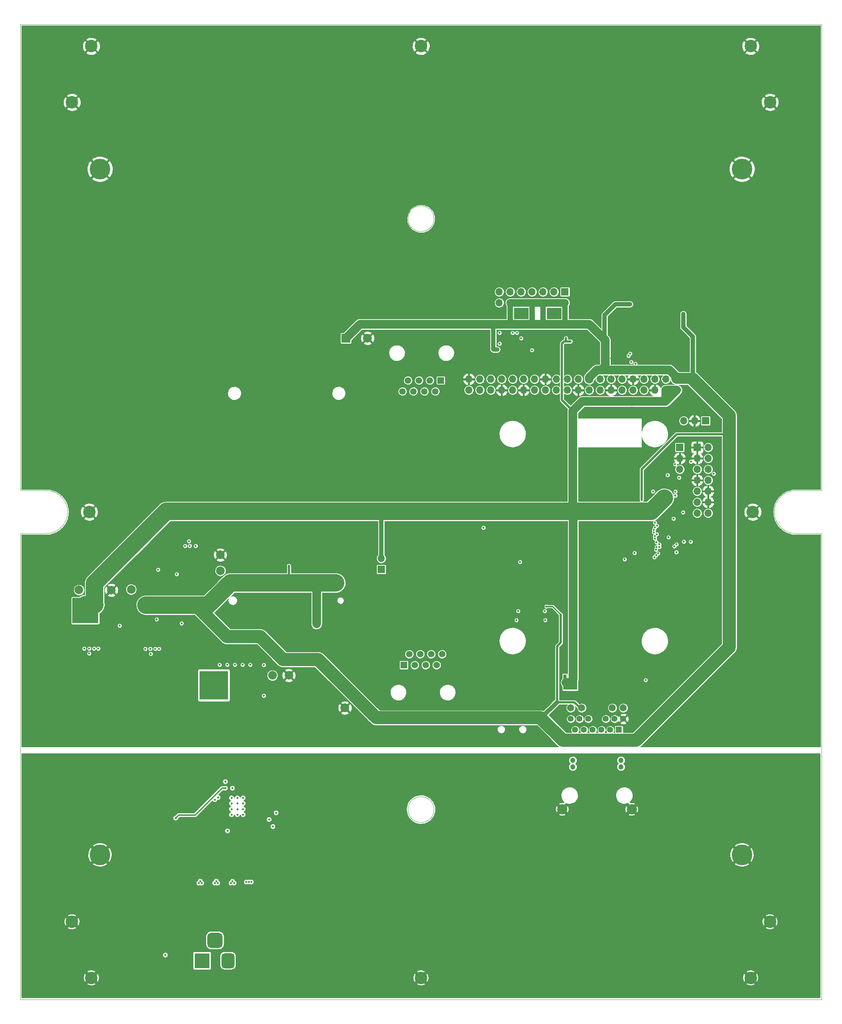
<source format=gbr>
G04 #@! TF.GenerationSoftware,KiCad,Pcbnew,5.99.0-unknown-c5c348538e~120~ubuntu20.04.1*
G04 #@! TF.CreationDate,2021-03-22T19:30:33-05:00*
G04 #@! TF.ProjectId,AP3000,41503330-3030-42e6-9b69-6361645f7063,rev?*
G04 #@! TF.SameCoordinates,Original*
G04 #@! TF.FileFunction,Copper,L3,Inr*
G04 #@! TF.FilePolarity,Positive*
%FSLAX46Y46*%
G04 Gerber Fmt 4.6, Leading zero omitted, Abs format (unit mm)*
G04 Created by KiCad (PCBNEW 5.99.0-unknown-c5c348538e~120~ubuntu20.04.1) date 2021-03-22 19:30:33*
%MOMM*%
%LPD*%
G01*
G04 APERTURE LIST*
G04 Aperture macros list*
%AMRoundRect*
0 Rectangle with rounded corners*
0 $1 Rounding radius*
0 $2 $3 $4 $5 $6 $7 $8 $9 X,Y pos of 4 corners*
0 Add a 4 corners polygon primitive as box body*
4,1,4,$2,$3,$4,$5,$6,$7,$8,$9,$2,$3,0*
0 Add four circle primitives for the rounded corners*
1,1,$1+$1,$2,$3*
1,1,$1+$1,$4,$5*
1,1,$1+$1,$6,$7*
1,1,$1+$1,$8,$9*
0 Add four rect primitives between the rounded corners*
20,1,$1+$1,$2,$3,$4,$5,0*
20,1,$1+$1,$4,$5,$6,$7,0*
20,1,$1+$1,$6,$7,$8,$9,0*
20,1,$1+$1,$8,$9,$2,$3,0*%
G04 Aperture macros list end*
G04 #@! TA.AperFunction,Profile*
%ADD10C,0.100000*%
G04 #@! TD*
G04 #@! TA.AperFunction,Profile*
%ADD11C,0.001000*%
G04 #@! TD*
G04 #@! TA.AperFunction,ComponentPad*
%ADD12R,3.500000X3.500000*%
G04 #@! TD*
G04 #@! TA.AperFunction,ComponentPad*
%ADD13RoundRect,0.750000X0.750000X1.000000X-0.750000X1.000000X-0.750000X-1.000000X0.750000X-1.000000X0*%
G04 #@! TD*
G04 #@! TA.AperFunction,ComponentPad*
%ADD14RoundRect,0.875000X0.875000X0.875000X-0.875000X0.875000X-0.875000X-0.875000X0.875000X-0.875000X0*%
G04 #@! TD*
G04 #@! TA.AperFunction,ComponentPad*
%ADD15R,1.700000X1.700000*%
G04 #@! TD*
G04 #@! TA.AperFunction,ComponentPad*
%ADD16O,1.700000X1.700000*%
G04 #@! TD*
G04 #@! TA.AperFunction,ComponentPad*
%ADD17R,2.032000X2.032000*%
G04 #@! TD*
G04 #@! TA.AperFunction,ComponentPad*
%ADD18C,2.032000*%
G04 #@! TD*
G04 #@! TA.AperFunction,ComponentPad*
%ADD19C,4.800000*%
G04 #@! TD*
G04 #@! TA.AperFunction,ComponentPad*
%ADD20C,2.900000*%
G04 #@! TD*
G04 #@! TA.AperFunction,ComponentPad*
%ADD21C,2.000000*%
G04 #@! TD*
G04 #@! TA.AperFunction,ComponentPad*
%ADD22R,1.500000X1.500000*%
G04 #@! TD*
G04 #@! TA.AperFunction,ComponentPad*
%ADD23C,1.500000*%
G04 #@! TD*
G04 #@! TA.AperFunction,ComponentPad*
%ADD24R,1.398000X1.398000*%
G04 #@! TD*
G04 #@! TA.AperFunction,ComponentPad*
%ADD25C,1.398000*%
G04 #@! TD*
G04 #@! TA.AperFunction,ComponentPad*
%ADD26C,1.200000*%
G04 #@! TD*
G04 #@! TA.AperFunction,ComponentPad*
%ADD27C,1.650000*%
G04 #@! TD*
G04 #@! TA.AperFunction,ComponentPad*
%ADD28C,2.362500*%
G04 #@! TD*
G04 #@! TA.AperFunction,ComponentPad*
%ADD29C,0.500000*%
G04 #@! TD*
G04 #@! TA.AperFunction,ViaPad*
%ADD30C,0.500000*%
G04 #@! TD*
G04 #@! TA.AperFunction,Conductor*
%ADD31C,0.304800*%
G04 #@! TD*
G04 #@! TA.AperFunction,Conductor*
%ADD32C,0.508000*%
G04 #@! TD*
G04 #@! TA.AperFunction,Conductor*
%ADD33C,1.016000*%
G04 #@! TD*
G04 #@! TA.AperFunction,Conductor*
%ADD34C,2.032000*%
G04 #@! TD*
G04 #@! TA.AperFunction,Conductor*
%ADD35C,1.270000*%
G04 #@! TD*
G04 #@! TA.AperFunction,Conductor*
%ADD36C,4.064000*%
G04 #@! TD*
G04 #@! TA.AperFunction,Conductor*
%ADD37C,3.048000*%
G04 #@! TD*
G04 #@! TA.AperFunction,Conductor*
%ADD38C,1.778000*%
G04 #@! TD*
G04 #@! TA.AperFunction,Conductor*
%ADD39C,2.540000*%
G04 #@! TD*
G04 #@! TA.AperFunction,Conductor*
%ADD40C,0.203200*%
G04 #@! TD*
G04 #@! TA.AperFunction,Conductor*
%ADD41C,0.101600*%
G04 #@! TD*
G04 APERTURE END LIST*
D10*
X186000000Y0D02*
X186000000Y-108000000D01*
X6000000Y-118000000D02*
X0Y-118000000D01*
X180000000Y-108000000D02*
X186000000Y-108000000D01*
X186000000Y-118000000D02*
X186000000Y-226000000D01*
X0Y-226000000D02*
X0Y-118000000D01*
D11*
X96000000Y-45000000D02*
G75*
G03*
X96000000Y-45000000I-3000000J0D01*
G01*
X96000000Y-181992000D02*
G75*
G03*
X96000000Y-181992000I-3000000J0D01*
G01*
D10*
X6000000Y-108000000D02*
X0Y-108000000D01*
X0Y0D02*
X186000000Y0D01*
X180000000Y-118000000D02*
X186000000Y-118000000D01*
X0Y-108000000D02*
X0Y0D01*
X0Y-226000000D02*
X186000000Y-226000000D01*
X6000000Y-108000000D02*
G75*
G02*
X6000000Y-118000000I0J-5000000D01*
G01*
X180000000Y-118000000D02*
G75*
G02*
X180000000Y-108000000I0J5000000D01*
G01*
D12*
X42205999Y-217028000D03*
D13*
X48205999Y-217028000D03*
D14*
X45205999Y-212328000D03*
D15*
X159020000Y-91850000D03*
D16*
X156480000Y-91850000D03*
X153940000Y-91850000D03*
D17*
X75590000Y-72710000D03*
D18*
X80588720Y-72710000D03*
D19*
X18500000Y-192500000D03*
D20*
X170000000Y-113000000D03*
D15*
X126400000Y-61960000D03*
D16*
X126400000Y-64500000D03*
X123860000Y-61960000D03*
X123860000Y-64500000D03*
X121320000Y-61960000D03*
X121320000Y-64500000D03*
X118780000Y-61960000D03*
X118780000Y-64500000D03*
X116240000Y-61960000D03*
X116240000Y-64500000D03*
X113700000Y-61960000D03*
X113700000Y-64500000D03*
X111160000Y-61960000D03*
X111160000Y-64500000D03*
D20*
X174000000Y-18000000D03*
D21*
X25739000Y-130938000D03*
D15*
X83765000Y-126280000D03*
D16*
X83765000Y-123740000D03*
D20*
X169500000Y-221000000D03*
X93000000Y-221000000D03*
D22*
X89000000Y-148480000D03*
D23*
X90270000Y-145940000D03*
X91540000Y-148480000D03*
X92810000Y-145940000D03*
X94080000Y-148480000D03*
X95350000Y-145940000D03*
X96620000Y-148480000D03*
X97890000Y-145940000D03*
D20*
X16000000Y-113000000D03*
D21*
X58505000Y-150877000D03*
X21141600Y-131115800D03*
D20*
X16500000Y-221000000D03*
D15*
X152350000Y-82190000D03*
D16*
X152350000Y-84730000D03*
X149810000Y-82190000D03*
X149810000Y-84730000D03*
X147270000Y-82190000D03*
X147270000Y-84730000D03*
X144730000Y-82190000D03*
X144730000Y-84730000D03*
X142190000Y-82190000D03*
X142190000Y-84730000D03*
X139650000Y-82190000D03*
X139650000Y-84730000D03*
X137110000Y-82190000D03*
X137110000Y-84730000D03*
X134570000Y-82190000D03*
X134570000Y-84730000D03*
X132030000Y-82190000D03*
X132030000Y-84730000D03*
X129490000Y-82190000D03*
X129490000Y-84730000D03*
X126950000Y-82190000D03*
X126950000Y-84730000D03*
X124410000Y-82190000D03*
X124410000Y-84730000D03*
X121870000Y-82190000D03*
X121870000Y-84730000D03*
X119330000Y-82190000D03*
X119330000Y-84730000D03*
X116790000Y-82190000D03*
X116790000Y-84730000D03*
X114250000Y-82190000D03*
X114250000Y-84730000D03*
X111710000Y-82190000D03*
X111710000Y-84730000D03*
X109170000Y-82190000D03*
X109170000Y-84730000D03*
X106630000Y-82190000D03*
X106630000Y-84730000D03*
X104090000Y-82190000D03*
X104090000Y-84730000D03*
D21*
X46424000Y-122937000D03*
D19*
X18500000Y-33500000D03*
D20*
X93000000Y-5000000D03*
X174000000Y-208000000D03*
D24*
X138930000Y-163500000D03*
D25*
X136898000Y-163500000D03*
X134866000Y-163500000D03*
X132834000Y-163500000D03*
X130802000Y-163500000D03*
X128770000Y-163500000D03*
X139946000Y-160960000D03*
X137914000Y-160960000D03*
X135882000Y-160960000D03*
X131818000Y-160960000D03*
X129786000Y-160960000D03*
X127754000Y-160960000D03*
D26*
X139438000Y-170610000D03*
X128262000Y-170610000D03*
X139438000Y-172100000D03*
X128262000Y-172100000D03*
D27*
X139946000Y-158420000D03*
X137406000Y-158420000D03*
X130294000Y-158420000D03*
X127754000Y-158420000D03*
D28*
X141915000Y-181915000D03*
X125785000Y-181915000D03*
D15*
X153040000Y-98010000D03*
D16*
X153040000Y-100550000D03*
X153040000Y-103090000D03*
D17*
X80340000Y-158410000D03*
D18*
X75341280Y-158410000D03*
D20*
X169500000Y-5000000D03*
D15*
X157090000Y-98010000D03*
D16*
X159630000Y-98010000D03*
X157090000Y-100550000D03*
X159630000Y-100550000D03*
X157090000Y-103090000D03*
X159630000Y-103090000D03*
X157090000Y-105630000D03*
X159630000Y-105630000D03*
X157090000Y-108170000D03*
X159630000Y-108170000D03*
X157090000Y-110710000D03*
X159630000Y-110710000D03*
X157090000Y-113250000D03*
X159630000Y-113250000D03*
D20*
X12000000Y-18000000D03*
D22*
X97565000Y-82480000D03*
D23*
X96295000Y-85020000D03*
X95025000Y-82480000D03*
X93755000Y-85020000D03*
X92485000Y-82480000D03*
X91215000Y-85020000D03*
X89945000Y-82480000D03*
X88675000Y-85020000D03*
D21*
X46440000Y-126620000D03*
X13623200Y-131065000D03*
D19*
X167500000Y-192500000D03*
D29*
X51726988Y-179279991D03*
X49026988Y-181879991D03*
X50376988Y-180579991D03*
X51726988Y-181879991D03*
X50376988Y-179279991D03*
X50376988Y-183179991D03*
X51726988Y-183179991D03*
X49026988Y-180579991D03*
X51726988Y-180579991D03*
X50376988Y-181879991D03*
X49026988Y-179279991D03*
X49026988Y-183179991D03*
D19*
X167500000Y-33500000D03*
D21*
X62315000Y-150877000D03*
D20*
X12000000Y-208000000D03*
X16500000Y-5000000D03*
D30*
X150260000Y-124580000D03*
X107781000Y-157887400D03*
X153280000Y-122300000D03*
X107760000Y-128350000D03*
X164848851Y-167180800D03*
X154640000Y-106550000D03*
X65871000Y-126874000D03*
X84127103Y-167173800D03*
X141930000Y-88750000D03*
X9000400Y-134570200D03*
X157793600Y-115825000D03*
X145480000Y-107000000D03*
X29447400Y-157608000D03*
X130361600Y-156592000D03*
X35086188Y-137135591D03*
X153790000Y-108610000D03*
X150010000Y-115060000D03*
X138630000Y-124190000D03*
X27136000Y-157557200D03*
X67190000Y-138970000D03*
X155500000Y-131760000D03*
X145230000Y-120180000D03*
X145460000Y-116190000D03*
X171482745Y-167180800D03*
X150000000Y-114010000D03*
X111489400Y-122606800D03*
X125610000Y-154910000D03*
X124530000Y-91720000D03*
X134310000Y-76760000D03*
X111540200Y-167183800D03*
X67141000Y-136221200D03*
X49361000Y-145644600D03*
X151680000Y-115260000D03*
X55533200Y-146838400D03*
X120970000Y-150180000D03*
X48345000Y-139142200D03*
X89899400Y-120397000D03*
X91020000Y-80300000D03*
X127034200Y-156414200D03*
X115230000Y-132120000D03*
X132241200Y-147219400D03*
X620000Y-154080000D03*
X69046000Y-126874000D03*
X117680000Y-67100000D03*
X123980000Y-93550000D03*
X28228200Y-158776400D03*
X151581063Y-167180800D03*
X85530600Y-120625600D03*
X61197400Y-136322800D03*
X133917600Y-147219400D03*
X111489400Y-123800600D03*
X105388200Y-167183800D03*
X53200000Y-136050000D03*
X12023000Y-147448000D03*
X12023000Y-149861000D03*
X71823103Y-167173800D03*
X148141600Y-114859800D03*
X135543200Y-147219400D03*
X145423800Y-124994400D03*
X620000Y-135624000D03*
X128863000Y-159741600D03*
X46780901Y-167104600D03*
X37570200Y-167173800D03*
X20786000Y-134494000D03*
X658200Y-167173800D03*
X128532800Y-71916000D03*
X145170000Y-123410000D03*
X149978471Y-119838210D03*
X178116639Y-167180800D03*
X82000000Y-120625600D03*
X71611400Y-139701000D03*
X31276200Y-131166600D03*
X620000Y-147928000D03*
X131850000Y-77350000D03*
X49589600Y-126899400D03*
X146920000Y-121740000D03*
X130000000Y-153402500D03*
X129929800Y-148210000D03*
X120590000Y-156660000D03*
X145990000Y-126630000D03*
X151050000Y-105690000D03*
X137041800Y-147219400D03*
X52932901Y-167104600D03*
X134340000Y-75860000D03*
X72729000Y-126899400D03*
X6810200Y-167173800D03*
X130000000Y-145040000D03*
X133333400Y-74245200D03*
X147176400Y-124486400D03*
X116190000Y-67700000D03*
X620000Y-141776000D03*
X96260000Y-88930000D03*
X116110000Y-123860000D03*
X142223400Y-69952600D03*
X72805200Y-131928600D03*
X143315600Y-110313200D03*
X58911400Y-126899400D03*
X149081400Y-126600000D03*
X133816000Y-162637200D03*
X151270000Y-103510000D03*
X129752000Y-162383200D03*
X31936600Y-157582600D03*
X22259200Y-134519400D03*
X137130000Y-77320000D03*
X157107800Y-74981800D03*
X61190000Y-138888200D03*
X620000Y-129472000D03*
X620000Y-123320000D03*
X148530000Y-125000000D03*
X70290600Y-136170400D03*
X77975103Y-167173800D03*
X121050000Y-152150000D03*
X184750536Y-167180800D03*
X30819000Y-158751000D03*
X66607600Y-132385800D03*
X133892200Y-156617400D03*
X110600000Y-156950000D03*
X144947169Y-167180800D03*
X150072000Y-112878600D03*
X149970000Y-117760000D03*
X130000000Y-150615000D03*
X135721000Y-157684200D03*
X153120000Y-119570000D03*
X158214957Y-167180800D03*
X117692200Y-167183800D03*
X93080000Y-88940000D03*
X150060000Y-121650000D03*
X151660000Y-113570000D03*
X124980000Y-66710000D03*
X137549800Y-156541200D03*
X121060000Y-154100000D03*
X123480000Y-75872400D03*
X148465965Y-122079107D03*
X120880000Y-128680000D03*
X31418200Y-167173800D03*
X65671103Y-167173800D03*
X111413200Y-125096000D03*
X620000Y-160232000D03*
X77682000Y-120422400D03*
X25266200Y-167173800D03*
X56260000Y-137640000D03*
X44255600Y-146482800D03*
X145450000Y-118180000D03*
X63966000Y-136297400D03*
X63991400Y-138964400D03*
X59165400Y-178156600D03*
X117692200Y-169266600D03*
X43392000Y-184278000D03*
X158192422Y-169292000D03*
X84122233Y-169285000D03*
X25866000Y-185649600D03*
X171469044Y-169292000D03*
X35010000Y-175286400D03*
X65639734Y-169285000D03*
X565000Y-194251664D03*
X52866200Y-169215800D03*
X64664444Y-225460000D03*
X565000Y-219218328D03*
X151554111Y-169292000D03*
X25612000Y-182144400D03*
X46705367Y-169215800D03*
X48091000Y-185548000D03*
X45775799Y-173914800D03*
X53164394Y-225460000D03*
X45440000Y-170960000D03*
X565000Y-181768332D03*
X24414269Y-225460000D03*
X77961400Y-169285000D03*
X71800567Y-169285000D03*
X111540200Y-169266600D03*
X52536000Y-178054991D03*
X37529998Y-169285000D03*
X25688200Y-178639200D03*
X76164494Y-225460000D03*
X31369165Y-169285000D03*
X43311999Y-173914800D03*
X565000Y-169285000D03*
X565000Y-212976662D03*
X105388200Y-169266600D03*
X184745666Y-169292000D03*
X35914319Y-225460000D03*
X136103326Y-169285000D03*
X46821000Y-178436000D03*
X30164294Y-225460000D03*
X23859400Y-207925400D03*
X164830733Y-169292000D03*
X46567000Y-187961000D03*
X565000Y-175526666D03*
X25208332Y-169285000D03*
X58657400Y-180595000D03*
X565000Y-188009998D03*
X70414469Y-225460000D03*
X38312000Y-186437000D03*
X565000Y-225460000D03*
X144915800Y-169292000D03*
X12914219Y-225460000D03*
X48091000Y-178436000D03*
X58914419Y-225460000D03*
X565000Y-206734996D03*
X54542600Y-172060600D03*
X19871600Y-207925400D03*
X18664244Y-225460000D03*
X18500000Y-210008200D03*
X36584800Y-175286400D03*
X38312000Y-187961000D03*
X19871600Y-211760800D03*
X50326200Y-174651400D03*
X23834000Y-211760800D03*
X6725833Y-169285000D03*
X129942493Y-169285000D03*
X45678000Y-183262000D03*
X565000Y-200493330D03*
X43440000Y-170960000D03*
X178107355Y-169292000D03*
X47414369Y-225460000D03*
X41664344Y-225460000D03*
X7164194Y-225460000D03*
X33663788Y-215723191D03*
X59394000Y-182754000D03*
X45474800Y-198578200D03*
X45144600Y-199035400D03*
X45805000Y-199035400D03*
X53031300Y-198781257D03*
X52459800Y-198781400D03*
X53602800Y-198781400D03*
X29021100Y-144711000D03*
X56498400Y-148464000D03*
X30164100Y-144711000D03*
X56498400Y-155576000D03*
X46236800Y-148413200D03*
X42147400Y-154890200D03*
X49792800Y-148413200D03*
X51570800Y-148413200D03*
X46059000Y-153671000D03*
X43925400Y-154890200D03*
X31307100Y-144711000D03*
X46059000Y-151639000D03*
X14817000Y-144654000D03*
X42960200Y-152655000D03*
X40674200Y-120854200D03*
X32190600Y-144711000D03*
X38235800Y-120854200D03*
X39302600Y-120854200D03*
X15985400Y-145797000D03*
X18068200Y-144654000D03*
X17103000Y-144654000D03*
X44027000Y-151639000D03*
X30285600Y-145898600D03*
X41995000Y-151639000D03*
X48014800Y-148413200D03*
X15960000Y-144654000D03*
X45170000Y-152655000D03*
X53348800Y-148413200D03*
X39124800Y-119762000D03*
X41995000Y-153671000D03*
X44027000Y-153671000D03*
X45932000Y-179198000D03*
X49234000Y-177039000D03*
X36076800Y-183973200D03*
X47583000Y-177039000D03*
X45170000Y-179706000D03*
X57743000Y-184278000D03*
X47583000Y-175515000D03*
X41766400Y-198578200D03*
X42096600Y-199035400D03*
X41436200Y-199035400D03*
X48903800Y-199035400D03*
X49259400Y-198603600D03*
X49615000Y-199035400D03*
X152890000Y-105010000D03*
X31962000Y-126366000D03*
X36279999Y-127399203D03*
X118740000Y-75460000D03*
X116240000Y-72710000D03*
X115240000Y-71460000D03*
X147270000Y-115440000D03*
X147741933Y-116158728D03*
X114240000Y-71460000D03*
X147302772Y-116569900D03*
X111240000Y-71460000D03*
X111240000Y-73960000D03*
X147040000Y-117118397D03*
X147040000Y-117720000D03*
X147690000Y-118140000D03*
X147263204Y-118578995D03*
X147290000Y-119180000D03*
X147650000Y-120010000D03*
X148290000Y-120490000D03*
X148300000Y-121100000D03*
X147650000Y-121130000D03*
X140260000Y-123960000D03*
X115140000Y-138060000D03*
X121827200Y-138050000D03*
X150410000Y-118870000D03*
X121725600Y-135967200D03*
X115540000Y-135960000D03*
X142560000Y-122510000D03*
X147560000Y-121730000D03*
X141530000Y-76270000D03*
X142756800Y-78639400D03*
X141791600Y-78207600D03*
X141140000Y-76780000D03*
X58632000Y-185929000D03*
X48091000Y-186945000D03*
X145130000Y-151970000D03*
X160917800Y-104090200D03*
X135746400Y-73457800D03*
X110150000Y-75300000D03*
X62315000Y-125477000D03*
X69165000Y-136260000D03*
X50758000Y-141733000D03*
X135746400Y-75134200D03*
X31657200Y-137872200D03*
X30082400Y-133478000D03*
X28304400Y-135611600D03*
X68365000Y-136260000D03*
X62415000Y-130684000D03*
X144204600Y-110186200D03*
X68207800Y-138862800D03*
X122081200Y-134900400D03*
X153865000Y-67085000D03*
X153865000Y-67610000D03*
X73592600Y-128144000D03*
X110680000Y-75300000D03*
X155665000Y-71960000D03*
X30082400Y-135611600D03*
X28304400Y-133478000D03*
X73590000Y-130684000D03*
X49818200Y-129439400D03*
X37423000Y-138812000D03*
X69325400Y-138862800D03*
X125459400Y-136805400D03*
X50427800Y-128144000D03*
X141740800Y-64821800D03*
X62365800Y-128144000D03*
X52390000Y-141733000D03*
X153965000Y-119860000D03*
X155565000Y-119885000D03*
X152290000Y-120490000D03*
X147570000Y-123030000D03*
X152250000Y-122300000D03*
X147150000Y-123470000D03*
X151970000Y-101920000D03*
X150224400Y-104420400D03*
X146820000Y-108220000D03*
X151615000Y-114535000D03*
X152045984Y-108234992D03*
X152040000Y-109185000D03*
X151790000Y-120940000D03*
X148000000Y-122604490D03*
X128315000Y-152580000D03*
X126340000Y-152580000D03*
X127365000Y-152580000D03*
X148590000Y-109010000D03*
X149910000Y-109390000D03*
X14893200Y-133630400D03*
X17814200Y-133630400D03*
X150200000Y-110580000D03*
X149910000Y-111000000D03*
X148590000Y-110610000D03*
X17814200Y-135383000D03*
X150220000Y-108990000D03*
X14817000Y-135281400D03*
X148280000Y-109410000D03*
X148590000Y-109810000D03*
X126196000Y-73440000D03*
X150230000Y-109790000D03*
X148280000Y-110210000D03*
X126627800Y-72652600D03*
X17738000Y-137516600D03*
X127694600Y-73440000D03*
X148280000Y-111010000D03*
X153815000Y-113060000D03*
X128965000Y-151455000D03*
X149900000Y-110170000D03*
X23046600Y-139337200D03*
X155640000Y-101310000D03*
X115980000Y-124580000D03*
X107470000Y-116620000D03*
D31*
X46821000Y-177039000D02*
X40572600Y-183287400D01*
X36762600Y-183287400D02*
X36076800Y-183973200D01*
X47583000Y-177039000D02*
X46821000Y-177039000D01*
X40572600Y-183287400D02*
X36762600Y-183287400D01*
D32*
X124545000Y-157100000D02*
X124545000Y-144171400D01*
D33*
X109740000Y-75210000D02*
X109740000Y-70460000D01*
X155665000Y-71960000D02*
X156061000Y-72356000D01*
D34*
X150630800Y-80036400D02*
X133811535Y-80036400D01*
D35*
X121320000Y-64500000D02*
X121320000Y-69130000D01*
D36*
X68284000Y-129414000D02*
X73186200Y-129414000D01*
D33*
X124544988Y-157099991D02*
X121065188Y-160579791D01*
X109740000Y-75210000D02*
X109830000Y-75300000D01*
D34*
X113944600Y-69444600D02*
X78855400Y-69444600D01*
X132030000Y-81817935D02*
X132030000Y-82190000D01*
D33*
X156061000Y-72356000D02*
X156061000Y-82190000D01*
D37*
X41461600Y-134595600D02*
X41461600Y-135351697D01*
D31*
X122081200Y-134900400D02*
X123554400Y-134900400D01*
D34*
X118875400Y-69444600D02*
X113944600Y-69444600D01*
D37*
X125941997Y-165939200D02*
X142909179Y-165939200D01*
D38*
X126400001Y-64499998D02*
X113700001Y-64499998D01*
D39*
X156061004Y-82017600D02*
X152349987Y-82017600D01*
D35*
X118780000Y-69349200D02*
X118875400Y-69444600D01*
D37*
X41461600Y-135351697D02*
X47995303Y-141885400D01*
D32*
X128585200Y-157100000D02*
X124545000Y-157100000D01*
D34*
X121005400Y-69444600D02*
X118875400Y-69444600D01*
D33*
X135619400Y-67336400D02*
X138159400Y-64796400D01*
D37*
X81718411Y-159788411D02*
X81742011Y-159788411D01*
D36*
X29193400Y-134595591D02*
X41461588Y-134595591D01*
D37*
X142909179Y-165939200D02*
X143112388Y-165735991D01*
D36*
X43595200Y-134595600D02*
X48776800Y-129414000D01*
D37*
X143112400Y-165736000D02*
X145207900Y-163640500D01*
D31*
X123554400Y-134900400D02*
X125459400Y-136805400D01*
D32*
X144204600Y-110186200D02*
X144204600Y-103074200D01*
D33*
X109830000Y-75300000D02*
X110680000Y-75300000D01*
X135736989Y-73143589D02*
X135619400Y-73026000D01*
D34*
X135736989Y-79671389D02*
X135736989Y-73143589D01*
D36*
X48776800Y-129414000D02*
X68284000Y-129414000D01*
D32*
X124545000Y-144171400D02*
X125459400Y-143257000D01*
D35*
X126400000Y-64500000D02*
X126400000Y-68860000D01*
D34*
X152350000Y-82190000D02*
X152350000Y-81755600D01*
X68284000Y-129414000D02*
X68766600Y-129896600D01*
D37*
X60994200Y-147194000D02*
X69124000Y-147194000D01*
D33*
X153856600Y-70151600D02*
X153856600Y-67093400D01*
D37*
X121065188Y-161062391D02*
X125941997Y-165939200D01*
X47995303Y-141885400D02*
X55685600Y-141885400D01*
D34*
X125815400Y-69444600D02*
X121005400Y-69444600D01*
X135736989Y-73143589D02*
X132038000Y-69444600D01*
D33*
X135619400Y-73026000D02*
X135619400Y-67336400D01*
D35*
X113700000Y-69200000D02*
X113944600Y-69444600D01*
D32*
X145207900Y-163513500D02*
X145207900Y-163640500D01*
D35*
X121320000Y-69130000D02*
X121005400Y-69444600D01*
D37*
X164524600Y-144323800D02*
X164524600Y-90653602D01*
D36*
X41461588Y-134595591D02*
X43595188Y-134595591D01*
D35*
X118780000Y-64500000D02*
X118780000Y-69349200D01*
D32*
X163127600Y-94946200D02*
X164524600Y-96343200D01*
D33*
X135746400Y-75134200D02*
X135746400Y-78473600D01*
D32*
X62365800Y-128144000D02*
X62365800Y-125527800D01*
D33*
X135746400Y-78473600D02*
X132030000Y-82190000D01*
D37*
X55685600Y-141885400D02*
X60994200Y-147194000D01*
D34*
X152350000Y-81755600D02*
X150630800Y-80036400D01*
D35*
X113700000Y-64500000D02*
X113700000Y-69200000D01*
D32*
X144204600Y-103074200D02*
X152332600Y-94946200D01*
D37*
X145207900Y-163640500D02*
X164524600Y-144323800D01*
D32*
X125459400Y-143257000D02*
X125459400Y-136805400D01*
D31*
X130294000Y-158420000D02*
X129905200Y-158420000D01*
D37*
X120712800Y-160710000D02*
X121065200Y-161062400D01*
X82663600Y-160710000D02*
X120712800Y-160710000D01*
D34*
X133811535Y-80036400D02*
X132030000Y-81817935D01*
D37*
X164524600Y-90653602D02*
X156061004Y-82190006D01*
X80340000Y-158410000D02*
X81718411Y-159788411D01*
D34*
X132038000Y-69444600D02*
X125815400Y-69444600D01*
D33*
X138159400Y-64796400D02*
X141512200Y-64796400D01*
D32*
X62365800Y-125527800D02*
X62315000Y-125477000D01*
D35*
X126400000Y-68860000D02*
X125815400Y-69444600D01*
D32*
X129905200Y-158420000D02*
X128585200Y-157100000D01*
D34*
X68766600Y-129896600D02*
X68766600Y-138939000D01*
D33*
X155665000Y-71960000D02*
X153856600Y-70151600D01*
D34*
X78855400Y-69444600D02*
X75590000Y-72710000D01*
D31*
X121065200Y-160579800D02*
X121065200Y-161062400D01*
D33*
X153856600Y-67093400D02*
X153865000Y-67085000D01*
D37*
X81742011Y-159788411D02*
X82663600Y-160710000D01*
D36*
X73186200Y-129414000D02*
X73211600Y-129439400D01*
D37*
X69124000Y-147194000D02*
X80340000Y-158410000D01*
D32*
X152332600Y-94946200D02*
X163127600Y-94946200D01*
D36*
X33892400Y-112853200D02*
X17230000Y-129515600D01*
D32*
X125688000Y-87015157D02*
X125688000Y-73948000D01*
X127694600Y-73440000D02*
X126594800Y-73440000D01*
D34*
X149340789Y-87356989D02*
X149723011Y-87356989D01*
X127516800Y-152553400D02*
X126653200Y-152553400D01*
D32*
X126627800Y-73407000D02*
X126594800Y-73440000D01*
D34*
X149340789Y-87356989D02*
X149810000Y-86887778D01*
X129726600Y-112853200D02*
X128228000Y-111354600D01*
X128315009Y-151755191D02*
X127516800Y-152553400D01*
D36*
X85149600Y-112853200D02*
X33892400Y-112853200D01*
D33*
X83765000Y-123740000D02*
X83765000Y-114237800D01*
D36*
X146389000Y-112853200D02*
X144541785Y-112853200D01*
X17280800Y-134468600D02*
X15071000Y-134468600D01*
D33*
X83765000Y-114237800D02*
X85149600Y-112853200D01*
D36*
X144541785Y-112853200D02*
X129726600Y-112853200D01*
X129726600Y-112853200D02*
X85149600Y-112853200D01*
D34*
X128315009Y-112889409D02*
X128278800Y-112853200D01*
D32*
X125688000Y-73948000D02*
X126196000Y-73440000D01*
D36*
X17230000Y-134417800D02*
X17280800Y-134468600D01*
D32*
X128228000Y-89555157D02*
X125688000Y-87015157D01*
D34*
X130426168Y-87356989D02*
X149340789Y-87356989D01*
X152350000Y-84730000D02*
X149810000Y-84730000D01*
X128228000Y-89555157D02*
X130426168Y-87356989D01*
D32*
X130426168Y-87356989D02*
X130742600Y-87040557D01*
D36*
X17230000Y-129515600D02*
X17230000Y-134417800D01*
D32*
X126594800Y-73440000D02*
X126196000Y-73440000D01*
D34*
X128228000Y-111354600D02*
X128228000Y-89555157D01*
X128315009Y-151755191D02*
X128315009Y-112889409D01*
D36*
X149462400Y-109779800D02*
X146389000Y-112853200D01*
D34*
X149723011Y-87356989D02*
X152350000Y-84730000D01*
X149810000Y-86887778D02*
X149810000Y-84730000D01*
D32*
X126627800Y-72652600D02*
X126627800Y-73407000D01*
D40*
X18018400Y-138686000D02*
X12174400Y-138686000D01*
X12174400Y-132994400D01*
X18018400Y-132994400D01*
X18018400Y-138686000D01*
G04 #@! TA.AperFunction,Conductor*
G36*
X18018400Y-138686000D02*
G01*
X12174400Y-138686000D01*
X12174400Y-132994400D01*
X18018400Y-132994400D01*
X18018400Y-138686000D01*
G37*
G04 #@! TD.AperFunction*
D41*
X185747000Y-107747000D02*
X180049140Y-107747000D01*
X180030372Y-107742907D01*
X180019198Y-107741766D01*
X179789407Y-107744363D01*
X179785690Y-107743854D01*
X179774462Y-107743594D01*
X179762533Y-107744668D01*
X179750732Y-107744801D01*
X179739673Y-107746173D01*
X179736000Y-107747054D01*
X179320416Y-107784459D01*
X179315402Y-107784225D01*
X179304192Y-107784971D01*
X179293825Y-107786852D01*
X179283540Y-107787778D01*
X179272621Y-107790012D01*
X179267817Y-107791572D01*
X178855644Y-107866371D01*
X178850618Y-107866588D01*
X178839521Y-107868336D01*
X178829363Y-107871139D01*
X178819204Y-107872983D01*
X178808530Y-107876188D01*
X178803891Y-107878170D01*
X178400068Y-107989618D01*
X178395086Y-107990285D01*
X178384192Y-107993021D01*
X178374334Y-107996721D01*
X178364376Y-107999469D01*
X178354028Y-108003619D01*
X178349587Y-108006008D01*
X177957386Y-108153203D01*
X177952479Y-108154315D01*
X177941875Y-108158016D01*
X177932381Y-108162588D01*
X177922717Y-108166215D01*
X177912786Y-108171275D01*
X177908581Y-108174050D01*
X177531139Y-108355817D01*
X177526359Y-108357362D01*
X177516130Y-108361998D01*
X177507092Y-108367398D01*
X177497781Y-108371882D01*
X177488345Y-108377810D01*
X177484398Y-108380957D01*
X177124778Y-108595818D01*
X177120152Y-108597787D01*
X177110380Y-108603322D01*
X177101866Y-108609508D01*
X177092995Y-108614808D01*
X177084125Y-108621561D01*
X177080479Y-108625046D01*
X176741565Y-108871282D01*
X176737137Y-108873655D01*
X176727898Y-108880045D01*
X176719970Y-108886972D01*
X176711612Y-108893044D01*
X176703382Y-108900565D01*
X176700060Y-108904366D01*
X176384586Y-109179988D01*
X176380390Y-109182748D01*
X176371762Y-109189939D01*
X176364486Y-109197549D01*
X176356704Y-109204348D01*
X176349183Y-109212576D01*
X176346217Y-109216657D01*
X176056723Y-109519444D01*
X176052783Y-109522576D01*
X176044836Y-109530512D01*
X176038271Y-109538744D01*
X176031133Y-109546210D01*
X176024380Y-109555077D01*
X176021792Y-109559408D01*
X175760604Y-109886926D01*
X175756961Y-109890398D01*
X175749757Y-109899013D01*
X175743954Y-109907803D01*
X175737512Y-109915882D01*
X175731584Y-109925316D01*
X175729396Y-109929857D01*
X175498610Y-110279485D01*
X175495300Y-110283261D01*
X175488896Y-110292488D01*
X175483907Y-110301758D01*
X175478215Y-110310382D01*
X175473154Y-110320314D01*
X175471381Y-110325037D01*
X175272864Y-110693941D01*
X175269909Y-110697995D01*
X175264357Y-110707761D01*
X175260220Y-110717439D01*
X175255323Y-110726540D01*
X175251173Y-110736882D01*
X175249827Y-110741756D01*
X175085187Y-111126950D01*
X175082599Y-111131266D01*
X175077946Y-111141489D01*
X175074691Y-111151507D01*
X175070633Y-111161001D01*
X175067426Y-111171675D01*
X175066524Y-111176641D01*
X174937073Y-111575053D01*
X174934885Y-111579578D01*
X174931166Y-111590179D01*
X174928823Y-111600443D01*
X174925630Y-111610271D01*
X174923394Y-111621189D01*
X174922941Y-111626215D01*
X174829723Y-112034630D01*
X174827949Y-112039333D01*
X174825196Y-112050221D01*
X174823783Y-112060649D01*
X174821483Y-112070728D01*
X174820235Y-112081803D01*
X174820234Y-112086850D01*
X174764002Y-112501975D01*
X174762657Y-112506819D01*
X174760891Y-112517909D01*
X174760418Y-112528435D01*
X174759032Y-112538669D01*
X174758781Y-112549810D01*
X174759233Y-112554835D01*
X174740437Y-112973331D01*
X174739532Y-112978274D01*
X174738767Y-112989482D01*
X174739240Y-113000000D01*
X174738776Y-113010321D01*
X174739525Y-113021442D01*
X174740426Y-113026408D01*
X174759221Y-113444912D01*
X174758763Y-113449909D01*
X174759006Y-113461137D01*
X174760418Y-113471561D01*
X174760882Y-113481893D01*
X174762625Y-113492902D01*
X174763969Y-113497773D01*
X174820199Y-113912893D01*
X174820191Y-113917916D01*
X174821439Y-113929079D01*
X174823782Y-113939344D01*
X174825169Y-113949584D01*
X174827891Y-113960390D01*
X174829666Y-113965121D01*
X174922883Y-114373530D01*
X174923325Y-114378536D01*
X174925569Y-114389541D01*
X174928822Y-114399555D01*
X174931122Y-114409629D01*
X174934801Y-114420147D01*
X174936991Y-114424696D01*
X175066444Y-114823113D01*
X175067333Y-114828058D01*
X175070555Y-114838818D01*
X175074691Y-114848494D01*
X175077885Y-114858325D01*
X175082494Y-114868472D01*
X175085081Y-114872803D01*
X175249728Y-115258012D01*
X175251056Y-115262856D01*
X175255229Y-115273284D01*
X175260215Y-115282550D01*
X175264280Y-115292060D01*
X175269780Y-115301754D01*
X175272745Y-115305836D01*
X175471261Y-115674742D01*
X175473016Y-115679442D01*
X175478107Y-115689454D01*
X175483902Y-115698233D01*
X175488801Y-115707337D01*
X175495149Y-115716501D01*
X175498470Y-115720303D01*
X175729250Y-116069920D01*
X175731423Y-116074451D01*
X175737392Y-116083968D01*
X175743960Y-116092203D01*
X175749646Y-116100818D01*
X175756789Y-116109376D01*
X175760438Y-116112865D01*
X176021628Y-116440388D01*
X176024199Y-116444706D01*
X176030996Y-116453647D01*
X176038268Y-116461253D01*
X176044714Y-116469336D01*
X176052596Y-116477219D01*
X176056546Y-116480369D01*
X176346035Y-116783153D01*
X176348985Y-116787226D01*
X176356556Y-116795522D01*
X176364486Y-116802450D01*
X176371625Y-116809917D01*
X176380183Y-116817063D01*
X176384396Y-116819844D01*
X176699865Y-117095463D01*
X176703169Y-117099257D01*
X176711451Y-117106839D01*
X176719966Y-117113026D01*
X176727751Y-117119827D01*
X176736910Y-117126173D01*
X176741355Y-117128566D01*
X177080269Y-117374801D01*
X177083894Y-117378278D01*
X177092825Y-117385090D01*
X177101864Y-117390490D01*
X177110222Y-117396563D01*
X177119918Y-117402065D01*
X177124556Y-117404048D01*
X177484169Y-117618906D01*
X177488097Y-117622049D01*
X177497605Y-117628034D01*
X177507096Y-117632604D01*
X177515959Y-117637900D01*
X177526106Y-117642510D01*
X177530904Y-117644070D01*
X177908335Y-117825831D01*
X177912529Y-117828609D01*
X177922530Y-117833715D01*
X177932390Y-117837416D01*
X177941700Y-117841899D01*
X177952221Y-117845581D01*
X177957146Y-117846706D01*
X178349343Y-117993900D01*
X178353764Y-117996288D01*
X178364185Y-118000478D01*
X178374325Y-118003276D01*
X178384009Y-118006911D01*
X178394818Y-118009635D01*
X178399825Y-118010314D01*
X178803633Y-118121758D01*
X178808254Y-118123742D01*
X178819009Y-118126981D01*
X178829365Y-118128861D01*
X178839332Y-118131611D01*
X178850338Y-118133355D01*
X178855382Y-118133582D01*
X179267572Y-118208384D01*
X179272344Y-118209943D01*
X179283344Y-118212205D01*
X179293830Y-118213149D01*
X179303998Y-118214994D01*
X179315118Y-118215744D01*
X179320157Y-118215518D01*
X179735739Y-118252922D01*
X179739385Y-118253804D01*
X179750532Y-118255197D01*
X179762519Y-118255333D01*
X179774269Y-118256390D01*
X179785414Y-118256140D01*
X179789158Y-118255633D01*
X180019001Y-118258231D01*
X180030089Y-118257109D01*
X180049091Y-118253000D01*
X185747000Y-118253000D01*
X185747000Y-167413400D01*
X143908894Y-167413400D01*
X143923292Y-167404936D01*
X143929495Y-167400625D01*
X143977252Y-167361745D01*
X144027917Y-167326728D01*
X144032926Y-167322769D01*
X144096709Y-167265339D01*
X144098600Y-167263544D01*
X144101783Y-167260361D01*
X144133332Y-167234676D01*
X144138812Y-167229476D01*
X144197450Y-167164694D01*
X144301412Y-167060732D01*
X144301821Y-167060344D01*
X146511261Y-164850904D01*
X165777333Y-145584831D01*
X165871367Y-145491288D01*
X165876303Y-145485569D01*
X165915661Y-145432283D01*
X165958815Y-145382023D01*
X165963288Y-145375934D01*
X165995880Y-145323675D01*
X166032466Y-145274141D01*
X166036480Y-145267742D01*
X166067321Y-145209123D01*
X166102381Y-145152906D01*
X166105881Y-145146211D01*
X166130194Y-145089620D01*
X166158865Y-145035126D01*
X166161866Y-145028193D01*
X166183490Y-144965571D01*
X166209638Y-144904709D01*
X166212085Y-144897562D01*
X166227554Y-144837961D01*
X166247658Y-144779741D01*
X166249575Y-144772433D01*
X166261478Y-144707257D01*
X166278118Y-144643146D01*
X166279456Y-144635711D01*
X166285733Y-144574451D01*
X166296798Y-144513863D01*
X166297540Y-144507522D01*
X166302032Y-144421811D01*
X166302100Y-144419205D01*
X166302100Y-144414707D01*
X166306247Y-144374233D01*
X166306444Y-144366681D01*
X166302100Y-144279421D01*
X166302100Y-114553036D01*
X168756374Y-114553036D01*
X168770960Y-114588250D01*
X168774733Y-114591656D01*
X168839824Y-114644648D01*
X168845579Y-114648693D01*
X169083131Y-114791711D01*
X169089399Y-114794904D01*
X169344732Y-114903024D01*
X169351387Y-114905303D01*
X169619407Y-114976367D01*
X169626317Y-114977685D01*
X169901677Y-115010276D01*
X169908703Y-115010607D01*
X170185908Y-115004074D01*
X170192912Y-115003412D01*
X170466430Y-114957886D01*
X170473270Y-114956244D01*
X170737645Y-114872633D01*
X170744185Y-114870044D01*
X170994142Y-114750017D01*
X171000252Y-114746531D01*
X171224046Y-114596996D01*
X171245222Y-114565304D01*
X171237786Y-114527922D01*
X171231593Y-114520375D01*
X170035214Y-113323996D01*
X170000000Y-113309410D01*
X169964786Y-113323996D01*
X168770960Y-114517822D01*
X168756374Y-114553036D01*
X166302100Y-114553036D01*
X166302100Y-112940296D01*
X167988207Y-112940296D01*
X167999093Y-113217363D01*
X167999865Y-113224355D01*
X168049681Y-113497125D01*
X168051431Y-113503938D01*
X168139184Y-113766968D01*
X168141876Y-113773468D01*
X168265815Y-114021508D01*
X168269396Y-114027563D01*
X168404744Y-114223394D01*
X168436764Y-114244069D01*
X168474026Y-114236046D01*
X168480925Y-114230293D01*
X169676004Y-113035214D01*
X169690590Y-113000000D01*
X170309410Y-113000000D01*
X170323996Y-113035214D01*
X171518603Y-114229821D01*
X171553817Y-114244407D01*
X171589031Y-114229821D01*
X171591938Y-114226651D01*
X171626221Y-114185866D01*
X171630356Y-114180175D01*
X171777088Y-113944899D01*
X171780379Y-113938682D01*
X171892496Y-113685079D01*
X171894879Y-113678461D01*
X171970144Y-113411589D01*
X171971571Y-113404700D01*
X172008483Y-113129887D01*
X172008901Y-113124822D01*
X172012775Y-113001564D01*
X172012676Y-112996483D01*
X171993092Y-112719894D01*
X171992101Y-112712930D01*
X171933742Y-112441859D01*
X171931779Y-112435103D01*
X171835807Y-112174960D01*
X171832912Y-112168549D01*
X171701243Y-111924524D01*
X171697474Y-111918585D01*
X171592806Y-111776875D01*
X171560152Y-111757215D01*
X171523161Y-111766404D01*
X171517534Y-111771248D01*
X170323996Y-112964786D01*
X170309410Y-113000000D01*
X169690590Y-113000000D01*
X169676004Y-112964786D01*
X168482618Y-111771400D01*
X168447404Y-111756814D01*
X168412190Y-111771400D01*
X168408295Y-111775783D01*
X168337332Y-111865799D01*
X168333378Y-111871617D01*
X168194109Y-112111386D01*
X168191015Y-112117703D01*
X168086919Y-112374704D01*
X168084745Y-112381394D01*
X168017899Y-112650497D01*
X168016689Y-112657427D01*
X167988428Y-112933265D01*
X167988207Y-112940296D01*
X166302100Y-112940296D01*
X166302100Y-111438481D01*
X168756743Y-111438481D01*
X168765349Y-111475612D01*
X168770653Y-111481871D01*
X169964786Y-112676004D01*
X170000000Y-112690590D01*
X170035214Y-112676004D01*
X171228503Y-111482715D01*
X171243089Y-111447501D01*
X171228503Y-111412287D01*
X171223502Y-111407913D01*
X171107945Y-111319722D01*
X171102065Y-111315860D01*
X170860138Y-111180374D01*
X170853773Y-111177379D01*
X170595169Y-111077333D01*
X170588446Y-111075264D01*
X170318326Y-111012654D01*
X170311378Y-111011554D01*
X170035130Y-110987628D01*
X170028096Y-110987517D01*
X169751234Y-111002754D01*
X169744256Y-111003636D01*
X169472302Y-111057731D01*
X169465516Y-111059587D01*
X169203898Y-111151461D01*
X169197443Y-111154255D01*
X168951379Y-111282074D01*
X168945380Y-111285749D01*
X168776912Y-111406139D01*
X168756743Y-111438481D01*
X166302100Y-111438481D01*
X166302100Y-90659019D01*
X166302446Y-90526832D01*
X166301893Y-90519298D01*
X166292046Y-90453796D01*
X166287020Y-90387734D01*
X166285877Y-90380267D01*
X166271971Y-90320272D01*
X166262815Y-90259372D01*
X166261128Y-90252008D01*
X166241486Y-90188750D01*
X166226526Y-90124209D01*
X166224267Y-90117000D01*
X166201443Y-90059790D01*
X166183183Y-90000985D01*
X166180402Y-89993962D01*
X166151421Y-89934409D01*
X166126867Y-89872865D01*
X166123543Y-89866081D01*
X166092334Y-89812993D01*
X166065384Y-89757614D01*
X166061572Y-89751091D01*
X166023905Y-89696592D01*
X165990336Y-89639489D01*
X165986025Y-89633286D01*
X165947139Y-89585522D01*
X165912127Y-89534864D01*
X165908169Y-89529855D01*
X165850739Y-89466072D01*
X165848944Y-89464181D01*
X165845761Y-89460998D01*
X165820076Y-89429449D01*
X165814876Y-89423969D01*
X165750094Y-89365331D01*
X157271408Y-80886645D01*
X157268635Y-80884076D01*
X157119226Y-80755791D01*
X157113138Y-80751318D01*
X156890110Y-80612225D01*
X156883415Y-80608725D01*
X156822500Y-80582554D01*
X156822500Y-72379132D01*
X156826403Y-72321878D01*
X156825776Y-72309929D01*
X156814399Y-72244746D01*
X156806451Y-72179061D01*
X156803597Y-72167440D01*
X156798599Y-72154214D01*
X156796169Y-72140289D01*
X156792711Y-72128834D01*
X156766113Y-72068242D01*
X156742727Y-72006353D01*
X156737183Y-71995749D01*
X156729177Y-71984100D01*
X156723494Y-71971154D01*
X156717403Y-71960854D01*
X156677127Y-71908365D01*
X156639647Y-71853831D01*
X156631733Y-71844855D01*
X156586297Y-71804373D01*
X154618100Y-69836176D01*
X154618100Y-67199248D01*
X154629252Y-67139078D01*
X154630003Y-67127136D01*
X154620090Y-66955216D01*
X154617971Y-66943439D01*
X154567335Y-66778848D01*
X154562469Y-66767918D01*
X154474036Y-66620155D01*
X154466702Y-66610700D01*
X154345574Y-66488299D01*
X154336197Y-66480867D01*
X154189369Y-66390889D01*
X154178489Y-66385907D01*
X154014437Y-66333552D01*
X154002683Y-66331310D01*
X153830878Y-66319597D01*
X153818929Y-66320224D01*
X153649289Y-66349832D01*
X153637834Y-66353290D01*
X153480152Y-66422506D01*
X153469853Y-66428597D01*
X153439265Y-66452068D01*
X153430913Y-66456379D01*
X153421018Y-66463103D01*
X153392763Y-66487751D01*
X153363388Y-66510292D01*
X153358492Y-66514585D01*
X153334492Y-66538584D01*
X153291250Y-66576307D01*
X153283244Y-66585199D01*
X153245196Y-66639337D01*
X153204371Y-66691402D01*
X153198172Y-66701637D01*
X153192355Y-66714521D01*
X153184226Y-66726087D01*
X153178572Y-66736633D01*
X153154539Y-66798273D01*
X153127308Y-66858584D01*
X153123730Y-66870002D01*
X153121154Y-66883901D01*
X153116018Y-66897074D01*
X153113042Y-66908664D01*
X153104405Y-66974271D01*
X153092348Y-67039323D01*
X153091597Y-67051265D01*
X153095100Y-67112017D01*
X153095100Y-70128473D01*
X153091197Y-70185722D01*
X153091824Y-70197671D01*
X153103201Y-70262854D01*
X153111149Y-70328539D01*
X153114003Y-70340160D01*
X153119001Y-70353386D01*
X153121431Y-70367311D01*
X153124889Y-70378766D01*
X153151487Y-70439358D01*
X153174873Y-70501247D01*
X153180417Y-70511851D01*
X153188423Y-70523500D01*
X153194106Y-70536446D01*
X153200197Y-70546746D01*
X153240473Y-70599235D01*
X153277953Y-70653769D01*
X153285867Y-70662745D01*
X153331303Y-70703227D01*
X155299500Y-72671424D01*
X155299500Y-80494100D01*
X152883844Y-80494100D01*
X151588128Y-79198384D01*
X151571807Y-79177114D01*
X151565814Y-79170596D01*
X151505038Y-79115294D01*
X151488858Y-79099114D01*
X151485588Y-79096123D01*
X151465634Y-79079439D01*
X151404769Y-79024056D01*
X151397717Y-79018703D01*
X151378806Y-79006840D01*
X151361696Y-78992534D01*
X151354426Y-78987481D01*
X151282983Y-78946731D01*
X151213266Y-78902997D01*
X151205376Y-78898977D01*
X151184666Y-78890652D01*
X151165294Y-78879602D01*
X151157243Y-78875915D01*
X151079674Y-78848446D01*
X151003352Y-78817765D01*
X150994877Y-78815206D01*
X150973032Y-78810682D01*
X150951994Y-78803232D01*
X150943419Y-78801031D01*
X150862231Y-78787736D01*
X150781663Y-78771051D01*
X150774430Y-78770099D01*
X150743713Y-78768328D01*
X150728544Y-78765844D01*
X150719713Y-78765195D01*
X150611176Y-78766900D01*
X143245906Y-78766900D01*
X143264567Y-78654781D01*
X143265241Y-78646999D01*
X143265298Y-78639794D01*
X143264747Y-78631996D01*
X143244469Y-78497120D01*
X143240115Y-78482967D01*
X143181075Y-78360015D01*
X143172751Y-78347768D01*
X143080168Y-78247613D01*
X143068612Y-78238354D01*
X142950672Y-78169849D01*
X142936904Y-78164398D01*
X142804034Y-78133600D01*
X142789272Y-78132438D01*
X142653221Y-78142071D01*
X142638770Y-78145302D01*
X142511565Y-78194514D01*
X142498702Y-78201850D01*
X142391591Y-78286289D01*
X142381454Y-78297084D01*
X142303907Y-78409286D01*
X142297393Y-78422583D01*
X142256265Y-78552627D01*
X142253949Y-78567253D01*
X142252878Y-78703640D01*
X142254964Y-78718300D01*
X142269498Y-78766900D01*
X137006489Y-78766900D01*
X137006489Y-78271840D01*
X141287678Y-78271840D01*
X141289764Y-78286500D01*
X141328844Y-78417174D01*
X141335149Y-78430572D01*
X141410924Y-78543978D01*
X141420890Y-78554931D01*
X141526662Y-78641042D01*
X141539407Y-78648579D01*
X141665823Y-78699783D01*
X141680222Y-78703240D01*
X141816105Y-78715009D01*
X141830884Y-78714079D01*
X141964221Y-78685372D01*
X141978072Y-78680138D01*
X142097073Y-78613494D01*
X142108774Y-78604419D01*
X142202919Y-78505730D01*
X142211433Y-78493615D01*
X142272398Y-78371606D01*
X142276974Y-78357522D01*
X142299367Y-78222981D01*
X142300041Y-78215199D01*
X142300098Y-78207994D01*
X142299547Y-78200196D01*
X142279269Y-78065320D01*
X142274915Y-78051167D01*
X142215875Y-77928215D01*
X142207551Y-77915968D01*
X142114968Y-77815813D01*
X142103412Y-77806554D01*
X141985472Y-77738049D01*
X141971704Y-77732598D01*
X141838834Y-77701800D01*
X141824072Y-77700638D01*
X141688021Y-77710271D01*
X141673570Y-77713502D01*
X141546365Y-77762714D01*
X141533502Y-77770050D01*
X141426391Y-77854489D01*
X141416254Y-77865284D01*
X141338707Y-77977486D01*
X141332193Y-77990783D01*
X141291065Y-78120827D01*
X141288749Y-78135453D01*
X141287678Y-78271840D01*
X137006489Y-78271840D01*
X137006489Y-76844240D01*
X140636078Y-76844240D01*
X140638164Y-76858900D01*
X140677244Y-76989574D01*
X140683549Y-77002972D01*
X140759324Y-77116378D01*
X140769290Y-77127331D01*
X140875062Y-77213442D01*
X140887807Y-77220979D01*
X141014223Y-77272183D01*
X141028622Y-77275640D01*
X141164505Y-77287409D01*
X141179284Y-77286479D01*
X141312621Y-77257772D01*
X141326472Y-77252538D01*
X141445473Y-77185894D01*
X141457174Y-77176819D01*
X141551319Y-77078130D01*
X141559833Y-77066015D01*
X141620798Y-76944006D01*
X141625374Y-76929922D01*
X141647767Y-76795381D01*
X141648441Y-76787599D01*
X141648498Y-76780394D01*
X141647946Y-76772596D01*
X141646045Y-76759952D01*
X141702620Y-76747772D01*
X141716472Y-76742538D01*
X141835473Y-76675894D01*
X141847174Y-76666819D01*
X141941319Y-76568130D01*
X141949833Y-76556015D01*
X142010798Y-76434006D01*
X142015374Y-76419922D01*
X142037767Y-76285381D01*
X142038441Y-76277599D01*
X142038498Y-76270394D01*
X142037947Y-76262596D01*
X142017669Y-76127720D01*
X142013315Y-76113567D01*
X141954275Y-75990615D01*
X141945951Y-75978368D01*
X141853368Y-75878213D01*
X141841812Y-75868954D01*
X141723872Y-75800449D01*
X141710104Y-75794998D01*
X141577234Y-75764200D01*
X141562472Y-75763038D01*
X141426421Y-75772671D01*
X141411970Y-75775902D01*
X141284765Y-75825114D01*
X141271902Y-75832450D01*
X141164791Y-75916889D01*
X141154654Y-75927684D01*
X141077107Y-76039886D01*
X141070593Y-76053183D01*
X141029465Y-76183227D01*
X141027149Y-76197853D01*
X141026466Y-76284897D01*
X141021970Y-76285902D01*
X140894765Y-76335114D01*
X140881902Y-76342450D01*
X140774791Y-76426889D01*
X140764654Y-76437684D01*
X140687107Y-76549886D01*
X140680593Y-76563183D01*
X140639465Y-76693227D01*
X140637149Y-76707853D01*
X140636078Y-76844240D01*
X137006489Y-76844240D01*
X137006489Y-73227952D01*
X137009988Y-73201374D01*
X137010359Y-73192528D01*
X137006489Y-73110458D01*
X137006489Y-73087566D01*
X137006292Y-73083138D01*
X137003978Y-73057213D01*
X137000103Y-72975032D01*
X136998901Y-72966260D01*
X136993919Y-72944509D01*
X136991936Y-72922286D01*
X136990368Y-72913572D01*
X136968660Y-72834223D01*
X136950291Y-72754017D01*
X136947555Y-72745596D01*
X136938798Y-72725067D01*
X136932913Y-72703553D01*
X136929827Y-72695253D01*
X136894401Y-72620981D01*
X136862128Y-72545318D01*
X136857944Y-72537515D01*
X136845697Y-72518870D01*
X136836089Y-72498727D01*
X136831582Y-72491106D01*
X136783570Y-72424290D01*
X136738402Y-72355528D01*
X136733961Y-72349740D01*
X136713496Y-72326771D01*
X136704523Y-72314284D01*
X136698738Y-72307582D01*
X136620751Y-72232007D01*
X136380900Y-71992156D01*
X136380900Y-67651824D01*
X138474824Y-65557900D01*
X141553518Y-65557900D01*
X141559501Y-65557539D01*
X141689140Y-65541851D01*
X141700760Y-65538997D01*
X141861847Y-65478127D01*
X141872451Y-65472584D01*
X142014369Y-65375047D01*
X142023345Y-65367133D01*
X142137901Y-65238558D01*
X142144730Y-65228733D01*
X142225309Y-65076545D01*
X142229597Y-65065374D01*
X142271549Y-64898358D01*
X142273048Y-64886487D01*
X142273949Y-64714286D01*
X142272574Y-64702400D01*
X142232374Y-64534953D01*
X142228203Y-64523737D01*
X142149222Y-64370714D01*
X142142496Y-64360818D01*
X142029293Y-64231051D01*
X142020401Y-64223044D01*
X141879512Y-64124026D01*
X141868967Y-64118372D01*
X141708526Y-64055818D01*
X141696936Y-64052842D01*
X141563888Y-64035326D01*
X141557388Y-64034900D01*
X138182526Y-64034900D01*
X138125277Y-64030997D01*
X138113328Y-64031624D01*
X138048153Y-64042999D01*
X137982460Y-64050949D01*
X137970839Y-64053803D01*
X137957612Y-64058801D01*
X137943690Y-64061231D01*
X137932235Y-64064690D01*
X137871656Y-64091281D01*
X137809753Y-64114673D01*
X137799149Y-64120216D01*
X137787499Y-64128223D01*
X137774552Y-64133906D01*
X137764252Y-64139997D01*
X137711757Y-64180279D01*
X137657231Y-64217753D01*
X137648255Y-64225667D01*
X137607765Y-64271112D01*
X135097289Y-66781588D01*
X135054051Y-66819306D01*
X135046044Y-66828199D01*
X135007996Y-66882337D01*
X134967171Y-66934402D01*
X134960972Y-66944637D01*
X134955155Y-66957521D01*
X134947026Y-66969087D01*
X134941372Y-66979633D01*
X134917339Y-67041273D01*
X134890108Y-67101584D01*
X134886530Y-67113002D01*
X134883954Y-67126901D01*
X134878818Y-67140074D01*
X134875842Y-67151664D01*
X134867205Y-67217271D01*
X134855148Y-67282323D01*
X134854397Y-67294265D01*
X134857900Y-67355017D01*
X134857900Y-70469156D01*
X132995328Y-68606584D01*
X132979007Y-68585314D01*
X132973014Y-68578796D01*
X132912238Y-68523494D01*
X132896058Y-68507314D01*
X132892788Y-68504323D01*
X132872834Y-68487639D01*
X132811969Y-68432256D01*
X132804917Y-68426903D01*
X132786006Y-68415040D01*
X132768896Y-68400734D01*
X132761626Y-68395681D01*
X132690183Y-68354931D01*
X132620466Y-68311197D01*
X132612576Y-68307177D01*
X132591866Y-68298852D01*
X132572494Y-68287802D01*
X132564443Y-68284115D01*
X132486874Y-68256646D01*
X132410552Y-68225965D01*
X132402077Y-68223406D01*
X132380232Y-68218882D01*
X132359194Y-68211432D01*
X132350619Y-68209231D01*
X132269431Y-68195936D01*
X132188863Y-68179251D01*
X132181630Y-68178299D01*
X132150913Y-68176528D01*
X132135744Y-68174044D01*
X132126913Y-68173395D01*
X132018376Y-68175100D01*
X127288500Y-68175100D01*
X127288500Y-65219361D01*
X127331269Y-65170075D01*
X127336762Y-65162373D01*
X127441175Y-64981886D01*
X127445113Y-64973286D01*
X127513514Y-64776312D01*
X127515755Y-64767121D01*
X127545675Y-64560766D01*
X127546137Y-64551318D01*
X127536497Y-64343029D01*
X127535164Y-64333663D01*
X127486311Y-64130954D01*
X127483231Y-64122010D01*
X127396928Y-63932196D01*
X127392212Y-63923995D01*
X127271572Y-63753925D01*
X127265391Y-63746764D01*
X127114769Y-63602575D01*
X127107346Y-63596712D01*
X126932176Y-63483606D01*
X126923777Y-63479253D01*
X126730380Y-63401312D01*
X126721310Y-63398625D01*
X126516663Y-63358660D01*
X126509551Y-63357796D01*
X126504664Y-63357557D01*
X126502231Y-63357498D01*
X113647595Y-63357498D01*
X113642865Y-63357723D01*
X113487701Y-63372527D01*
X113478412Y-63374316D01*
X113278332Y-63433013D01*
X113269549Y-63436526D01*
X113084177Y-63531999D01*
X113076216Y-63537110D01*
X112912243Y-63665913D01*
X112905393Y-63672436D01*
X112768733Y-63829921D01*
X112763240Y-63837623D01*
X112658827Y-64018110D01*
X112654889Y-64026710D01*
X112586488Y-64223684D01*
X112584247Y-64232875D01*
X112554327Y-64439230D01*
X112553865Y-64448678D01*
X112563505Y-64656967D01*
X112564838Y-64666333D01*
X112613691Y-64869042D01*
X112616771Y-64877986D01*
X112703074Y-65067800D01*
X112707790Y-65076001D01*
X112811500Y-65222204D01*
X112811500Y-68175100D01*
X78939769Y-68175100D01*
X78913185Y-68171600D01*
X78904339Y-68171229D01*
X78822256Y-68175100D01*
X78799377Y-68175100D01*
X78794950Y-68175297D01*
X78769035Y-68177610D01*
X78686844Y-68181486D01*
X78678072Y-68182688D01*
X78656322Y-68187670D01*
X78634097Y-68189653D01*
X78625383Y-68191221D01*
X78546029Y-68212930D01*
X78465829Y-68231298D01*
X78457409Y-68234034D01*
X78436885Y-68242788D01*
X78415363Y-68248676D01*
X78407065Y-68251762D01*
X78332806Y-68287181D01*
X78257128Y-68319461D01*
X78249326Y-68323645D01*
X78230681Y-68335892D01*
X78210538Y-68345500D01*
X78202917Y-68350007D01*
X78136101Y-68398019D01*
X78067339Y-68443187D01*
X78061551Y-68447628D01*
X78038582Y-68468093D01*
X78026095Y-68477066D01*
X78019393Y-68482851D01*
X77943818Y-68560838D01*
X75069156Y-71435500D01*
X74574000Y-71435500D01*
X74564285Y-71436457D01*
X74484419Y-71452343D01*
X74466466Y-71459779D01*
X74398759Y-71505020D01*
X74385020Y-71518759D01*
X74339779Y-71586466D01*
X74332343Y-71604419D01*
X74316457Y-71684285D01*
X74315500Y-71694000D01*
X74315500Y-73726000D01*
X74316457Y-73735715D01*
X74332343Y-73815581D01*
X74339779Y-73833534D01*
X74385020Y-73901241D01*
X74398759Y-73914980D01*
X74466466Y-73960221D01*
X74484419Y-73967657D01*
X74564285Y-73983543D01*
X74574000Y-73984500D01*
X76606000Y-73984500D01*
X76615715Y-73983543D01*
X76695581Y-73967657D01*
X76713534Y-73960221D01*
X76725513Y-73952217D01*
X79655913Y-73952217D01*
X79670499Y-73987431D01*
X79676865Y-73992810D01*
X79776958Y-74063943D01*
X79783819Y-74068034D01*
X80003871Y-74176312D01*
X80011298Y-74179252D01*
X80245830Y-74250956D01*
X80253631Y-74252671D01*
X80496610Y-74285955D01*
X80504586Y-74286401D01*
X80749761Y-74280409D01*
X80757705Y-74279574D01*
X80998768Y-74234460D01*
X81006476Y-74232366D01*
X81237226Y-74149291D01*
X81244500Y-74145991D01*
X81458999Y-74027093D01*
X81465653Y-74022673D01*
X81503814Y-73992643D01*
X81522467Y-73959403D01*
X81512153Y-73922710D01*
X81508231Y-73918293D01*
X80623934Y-73033996D01*
X80588720Y-73019410D01*
X80553506Y-73033996D01*
X79670499Y-73917003D01*
X79655913Y-73952217D01*
X76725513Y-73952217D01*
X76781241Y-73914980D01*
X76794980Y-73901241D01*
X76840221Y-73833534D01*
X76847657Y-73815581D01*
X76863543Y-73735715D01*
X76864500Y-73726000D01*
X76864500Y-73230844D01*
X77279207Y-72816137D01*
X79013648Y-72816137D01*
X79014205Y-72824105D01*
X79050878Y-73066595D01*
X79052702Y-73074372D01*
X79127673Y-73307881D01*
X79130717Y-73315266D01*
X79242058Y-73533783D01*
X79246243Y-73540586D01*
X79306212Y-73622523D01*
X79338780Y-73642325D01*
X79375811Y-73633298D01*
X79381613Y-73628325D01*
X80264724Y-72745214D01*
X80279310Y-72710000D01*
X80898130Y-72710000D01*
X80912716Y-72745214D01*
X81796397Y-73628895D01*
X81831611Y-73643481D01*
X81866825Y-73628895D01*
X81873186Y-73621095D01*
X81970168Y-73474015D01*
X81974017Y-73467015D01*
X82074550Y-73243319D01*
X82077229Y-73235794D01*
X82140704Y-72998903D01*
X82142146Y-72991047D01*
X82166930Y-72747054D01*
X82167182Y-72742542D01*
X82167517Y-72710521D01*
X82167360Y-72706006D01*
X82147691Y-72461548D01*
X82146413Y-72453663D01*
X82087913Y-72215494D01*
X82085392Y-72207915D01*
X81989566Y-71982162D01*
X81985865Y-71975083D01*
X81874807Y-71798726D01*
X81843700Y-71776701D01*
X81806130Y-71783123D01*
X81797453Y-71790049D01*
X80912716Y-72674786D01*
X80898130Y-72710000D01*
X80279310Y-72710000D01*
X80264724Y-72674786D01*
X79381059Y-71791121D01*
X79345845Y-71776535D01*
X79310631Y-71791121D01*
X79306283Y-71796088D01*
X79263932Y-71851481D01*
X79259605Y-71858195D01*
X79143712Y-72074333D01*
X79140514Y-72081653D01*
X79060669Y-72313540D01*
X79058683Y-72321277D01*
X79016940Y-72562947D01*
X79016216Y-72570902D01*
X79013648Y-72816137D01*
X77279207Y-72816137D01*
X78637135Y-71458209D01*
X79656552Y-71458209D01*
X79664281Y-71495532D01*
X79670256Y-71502754D01*
X80553506Y-72386004D01*
X80588720Y-72400590D01*
X80623934Y-72386004D01*
X81509570Y-71500368D01*
X81524156Y-71465154D01*
X81509570Y-71429940D01*
X81505966Y-71426672D01*
X81492951Y-71415981D01*
X81486391Y-71411422D01*
X81274429Y-71288057D01*
X81267226Y-71284606D01*
X81038267Y-71196717D01*
X81030604Y-71194461D01*
X80790539Y-71144309D01*
X80782614Y-71143308D01*
X80537618Y-71132182D01*
X80529635Y-71132461D01*
X80286012Y-71160650D01*
X80278177Y-71162202D01*
X80042194Y-71228978D01*
X80034707Y-71231762D01*
X79812437Y-71335408D01*
X79805491Y-71339353D01*
X79677478Y-71426351D01*
X79656552Y-71458209D01*
X78637135Y-71458209D01*
X79381244Y-70714100D01*
X108978500Y-70714100D01*
X108978500Y-75186873D01*
X108974597Y-75244122D01*
X108975224Y-75256071D01*
X108986601Y-75321254D01*
X108994549Y-75386939D01*
X108997403Y-75398560D01*
X109002401Y-75411786D01*
X109004831Y-75425711D01*
X109008289Y-75437166D01*
X109034887Y-75497758D01*
X109058273Y-75559647D01*
X109063817Y-75570251D01*
X109071823Y-75581900D01*
X109077506Y-75594846D01*
X109083597Y-75605146D01*
X109123873Y-75657635D01*
X109161353Y-75712169D01*
X109169267Y-75721145D01*
X109214703Y-75761627D01*
X109275196Y-75822120D01*
X109312907Y-75865349D01*
X109321799Y-75873356D01*
X109375937Y-75911404D01*
X109428002Y-75952229D01*
X109438237Y-75958428D01*
X109451121Y-75964245D01*
X109462687Y-75972374D01*
X109473233Y-75978028D01*
X109534873Y-76002061D01*
X109595184Y-76029292D01*
X109606602Y-76032870D01*
X109620501Y-76035446D01*
X109633674Y-76040582D01*
X109645264Y-76043558D01*
X109710869Y-76052195D01*
X109775922Y-76064252D01*
X109787864Y-76065003D01*
X109848617Y-76061500D01*
X110721318Y-76061500D01*
X110727301Y-76061139D01*
X110856940Y-76045451D01*
X110868560Y-76042597D01*
X111029647Y-75981727D01*
X111040251Y-75976184D01*
X111182169Y-75878647D01*
X111191145Y-75870733D01*
X111305701Y-75742158D01*
X111312530Y-75732333D01*
X111393109Y-75580145D01*
X111397397Y-75568974D01*
X111408634Y-75524240D01*
X118236078Y-75524240D01*
X118238164Y-75538900D01*
X118277244Y-75669574D01*
X118283549Y-75682972D01*
X118359324Y-75796378D01*
X118369290Y-75807331D01*
X118475062Y-75893442D01*
X118487807Y-75900979D01*
X118614223Y-75952183D01*
X118628622Y-75955640D01*
X118764505Y-75967409D01*
X118779284Y-75966479D01*
X118912621Y-75937772D01*
X118926472Y-75932538D01*
X119045473Y-75865894D01*
X119057174Y-75856819D01*
X119151319Y-75758130D01*
X119159833Y-75746015D01*
X119220798Y-75624006D01*
X119225374Y-75609922D01*
X119247767Y-75475381D01*
X119248441Y-75467599D01*
X119248498Y-75460394D01*
X119247947Y-75452596D01*
X119227669Y-75317720D01*
X119223315Y-75303567D01*
X119164275Y-75180615D01*
X119155951Y-75168368D01*
X119063368Y-75068213D01*
X119051812Y-75058954D01*
X118933872Y-74990449D01*
X118920104Y-74984998D01*
X118787234Y-74954200D01*
X118772472Y-74953038D01*
X118636421Y-74962671D01*
X118621970Y-74965902D01*
X118494765Y-75015114D01*
X118481902Y-75022450D01*
X118374791Y-75106889D01*
X118364654Y-75117684D01*
X118287107Y-75229886D01*
X118280593Y-75243183D01*
X118239465Y-75373227D01*
X118237149Y-75387853D01*
X118236078Y-75524240D01*
X111408634Y-75524240D01*
X111439349Y-75401958D01*
X111440848Y-75390087D01*
X111441749Y-75217886D01*
X111440374Y-75206000D01*
X111400174Y-75038553D01*
X111396003Y-75027337D01*
X111317022Y-74874314D01*
X111310296Y-74864418D01*
X111197093Y-74734651D01*
X111188201Y-74726644D01*
X111047312Y-74627626D01*
X111036767Y-74621972D01*
X110876326Y-74559418D01*
X110864736Y-74556442D01*
X110731688Y-74538926D01*
X110725188Y-74538500D01*
X110501500Y-74538500D01*
X110501500Y-74024240D01*
X110736078Y-74024240D01*
X110738164Y-74038900D01*
X110777244Y-74169574D01*
X110783549Y-74182972D01*
X110859324Y-74296378D01*
X110869290Y-74307331D01*
X110975062Y-74393442D01*
X110987807Y-74400979D01*
X111114223Y-74452183D01*
X111128622Y-74455640D01*
X111264505Y-74467409D01*
X111279284Y-74466479D01*
X111412621Y-74437772D01*
X111426472Y-74432538D01*
X111545473Y-74365894D01*
X111557174Y-74356819D01*
X111651319Y-74258130D01*
X111659833Y-74246015D01*
X111720798Y-74124006D01*
X111725374Y-74109922D01*
X111747767Y-73975381D01*
X111748441Y-73967599D01*
X111748498Y-73960394D01*
X111747947Y-73952596D01*
X111727669Y-73817720D01*
X111723315Y-73803567D01*
X111664275Y-73680615D01*
X111655951Y-73668368D01*
X111563368Y-73568213D01*
X111551812Y-73558954D01*
X111433872Y-73490449D01*
X111420104Y-73484998D01*
X111287234Y-73454200D01*
X111272472Y-73453038D01*
X111136421Y-73462671D01*
X111121970Y-73465902D01*
X110994765Y-73515114D01*
X110981902Y-73522450D01*
X110874791Y-73606889D01*
X110864654Y-73617684D01*
X110787107Y-73729886D01*
X110780593Y-73743183D01*
X110739465Y-73873227D01*
X110737149Y-73887853D01*
X110736078Y-74024240D01*
X110501500Y-74024240D01*
X110501500Y-72774240D01*
X115736078Y-72774240D01*
X115738164Y-72788900D01*
X115777244Y-72919574D01*
X115783549Y-72932972D01*
X115859324Y-73046378D01*
X115869290Y-73057331D01*
X115975062Y-73143442D01*
X115987807Y-73150979D01*
X116114223Y-73202183D01*
X116128622Y-73205640D01*
X116264505Y-73217409D01*
X116279284Y-73216479D01*
X116412621Y-73187772D01*
X116426472Y-73182538D01*
X116545473Y-73115894D01*
X116557174Y-73106819D01*
X116651319Y-73008130D01*
X116659833Y-72996015D01*
X116720798Y-72874006D01*
X116725374Y-72859922D01*
X116747767Y-72725381D01*
X116748441Y-72717599D01*
X116748498Y-72710394D01*
X116747947Y-72702596D01*
X116727669Y-72567720D01*
X116723315Y-72553567D01*
X116664275Y-72430615D01*
X116655951Y-72418368D01*
X116563368Y-72318213D01*
X116551812Y-72308954D01*
X116433872Y-72240449D01*
X116420104Y-72234998D01*
X116287234Y-72204200D01*
X116272472Y-72203038D01*
X116136421Y-72212671D01*
X116121970Y-72215902D01*
X115994765Y-72265114D01*
X115981902Y-72272450D01*
X115874791Y-72356889D01*
X115864654Y-72367684D01*
X115787107Y-72479886D01*
X115780593Y-72493183D01*
X115739465Y-72623227D01*
X115737149Y-72637853D01*
X115736078Y-72774240D01*
X110501500Y-72774240D01*
X110501500Y-71524240D01*
X110736078Y-71524240D01*
X110738164Y-71538900D01*
X110777244Y-71669574D01*
X110783549Y-71682972D01*
X110859324Y-71796378D01*
X110869290Y-71807331D01*
X110975062Y-71893442D01*
X110987807Y-71900979D01*
X111114223Y-71952183D01*
X111128622Y-71955640D01*
X111264505Y-71967409D01*
X111279284Y-71966479D01*
X111412621Y-71937772D01*
X111426472Y-71932538D01*
X111545473Y-71865894D01*
X111557174Y-71856819D01*
X111651319Y-71758130D01*
X111659833Y-71746015D01*
X111720798Y-71624006D01*
X111725374Y-71609922D01*
X111739635Y-71524240D01*
X113736078Y-71524240D01*
X113738164Y-71538900D01*
X113777244Y-71669574D01*
X113783549Y-71682972D01*
X113859324Y-71796378D01*
X113869290Y-71807331D01*
X113975062Y-71893442D01*
X113987807Y-71900979D01*
X114114223Y-71952183D01*
X114128622Y-71955640D01*
X114264505Y-71967409D01*
X114279284Y-71966479D01*
X114412621Y-71937772D01*
X114426472Y-71932538D01*
X114545473Y-71865894D01*
X114557174Y-71856819D01*
X114651319Y-71758130D01*
X114659833Y-71746015D01*
X114720798Y-71624006D01*
X114725374Y-71609922D01*
X114737717Y-71535761D01*
X114738164Y-71538900D01*
X114777244Y-71669574D01*
X114783549Y-71682972D01*
X114859324Y-71796378D01*
X114869290Y-71807331D01*
X114975062Y-71893442D01*
X114987807Y-71900979D01*
X115114223Y-71952183D01*
X115128622Y-71955640D01*
X115264505Y-71967409D01*
X115279284Y-71966479D01*
X115412621Y-71937772D01*
X115426472Y-71932538D01*
X115545473Y-71865894D01*
X115557174Y-71856819D01*
X115651319Y-71758130D01*
X115659833Y-71746015D01*
X115720798Y-71624006D01*
X115725374Y-71609922D01*
X115747767Y-71475381D01*
X115748441Y-71467599D01*
X115748498Y-71460394D01*
X115747947Y-71452596D01*
X115727669Y-71317720D01*
X115723315Y-71303567D01*
X115664275Y-71180615D01*
X115655951Y-71168368D01*
X115563368Y-71068213D01*
X115551812Y-71058954D01*
X115433872Y-70990449D01*
X115420104Y-70984998D01*
X115287234Y-70954200D01*
X115272472Y-70953038D01*
X115136421Y-70962671D01*
X115121970Y-70965902D01*
X114994765Y-71015114D01*
X114981902Y-71022450D01*
X114874791Y-71106889D01*
X114864654Y-71117684D01*
X114787107Y-71229886D01*
X114780593Y-71243183D01*
X114739465Y-71373227D01*
X114737695Y-71384406D01*
X114727669Y-71317720D01*
X114723315Y-71303567D01*
X114664275Y-71180615D01*
X114655951Y-71168368D01*
X114563368Y-71068213D01*
X114551812Y-71058954D01*
X114433872Y-70990449D01*
X114420104Y-70984998D01*
X114287234Y-70954200D01*
X114272472Y-70953038D01*
X114136421Y-70962671D01*
X114121970Y-70965902D01*
X113994765Y-71015114D01*
X113981902Y-71022450D01*
X113874791Y-71106889D01*
X113864654Y-71117684D01*
X113787107Y-71229886D01*
X113780593Y-71243183D01*
X113739465Y-71373227D01*
X113737149Y-71387853D01*
X113736078Y-71524240D01*
X111739635Y-71524240D01*
X111747767Y-71475381D01*
X111748441Y-71467599D01*
X111748498Y-71460394D01*
X111747947Y-71452596D01*
X111727669Y-71317720D01*
X111723315Y-71303567D01*
X111664275Y-71180615D01*
X111655951Y-71168368D01*
X111563368Y-71068213D01*
X111551812Y-71058954D01*
X111433872Y-70990449D01*
X111420104Y-70984998D01*
X111287234Y-70954200D01*
X111272472Y-70953038D01*
X111136421Y-70962671D01*
X111121970Y-70965902D01*
X110994765Y-71015114D01*
X110981902Y-71022450D01*
X110874791Y-71106889D01*
X110864654Y-71117684D01*
X110787107Y-71229886D01*
X110780593Y-71243183D01*
X110739465Y-71373227D01*
X110737149Y-71387853D01*
X110736078Y-71524240D01*
X110501500Y-71524240D01*
X110501500Y-70714100D01*
X131512156Y-70714100D01*
X134467489Y-73669433D01*
X134467489Y-78675588D01*
X134376177Y-78766900D01*
X133895904Y-78766900D01*
X133869320Y-78763400D01*
X133860474Y-78763029D01*
X133778391Y-78766900D01*
X133755512Y-78766900D01*
X133751085Y-78767097D01*
X133725170Y-78769410D01*
X133642979Y-78773286D01*
X133634207Y-78774488D01*
X133612457Y-78779470D01*
X133590232Y-78781453D01*
X133581518Y-78783021D01*
X133502164Y-78804730D01*
X133421964Y-78823098D01*
X133413544Y-78825834D01*
X133393020Y-78834588D01*
X133371498Y-78840476D01*
X133363200Y-78843562D01*
X133288941Y-78878981D01*
X133213263Y-78911261D01*
X133205461Y-78915445D01*
X133186816Y-78927692D01*
X133166673Y-78937300D01*
X133159052Y-78941807D01*
X133092236Y-78989819D01*
X133023474Y-79034987D01*
X133017686Y-79039428D01*
X132994717Y-79059893D01*
X132982230Y-79068866D01*
X132975528Y-79074651D01*
X132899953Y-79152638D01*
X131191984Y-80860607D01*
X131170714Y-80876928D01*
X131164196Y-80882921D01*
X131108894Y-80943697D01*
X131092714Y-80959877D01*
X131089723Y-80963147D01*
X131073039Y-80983101D01*
X131017656Y-81043966D01*
X131012303Y-81051018D01*
X131000440Y-81069929D01*
X130986134Y-81087039D01*
X130981081Y-81094309D01*
X130940331Y-81165752D01*
X130896597Y-81235469D01*
X130892577Y-81243359D01*
X130884252Y-81264069D01*
X130873202Y-81283441D01*
X130869515Y-81291492D01*
X130842046Y-81369061D01*
X130811365Y-81445383D01*
X130808806Y-81453858D01*
X130804282Y-81475703D01*
X130796832Y-81496741D01*
X130794631Y-81505316D01*
X130781336Y-81586504D01*
X130764651Y-81667072D01*
X130763699Y-81674305D01*
X130761928Y-81705022D01*
X130759444Y-81720191D01*
X130758795Y-81729022D01*
X130760500Y-81837559D01*
X130760500Y-82246023D01*
X130760697Y-82250450D01*
X130775053Y-82411303D01*
X130776621Y-82420017D01*
X130834076Y-82630037D01*
X130837162Y-82638335D01*
X130930900Y-82834862D01*
X130935407Y-82842483D01*
X131062466Y-83019304D01*
X131068251Y-83026007D01*
X131224614Y-83177534D01*
X131231495Y-83183106D01*
X131412220Y-83304548D01*
X131419979Y-83308813D01*
X131619354Y-83396332D01*
X131627745Y-83399156D01*
X131839466Y-83449986D01*
X131848225Y-83451279D01*
X132065602Y-83463813D01*
X132074452Y-83463535D01*
X132290612Y-83437376D01*
X132299272Y-83435536D01*
X132507385Y-83371513D01*
X132515583Y-83368167D01*
X132709068Y-83268301D01*
X132716543Y-83263557D01*
X132889286Y-83131007D01*
X132895804Y-83125014D01*
X133042344Y-82963969D01*
X133047697Y-82956917D01*
X133163403Y-82772466D01*
X133167422Y-82764577D01*
X133248635Y-82562552D01*
X133251194Y-82554076D01*
X133293503Y-82349776D01*
X133461942Y-82181337D01*
X133479068Y-82385283D01*
X133480822Y-82394843D01*
X133537775Y-82593460D01*
X133541353Y-82602496D01*
X133635799Y-82786269D01*
X133641064Y-82794439D01*
X133769407Y-82956368D01*
X133776159Y-82963360D01*
X133933510Y-83097276D01*
X133941491Y-83102823D01*
X134121855Y-83203625D01*
X134130761Y-83207516D01*
X134327271Y-83271366D01*
X134336763Y-83273453D01*
X134541931Y-83297918D01*
X134551649Y-83298121D01*
X134757662Y-83282269D01*
X134767233Y-83280581D01*
X134966244Y-83225016D01*
X134975306Y-83221502D01*
X135159734Y-83128341D01*
X135167940Y-83123133D01*
X135330760Y-82995924D01*
X135337798Y-82989221D01*
X135472809Y-82832809D01*
X135478412Y-82824867D01*
X135580472Y-82645210D01*
X135584425Y-82636331D01*
X135649645Y-82440272D01*
X135651798Y-82430794D01*
X135677694Y-82225802D01*
X135678082Y-82220257D01*
X135678495Y-82190696D01*
X135678262Y-82185140D01*
X135658099Y-81979504D01*
X135656212Y-81969970D01*
X135596492Y-81772167D01*
X135592788Y-81763181D01*
X135495785Y-81580744D01*
X135490406Y-81572649D01*
X135359815Y-81412529D01*
X135352967Y-81405632D01*
X135232412Y-81305900D01*
X136448602Y-81305900D01*
X136338061Y-81394777D01*
X136331117Y-81401577D01*
X136198303Y-81559858D01*
X136192812Y-81567878D01*
X136093271Y-81748943D01*
X136089442Y-81757876D01*
X136026966Y-81954826D01*
X136024945Y-81964333D01*
X136001913Y-82169667D01*
X136001778Y-82179385D01*
X136019068Y-82385283D01*
X136020822Y-82394843D01*
X136077775Y-82593460D01*
X136081353Y-82602496D01*
X136175799Y-82786269D01*
X136181064Y-82794439D01*
X136309407Y-82956368D01*
X136316159Y-82963360D01*
X136473510Y-83097276D01*
X136481491Y-83102823D01*
X136661855Y-83203625D01*
X136670761Y-83207516D01*
X136867271Y-83271366D01*
X136876763Y-83273453D01*
X137081931Y-83297918D01*
X137091649Y-83298121D01*
X137297662Y-83282269D01*
X137307233Y-83280581D01*
X137506244Y-83225016D01*
X137515306Y-83221502D01*
X137699734Y-83128341D01*
X137707940Y-83123133D01*
X137870760Y-82995924D01*
X137877798Y-82989221D01*
X138012809Y-82832809D01*
X138018412Y-82824867D01*
X138120472Y-82645210D01*
X138124425Y-82636331D01*
X138189645Y-82440272D01*
X138191798Y-82430794D01*
X138217694Y-82225802D01*
X138218082Y-82220257D01*
X138218495Y-82190696D01*
X138218262Y-82185140D01*
X138198099Y-81979504D01*
X138196212Y-81969970D01*
X138136492Y-81772167D01*
X138132788Y-81763181D01*
X138035785Y-81580744D01*
X138030406Y-81572649D01*
X137899815Y-81412529D01*
X137892967Y-81405632D01*
X137772412Y-81305900D01*
X138988602Y-81305900D01*
X138878061Y-81394777D01*
X138871117Y-81401577D01*
X138738303Y-81559858D01*
X138732812Y-81567878D01*
X138633271Y-81748943D01*
X138629442Y-81757876D01*
X138566966Y-81954826D01*
X138564945Y-81964333D01*
X138541913Y-82169667D01*
X138541778Y-82179385D01*
X138559068Y-82385283D01*
X138560822Y-82394843D01*
X138617775Y-82593460D01*
X138621353Y-82602496D01*
X138715799Y-82786269D01*
X138721064Y-82794439D01*
X138849407Y-82956368D01*
X138856159Y-82963360D01*
X139013510Y-83097276D01*
X139021491Y-83102823D01*
X139201855Y-83203625D01*
X139210761Y-83207516D01*
X139407271Y-83271366D01*
X139416763Y-83273453D01*
X139621931Y-83297918D01*
X139631649Y-83298121D01*
X139837662Y-83282269D01*
X139847233Y-83280581D01*
X140046244Y-83225016D01*
X140055306Y-83221502D01*
X140239734Y-83128341D01*
X140247940Y-83123133D01*
X140410760Y-82995924D01*
X140417798Y-82989221D01*
X140552809Y-82832809D01*
X140558412Y-82824867D01*
X140660472Y-82645210D01*
X140664425Y-82636331D01*
X140728405Y-82444000D01*
X140805488Y-82444000D01*
X140806122Y-82451919D01*
X140818321Y-82527659D01*
X140820358Y-82535830D01*
X140894823Y-82753945D01*
X140898208Y-82761656D01*
X141008358Y-82964106D01*
X141012993Y-82971136D01*
X141155680Y-83152133D01*
X141161434Y-83158281D01*
X141332576Y-83312649D01*
X141339284Y-83317741D01*
X141533990Y-83441067D01*
X141541459Y-83444955D01*
X141754159Y-83533711D01*
X141762177Y-83536285D01*
X141924840Y-83573689D01*
X141962427Y-83567366D01*
X141984533Y-83536316D01*
X141985800Y-83525156D01*
X141985800Y-82444000D01*
X142394200Y-82444000D01*
X142394200Y-83528056D01*
X142408786Y-83563270D01*
X142444000Y-83577856D01*
X142449594Y-83577541D01*
X142462669Y-83576063D01*
X142470927Y-83574413D01*
X142692308Y-83510305D01*
X142700170Y-83507287D01*
X142907584Y-83406796D01*
X142914824Y-83402497D01*
X143102341Y-83268495D01*
X143108754Y-83263037D01*
X143271013Y-83099356D01*
X143276415Y-83092896D01*
X143408776Y-82904216D01*
X143413012Y-82896938D01*
X143511689Y-82688655D01*
X143514638Y-82680767D01*
X143576812Y-82458835D01*
X143578390Y-82450563D01*
X143578536Y-82449162D01*
X143567678Y-82412626D01*
X143534166Y-82394468D01*
X143529004Y-82394200D01*
X142444000Y-82394200D01*
X142408786Y-82408786D01*
X142394200Y-82444000D01*
X141985800Y-82444000D01*
X141971214Y-82408786D01*
X141936000Y-82394200D01*
X140855288Y-82394200D01*
X140820074Y-82408786D01*
X140805488Y-82444000D01*
X140728405Y-82444000D01*
X140729645Y-82440272D01*
X140731798Y-82430794D01*
X140757694Y-82225802D01*
X140758082Y-82220257D01*
X140758495Y-82190696D01*
X140758262Y-82185140D01*
X140738099Y-81979504D01*
X140736212Y-81969970D01*
X140676492Y-81772167D01*
X140672788Y-81763181D01*
X140575785Y-81580744D01*
X140570406Y-81572649D01*
X140439815Y-81412529D01*
X140432967Y-81405632D01*
X140312412Y-81305900D01*
X141094222Y-81305900D01*
X141028206Y-81386412D01*
X141023437Y-81393352D01*
X140909420Y-81593651D01*
X140905887Y-81601295D01*
X140827249Y-81817940D01*
X140825056Y-81826070D01*
X140806780Y-81927138D01*
X140814867Y-81964386D01*
X140846923Y-81985005D01*
X140855785Y-81985800D01*
X143527194Y-81985800D01*
X143562408Y-81971214D01*
X143576994Y-81936000D01*
X143575397Y-81923489D01*
X143523815Y-81724753D01*
X143521018Y-81716810D01*
X143426358Y-81506671D01*
X143422262Y-81499313D01*
X143293548Y-81308127D01*
X143291758Y-81305900D01*
X144068602Y-81305900D01*
X143958061Y-81394777D01*
X143951117Y-81401577D01*
X143818303Y-81559858D01*
X143812812Y-81567878D01*
X143713271Y-81748943D01*
X143709442Y-81757876D01*
X143646966Y-81954826D01*
X143644945Y-81964333D01*
X143621913Y-82169667D01*
X143621778Y-82179385D01*
X143639068Y-82385283D01*
X143640822Y-82394843D01*
X143697775Y-82593460D01*
X143701353Y-82602496D01*
X143795799Y-82786269D01*
X143801064Y-82794439D01*
X143929407Y-82956368D01*
X143936159Y-82963360D01*
X144093510Y-83097276D01*
X144101491Y-83102823D01*
X144281855Y-83203625D01*
X144290761Y-83207516D01*
X144487271Y-83271366D01*
X144496763Y-83273453D01*
X144701931Y-83297918D01*
X144711649Y-83298121D01*
X144917662Y-83282269D01*
X144927233Y-83280581D01*
X145126244Y-83225016D01*
X145135306Y-83221502D01*
X145319734Y-83128341D01*
X145327940Y-83123133D01*
X145490760Y-82995924D01*
X145497798Y-82989221D01*
X145632809Y-82832809D01*
X145638412Y-82824867D01*
X145740472Y-82645210D01*
X145744425Y-82636331D01*
X145809645Y-82440272D01*
X145811798Y-82430794D01*
X145837694Y-82225802D01*
X145838082Y-82220257D01*
X145838495Y-82190696D01*
X145838262Y-82185140D01*
X145818099Y-81979504D01*
X145816212Y-81969970D01*
X145756492Y-81772167D01*
X145752788Y-81763181D01*
X145655785Y-81580744D01*
X145650406Y-81572649D01*
X145519815Y-81412529D01*
X145512967Y-81405632D01*
X145392412Y-81305900D01*
X146608602Y-81305900D01*
X146498061Y-81394777D01*
X146491117Y-81401577D01*
X146358303Y-81559858D01*
X146352812Y-81567878D01*
X146253271Y-81748943D01*
X146249442Y-81757876D01*
X146186966Y-81954826D01*
X146184945Y-81964333D01*
X146161913Y-82169667D01*
X146161778Y-82179385D01*
X146179068Y-82385283D01*
X146180822Y-82394843D01*
X146237775Y-82593460D01*
X146241353Y-82602496D01*
X146335799Y-82786269D01*
X146341064Y-82794439D01*
X146469407Y-82956368D01*
X146476159Y-82963360D01*
X146633510Y-83097276D01*
X146641491Y-83102823D01*
X146821855Y-83203625D01*
X146830761Y-83207516D01*
X147027271Y-83271366D01*
X147036763Y-83273453D01*
X147241931Y-83297918D01*
X147251649Y-83298121D01*
X147457662Y-83282269D01*
X147467233Y-83280581D01*
X147666244Y-83225016D01*
X147675306Y-83221502D01*
X147859734Y-83128341D01*
X147867940Y-83123133D01*
X148030760Y-82995924D01*
X148037798Y-82989221D01*
X148172809Y-82832809D01*
X148178412Y-82824867D01*
X148280472Y-82645210D01*
X148284425Y-82636331D01*
X148349645Y-82440272D01*
X148351798Y-82430794D01*
X148377694Y-82225802D01*
X148378082Y-82220257D01*
X148378495Y-82190696D01*
X148378262Y-82185140D01*
X148358099Y-81979504D01*
X148356212Y-81969970D01*
X148296492Y-81772167D01*
X148292788Y-81763181D01*
X148195785Y-81580744D01*
X148190406Y-81572649D01*
X148059815Y-81412529D01*
X148052967Y-81405632D01*
X147932412Y-81305900D01*
X149148602Y-81305900D01*
X149038061Y-81394777D01*
X149031117Y-81401577D01*
X148898303Y-81559858D01*
X148892812Y-81567878D01*
X148793271Y-81748943D01*
X148789442Y-81757876D01*
X148726966Y-81954826D01*
X148724945Y-81964333D01*
X148701913Y-82169667D01*
X148701778Y-82179385D01*
X148719068Y-82385283D01*
X148720822Y-82394843D01*
X148777775Y-82593460D01*
X148781353Y-82602496D01*
X148875799Y-82786269D01*
X148881064Y-82794439D01*
X149009407Y-82956368D01*
X149016159Y-82963360D01*
X149173510Y-83097276D01*
X149181491Y-83102823D01*
X149361855Y-83203625D01*
X149370761Y-83207516D01*
X149567271Y-83271366D01*
X149576763Y-83273453D01*
X149781931Y-83297918D01*
X149791649Y-83298121D01*
X149997662Y-83282269D01*
X150007233Y-83280581D01*
X150206244Y-83225016D01*
X150215306Y-83221502D01*
X150399734Y-83128341D01*
X150407940Y-83123133D01*
X150570760Y-82995924D01*
X150577798Y-82989221D01*
X150712809Y-82832809D01*
X150718412Y-82824867D01*
X150820472Y-82645210D01*
X150824425Y-82636331D01*
X150887450Y-82446870D01*
X150939492Y-82606091D01*
X150942655Y-82613614D01*
X151054548Y-82828559D01*
X151058897Y-82835465D01*
X151204394Y-83029249D01*
X151209812Y-83035352D01*
X151246591Y-83070499D01*
X151258343Y-83129581D01*
X151265779Y-83147534D01*
X151311020Y-83215241D01*
X151324759Y-83228980D01*
X151392466Y-83274221D01*
X151410419Y-83281657D01*
X151490285Y-83297543D01*
X151500000Y-83298500D01*
X151524153Y-83298500D01*
X151591531Y-83344462D01*
X151598627Y-83348493D01*
X151818427Y-83450521D01*
X151826087Y-83453339D01*
X151851909Y-83460500D01*
X149849199Y-83460500D01*
X149774398Y-83456187D01*
X149765548Y-83456465D01*
X149677276Y-83467147D01*
X149588697Y-83475053D01*
X149579983Y-83476621D01*
X149564902Y-83480747D01*
X149549389Y-83482624D01*
X149540728Y-83484464D01*
X149455719Y-83510615D01*
X149369963Y-83534076D01*
X149361665Y-83537162D01*
X149347556Y-83543891D01*
X149332615Y-83548488D01*
X149324417Y-83551833D01*
X149245409Y-83592612D01*
X149165137Y-83630900D01*
X149157516Y-83635407D01*
X149144816Y-83644533D01*
X149130932Y-83651699D01*
X149123457Y-83656443D01*
X149052922Y-83710566D01*
X148980696Y-83762466D01*
X148973994Y-83768251D01*
X148963117Y-83779475D01*
X148950713Y-83788993D01*
X148944196Y-83794986D01*
X148884347Y-83860760D01*
X148822467Y-83924614D01*
X148816894Y-83931495D01*
X148808174Y-83944472D01*
X148797656Y-83956031D01*
X148792303Y-83963083D01*
X148745054Y-84038405D01*
X148695452Y-84112220D01*
X148691187Y-84119980D01*
X148684906Y-84134290D01*
X148676598Y-84147533D01*
X148672578Y-84155423D01*
X148639412Y-84237925D01*
X148612666Y-84298855D01*
X148603815Y-84264753D01*
X148601018Y-84256810D01*
X148506358Y-84046671D01*
X148502262Y-84039313D01*
X148373548Y-83848127D01*
X148368272Y-83841564D01*
X148209185Y-83674798D01*
X148202878Y-83669219D01*
X148017968Y-83531642D01*
X148010811Y-83527204D01*
X147805364Y-83422749D01*
X147797562Y-83419581D01*
X147577452Y-83351236D01*
X147569227Y-83349428D01*
X147530543Y-83344301D01*
X147493718Y-83354134D01*
X147474632Y-83387126D01*
X147474200Y-83393669D01*
X147474200Y-84934200D01*
X145935288Y-84934200D01*
X145900074Y-84948786D01*
X145885488Y-84984000D01*
X145886122Y-84991919D01*
X145898321Y-85067659D01*
X145900358Y-85075830D01*
X145974823Y-85293945D01*
X145978208Y-85301656D01*
X146088358Y-85504106D01*
X146092993Y-85511136D01*
X146235680Y-85692133D01*
X146241434Y-85698281D01*
X146412576Y-85852649D01*
X146419284Y-85857741D01*
X146613990Y-85981067D01*
X146621459Y-85984955D01*
X146834159Y-86073711D01*
X146842177Y-86076285D01*
X146890901Y-86087489D01*
X137483902Y-86087489D01*
X137612308Y-86050305D01*
X137620170Y-86047287D01*
X137827584Y-85946796D01*
X137834824Y-85942497D01*
X138022341Y-85808495D01*
X138028754Y-85803037D01*
X138191013Y-85639356D01*
X138196415Y-85632896D01*
X138328776Y-85444216D01*
X138333012Y-85436938D01*
X138431689Y-85228655D01*
X138434638Y-85220767D01*
X138496812Y-84998835D01*
X138498390Y-84990563D01*
X138498536Y-84989162D01*
X138487678Y-84952626D01*
X138454166Y-84934468D01*
X138449004Y-84934200D01*
X135775288Y-84934200D01*
X135740074Y-84948786D01*
X135725488Y-84984000D01*
X135726122Y-84991919D01*
X135738321Y-85067659D01*
X135740358Y-85075830D01*
X135814823Y-85293945D01*
X135818208Y-85301656D01*
X135928358Y-85504106D01*
X135932993Y-85511136D01*
X136075680Y-85692133D01*
X136081434Y-85698281D01*
X136252576Y-85852649D01*
X136259284Y-85857741D01*
X136453990Y-85981067D01*
X136461459Y-85984955D01*
X136674159Y-86073711D01*
X136682177Y-86076285D01*
X136730901Y-86087489D01*
X130510537Y-86087489D01*
X130483953Y-86083989D01*
X130475107Y-86083618D01*
X130393024Y-86087489D01*
X130370145Y-86087489D01*
X130365718Y-86087686D01*
X130339803Y-86089999D01*
X130257612Y-86093875D01*
X130248840Y-86095077D01*
X130227090Y-86100059D01*
X130204865Y-86102042D01*
X130196151Y-86103610D01*
X130116797Y-86125319D01*
X130036597Y-86143687D01*
X130028177Y-86146423D01*
X130007653Y-86155177D01*
X129986131Y-86161065D01*
X129977833Y-86164151D01*
X129903574Y-86199570D01*
X129827896Y-86231850D01*
X129820094Y-86236034D01*
X129801449Y-86248281D01*
X129781306Y-86257889D01*
X129773685Y-86262396D01*
X129706869Y-86310408D01*
X129638107Y-86355576D01*
X129632319Y-86360017D01*
X129609350Y-86380482D01*
X129596863Y-86389455D01*
X129590161Y-86395240D01*
X129514586Y-86473227D01*
X127689185Y-88298629D01*
X126195500Y-86804944D01*
X126195500Y-85536842D01*
X126313510Y-85637276D01*
X126321491Y-85642823D01*
X126501855Y-85743625D01*
X126510761Y-85747516D01*
X126707271Y-85811366D01*
X126716763Y-85813453D01*
X126921931Y-85837918D01*
X126931649Y-85838121D01*
X127137662Y-85822269D01*
X127147233Y-85820581D01*
X127346244Y-85765016D01*
X127355306Y-85761502D01*
X127539734Y-85668341D01*
X127547940Y-85663133D01*
X127710760Y-85535924D01*
X127717798Y-85529221D01*
X127852809Y-85372809D01*
X127858412Y-85364867D01*
X127960472Y-85185210D01*
X127964425Y-85176331D01*
X128028405Y-84984000D01*
X128105488Y-84984000D01*
X128106122Y-84991919D01*
X128118321Y-85067659D01*
X128120358Y-85075830D01*
X128194823Y-85293945D01*
X128198208Y-85301656D01*
X128308358Y-85504106D01*
X128312993Y-85511136D01*
X128455680Y-85692133D01*
X128461434Y-85698281D01*
X128632576Y-85852649D01*
X128639284Y-85857741D01*
X128833990Y-85981067D01*
X128841459Y-85984955D01*
X129054159Y-86073711D01*
X129062177Y-86076285D01*
X129224840Y-86113689D01*
X129262427Y-86107366D01*
X129284533Y-86076316D01*
X129285800Y-86065156D01*
X129285800Y-84984000D01*
X129694200Y-84984000D01*
X129694200Y-86068056D01*
X129708786Y-86103270D01*
X129744000Y-86117856D01*
X129749594Y-86117541D01*
X129762669Y-86116063D01*
X129770927Y-86114413D01*
X129992308Y-86050305D01*
X130000170Y-86047287D01*
X130207584Y-85946796D01*
X130214824Y-85942497D01*
X130402341Y-85808495D01*
X130408754Y-85803037D01*
X130571013Y-85639356D01*
X130576415Y-85632896D01*
X130708776Y-85444216D01*
X130713012Y-85436938D01*
X130811689Y-85228655D01*
X130814638Y-85220767D01*
X130876812Y-84998835D01*
X130878390Y-84990563D01*
X130878536Y-84989162D01*
X130867678Y-84952626D01*
X130834166Y-84934468D01*
X130829004Y-84934200D01*
X129744000Y-84934200D01*
X129708786Y-84948786D01*
X129694200Y-84984000D01*
X129285800Y-84984000D01*
X129271214Y-84948786D01*
X129236000Y-84934200D01*
X128155288Y-84934200D01*
X128120074Y-84948786D01*
X128105488Y-84984000D01*
X128028405Y-84984000D01*
X128029645Y-84980272D01*
X128031798Y-84970794D01*
X128057694Y-84765802D01*
X128058082Y-84760257D01*
X128058495Y-84730696D01*
X128058262Y-84725140D01*
X128057698Y-84719385D01*
X130921778Y-84719385D01*
X130939068Y-84925283D01*
X130940822Y-84934843D01*
X130997775Y-85133460D01*
X131001353Y-85142496D01*
X131095799Y-85326269D01*
X131101064Y-85334439D01*
X131229407Y-85496368D01*
X131236159Y-85503360D01*
X131393510Y-85637276D01*
X131401491Y-85642823D01*
X131581855Y-85743625D01*
X131590761Y-85747516D01*
X131787271Y-85811366D01*
X131796763Y-85813453D01*
X132001931Y-85837918D01*
X132011649Y-85838121D01*
X132217662Y-85822269D01*
X132227233Y-85820581D01*
X132426244Y-85765016D01*
X132435306Y-85761502D01*
X132619734Y-85668341D01*
X132627940Y-85663133D01*
X132790760Y-85535924D01*
X132797798Y-85529221D01*
X132932809Y-85372809D01*
X132938412Y-85364867D01*
X133040472Y-85185210D01*
X133044425Y-85176331D01*
X133109645Y-84980272D01*
X133111798Y-84970794D01*
X133137694Y-84765802D01*
X133138082Y-84760257D01*
X133138495Y-84730696D01*
X133138262Y-84725140D01*
X133137698Y-84719385D01*
X133461778Y-84719385D01*
X133479068Y-84925283D01*
X133480822Y-84934843D01*
X133537775Y-85133460D01*
X133541353Y-85142496D01*
X133635799Y-85326269D01*
X133641064Y-85334439D01*
X133769407Y-85496368D01*
X133776159Y-85503360D01*
X133933510Y-85637276D01*
X133941491Y-85642823D01*
X134121855Y-85743625D01*
X134130761Y-85747516D01*
X134327271Y-85811366D01*
X134336763Y-85813453D01*
X134541931Y-85837918D01*
X134551649Y-85838121D01*
X134757662Y-85822269D01*
X134767233Y-85820581D01*
X134966244Y-85765016D01*
X134975306Y-85761502D01*
X135159734Y-85668341D01*
X135167940Y-85663133D01*
X135330760Y-85535924D01*
X135337798Y-85529221D01*
X135472809Y-85372809D01*
X135478412Y-85364867D01*
X135580472Y-85185210D01*
X135584425Y-85176331D01*
X135649645Y-84980272D01*
X135651798Y-84970794D01*
X135677694Y-84765802D01*
X135678082Y-84760257D01*
X135678495Y-84730696D01*
X135678262Y-84725140D01*
X135677698Y-84719385D01*
X138541778Y-84719385D01*
X138559068Y-84925283D01*
X138560822Y-84934843D01*
X138617775Y-85133460D01*
X138621353Y-85142496D01*
X138715799Y-85326269D01*
X138721064Y-85334439D01*
X138849407Y-85496368D01*
X138856159Y-85503360D01*
X139013510Y-85637276D01*
X139021491Y-85642823D01*
X139201855Y-85743625D01*
X139210761Y-85747516D01*
X139407271Y-85811366D01*
X139416763Y-85813453D01*
X139621931Y-85837918D01*
X139631649Y-85838121D01*
X139837662Y-85822269D01*
X139847233Y-85820581D01*
X140046244Y-85765016D01*
X140055306Y-85761502D01*
X140239734Y-85668341D01*
X140247940Y-85663133D01*
X140410760Y-85535924D01*
X140417798Y-85529221D01*
X140552809Y-85372809D01*
X140558412Y-85364867D01*
X140660472Y-85185210D01*
X140664425Y-85176331D01*
X140729645Y-84980272D01*
X140731798Y-84970794D01*
X140757694Y-84765802D01*
X140758082Y-84760257D01*
X140758495Y-84730696D01*
X140758262Y-84725140D01*
X140757698Y-84719385D01*
X141081778Y-84719385D01*
X141099068Y-84925283D01*
X141100822Y-84934843D01*
X141157775Y-85133460D01*
X141161353Y-85142496D01*
X141255799Y-85326269D01*
X141261064Y-85334439D01*
X141389407Y-85496368D01*
X141396159Y-85503360D01*
X141553510Y-85637276D01*
X141561491Y-85642823D01*
X141741855Y-85743625D01*
X141750761Y-85747516D01*
X141947271Y-85811366D01*
X141956763Y-85813453D01*
X142161931Y-85837918D01*
X142171649Y-85838121D01*
X142377662Y-85822269D01*
X142387233Y-85820581D01*
X142586244Y-85765016D01*
X142595306Y-85761502D01*
X142779734Y-85668341D01*
X142787940Y-85663133D01*
X142950760Y-85535924D01*
X142957798Y-85529221D01*
X143092809Y-85372809D01*
X143098412Y-85364867D01*
X143200472Y-85185210D01*
X143204425Y-85176331D01*
X143269645Y-84980272D01*
X143271798Y-84970794D01*
X143297694Y-84765802D01*
X143298082Y-84760257D01*
X143298495Y-84730696D01*
X143298262Y-84725140D01*
X143297698Y-84719385D01*
X143621778Y-84719385D01*
X143639068Y-84925283D01*
X143640822Y-84934843D01*
X143697775Y-85133460D01*
X143701353Y-85142496D01*
X143795799Y-85326269D01*
X143801064Y-85334439D01*
X143929407Y-85496368D01*
X143936159Y-85503360D01*
X144093510Y-85637276D01*
X144101491Y-85642823D01*
X144281855Y-85743625D01*
X144290761Y-85747516D01*
X144487271Y-85811366D01*
X144496763Y-85813453D01*
X144701931Y-85837918D01*
X144711649Y-85838121D01*
X144917662Y-85822269D01*
X144927233Y-85820581D01*
X145126244Y-85765016D01*
X145135306Y-85761502D01*
X145319734Y-85668341D01*
X145327940Y-85663133D01*
X145490760Y-85535924D01*
X145497798Y-85529221D01*
X145632809Y-85372809D01*
X145638412Y-85364867D01*
X145740472Y-85185210D01*
X145744425Y-85176331D01*
X145809645Y-84980272D01*
X145811798Y-84970794D01*
X145837694Y-84765802D01*
X145838082Y-84760257D01*
X145838495Y-84730696D01*
X145838262Y-84725140D01*
X145818099Y-84519504D01*
X145816212Y-84509970D01*
X145803280Y-84467138D01*
X145886780Y-84467138D01*
X145894867Y-84504386D01*
X145926923Y-84525005D01*
X145935785Y-84525800D01*
X147016000Y-84525800D01*
X147051214Y-84511214D01*
X147065800Y-84476000D01*
X147065800Y-83395602D01*
X147051214Y-83360388D01*
X147016000Y-83345802D01*
X147005774Y-83346863D01*
X146868102Y-83375749D01*
X146860036Y-83378169D01*
X146645670Y-83462826D01*
X146638127Y-83466570D01*
X146441090Y-83586135D01*
X146434286Y-83591097D01*
X146260212Y-83742151D01*
X146254341Y-83748188D01*
X146108206Y-83926412D01*
X146103437Y-83933352D01*
X145989420Y-84133651D01*
X145985887Y-84141295D01*
X145907249Y-84357940D01*
X145905056Y-84366070D01*
X145886780Y-84467138D01*
X145803280Y-84467138D01*
X145756492Y-84312167D01*
X145752788Y-84303181D01*
X145655785Y-84120744D01*
X145650406Y-84112649D01*
X145519815Y-83952529D01*
X145512967Y-83945632D01*
X145353762Y-83813926D01*
X145345704Y-83808492D01*
X145163949Y-83710217D01*
X145154989Y-83706450D01*
X144957607Y-83645351D01*
X144948087Y-83643397D01*
X144742597Y-83621799D01*
X144732878Y-83621731D01*
X144527106Y-83640457D01*
X144517558Y-83642278D01*
X144319343Y-83700616D01*
X144310332Y-83704257D01*
X144127223Y-83799985D01*
X144119090Y-83805307D01*
X143958061Y-83934777D01*
X143951117Y-83941577D01*
X143818303Y-84099858D01*
X143812812Y-84107878D01*
X143713271Y-84288943D01*
X143709442Y-84297876D01*
X143646966Y-84494826D01*
X143644945Y-84504333D01*
X143621913Y-84709667D01*
X143621778Y-84719385D01*
X143297698Y-84719385D01*
X143278099Y-84519504D01*
X143276212Y-84509970D01*
X143216492Y-84312167D01*
X143212788Y-84303181D01*
X143115785Y-84120744D01*
X143110406Y-84112649D01*
X142979815Y-83952529D01*
X142972967Y-83945632D01*
X142813762Y-83813926D01*
X142805704Y-83808492D01*
X142623949Y-83710217D01*
X142614989Y-83706450D01*
X142417607Y-83645351D01*
X142408087Y-83643397D01*
X142202597Y-83621799D01*
X142192878Y-83621731D01*
X141987106Y-83640457D01*
X141977558Y-83642278D01*
X141779343Y-83700616D01*
X141770332Y-83704257D01*
X141587223Y-83799985D01*
X141579090Y-83805307D01*
X141418061Y-83934777D01*
X141411117Y-83941577D01*
X141278303Y-84099858D01*
X141272812Y-84107878D01*
X141173271Y-84288943D01*
X141169442Y-84297876D01*
X141106966Y-84494826D01*
X141104945Y-84504333D01*
X141081913Y-84709667D01*
X141081778Y-84719385D01*
X140757698Y-84719385D01*
X140738099Y-84519504D01*
X140736212Y-84509970D01*
X140676492Y-84312167D01*
X140672788Y-84303181D01*
X140575785Y-84120744D01*
X140570406Y-84112649D01*
X140439815Y-83952529D01*
X140432967Y-83945632D01*
X140273762Y-83813926D01*
X140265704Y-83808492D01*
X140083949Y-83710217D01*
X140074989Y-83706450D01*
X139877607Y-83645351D01*
X139868087Y-83643397D01*
X139662597Y-83621799D01*
X139652878Y-83621731D01*
X139447106Y-83640457D01*
X139437558Y-83642278D01*
X139239343Y-83700616D01*
X139230332Y-83704257D01*
X139047223Y-83799985D01*
X139039090Y-83805307D01*
X138878061Y-83934777D01*
X138871117Y-83941577D01*
X138738303Y-84099858D01*
X138732812Y-84107878D01*
X138633271Y-84288943D01*
X138629442Y-84297876D01*
X138566966Y-84494826D01*
X138564945Y-84504333D01*
X138541913Y-84709667D01*
X138541778Y-84719385D01*
X135677698Y-84719385D01*
X135658099Y-84519504D01*
X135656212Y-84509970D01*
X135643280Y-84467138D01*
X135726780Y-84467138D01*
X135734867Y-84504386D01*
X135766923Y-84525005D01*
X135775785Y-84525800D01*
X136856000Y-84525800D01*
X136891214Y-84511214D01*
X136905800Y-84476000D01*
X136905800Y-83395602D01*
X136904999Y-83393669D01*
X137314200Y-83393669D01*
X137314200Y-84476000D01*
X137328786Y-84511214D01*
X137364000Y-84525800D01*
X138447194Y-84525800D01*
X138482408Y-84511214D01*
X138496994Y-84476000D01*
X138495397Y-84463489D01*
X138443815Y-84264753D01*
X138441018Y-84256810D01*
X138346358Y-84046671D01*
X138342262Y-84039313D01*
X138213548Y-83848127D01*
X138208272Y-83841564D01*
X138049185Y-83674798D01*
X138042878Y-83669219D01*
X137857968Y-83531642D01*
X137850811Y-83527204D01*
X137645364Y-83422749D01*
X137637562Y-83419581D01*
X137417452Y-83351236D01*
X137409227Y-83349428D01*
X137370543Y-83344301D01*
X137333718Y-83354134D01*
X137314632Y-83387126D01*
X137314200Y-83393669D01*
X136904999Y-83393669D01*
X136891214Y-83360388D01*
X136856000Y-83345802D01*
X136845774Y-83346863D01*
X136708102Y-83375749D01*
X136700036Y-83378169D01*
X136485670Y-83462826D01*
X136478127Y-83466570D01*
X136281090Y-83586135D01*
X136274286Y-83591097D01*
X136100212Y-83742151D01*
X136094341Y-83748188D01*
X135948206Y-83926412D01*
X135943437Y-83933352D01*
X135829420Y-84133651D01*
X135825887Y-84141295D01*
X135747249Y-84357940D01*
X135745056Y-84366070D01*
X135726780Y-84467138D01*
X135643280Y-84467138D01*
X135596492Y-84312167D01*
X135592788Y-84303181D01*
X135495785Y-84120744D01*
X135490406Y-84112649D01*
X135359815Y-83952529D01*
X135352967Y-83945632D01*
X135193762Y-83813926D01*
X135185704Y-83808492D01*
X135003949Y-83710217D01*
X134994989Y-83706450D01*
X134797607Y-83645351D01*
X134788087Y-83643397D01*
X134582597Y-83621799D01*
X134572878Y-83621731D01*
X134367106Y-83640457D01*
X134357558Y-83642278D01*
X134159343Y-83700616D01*
X134150332Y-83704257D01*
X133967223Y-83799985D01*
X133959090Y-83805307D01*
X133798061Y-83934777D01*
X133791117Y-83941577D01*
X133658303Y-84099858D01*
X133652812Y-84107878D01*
X133553271Y-84288943D01*
X133549442Y-84297876D01*
X133486966Y-84494826D01*
X133484945Y-84504333D01*
X133461913Y-84709667D01*
X133461778Y-84719385D01*
X133137698Y-84719385D01*
X133118099Y-84519504D01*
X133116212Y-84509970D01*
X133056492Y-84312167D01*
X133052788Y-84303181D01*
X132955785Y-84120744D01*
X132950406Y-84112649D01*
X132819815Y-83952529D01*
X132812967Y-83945632D01*
X132653762Y-83813926D01*
X132645704Y-83808492D01*
X132463949Y-83710217D01*
X132454989Y-83706450D01*
X132257607Y-83645351D01*
X132248087Y-83643397D01*
X132042597Y-83621799D01*
X132032878Y-83621731D01*
X131827106Y-83640457D01*
X131817558Y-83642278D01*
X131619343Y-83700616D01*
X131610332Y-83704257D01*
X131427223Y-83799985D01*
X131419090Y-83805307D01*
X131258061Y-83934777D01*
X131251117Y-83941577D01*
X131118303Y-84099858D01*
X131112812Y-84107878D01*
X131013271Y-84288943D01*
X131009442Y-84297876D01*
X130946966Y-84494826D01*
X130944945Y-84504333D01*
X130921913Y-84709667D01*
X130921778Y-84719385D01*
X128057698Y-84719385D01*
X128038099Y-84519504D01*
X128036212Y-84509970D01*
X128023280Y-84467138D01*
X128106780Y-84467138D01*
X128114867Y-84504386D01*
X128146923Y-84525005D01*
X128155785Y-84525800D01*
X129236000Y-84525800D01*
X129271214Y-84511214D01*
X129285800Y-84476000D01*
X129285800Y-83395602D01*
X129284999Y-83393669D01*
X129694200Y-83393669D01*
X129694200Y-84476000D01*
X129708786Y-84511214D01*
X129744000Y-84525800D01*
X130827194Y-84525800D01*
X130862408Y-84511214D01*
X130876994Y-84476000D01*
X130875397Y-84463489D01*
X130823815Y-84264753D01*
X130821018Y-84256810D01*
X130726358Y-84046671D01*
X130722262Y-84039313D01*
X130593548Y-83848127D01*
X130588272Y-83841564D01*
X130429185Y-83674798D01*
X130422878Y-83669219D01*
X130237968Y-83531642D01*
X130230811Y-83527204D01*
X130025364Y-83422749D01*
X130017562Y-83419581D01*
X129797452Y-83351236D01*
X129789227Y-83349428D01*
X129750543Y-83344301D01*
X129713718Y-83354134D01*
X129694632Y-83387126D01*
X129694200Y-83393669D01*
X129284999Y-83393669D01*
X129271214Y-83360388D01*
X129236000Y-83345802D01*
X129225774Y-83346863D01*
X129088102Y-83375749D01*
X129080036Y-83378169D01*
X128865670Y-83462826D01*
X128858127Y-83466570D01*
X128661090Y-83586135D01*
X128654286Y-83591097D01*
X128480212Y-83742151D01*
X128474341Y-83748188D01*
X128328206Y-83926412D01*
X128323437Y-83933352D01*
X128209420Y-84133651D01*
X128205887Y-84141295D01*
X128127249Y-84357940D01*
X128125056Y-84366070D01*
X128106780Y-84467138D01*
X128023280Y-84467138D01*
X127976492Y-84312167D01*
X127972788Y-84303181D01*
X127875785Y-84120744D01*
X127870406Y-84112649D01*
X127739815Y-83952529D01*
X127732967Y-83945632D01*
X127573762Y-83813926D01*
X127565704Y-83808492D01*
X127383949Y-83710217D01*
X127374989Y-83706450D01*
X127177607Y-83645351D01*
X127168087Y-83643397D01*
X126962597Y-83621799D01*
X126952878Y-83621731D01*
X126747106Y-83640457D01*
X126737558Y-83642278D01*
X126539343Y-83700616D01*
X126530332Y-83704257D01*
X126347223Y-83799985D01*
X126339090Y-83805307D01*
X126195500Y-83920756D01*
X126195500Y-82996842D01*
X126313510Y-83097276D01*
X126321491Y-83102823D01*
X126501855Y-83203625D01*
X126510761Y-83207516D01*
X126707271Y-83271366D01*
X126716763Y-83273453D01*
X126921931Y-83297918D01*
X126931649Y-83298121D01*
X127137662Y-83282269D01*
X127147233Y-83280581D01*
X127346244Y-83225016D01*
X127355306Y-83221502D01*
X127539734Y-83128341D01*
X127547940Y-83123133D01*
X127710760Y-82995924D01*
X127717798Y-82989221D01*
X127852809Y-82832809D01*
X127858412Y-82824867D01*
X127960472Y-82645210D01*
X127964425Y-82636331D01*
X128029645Y-82440272D01*
X128031798Y-82430794D01*
X128057694Y-82225802D01*
X128058082Y-82220257D01*
X128058495Y-82190696D01*
X128058262Y-82185140D01*
X128057698Y-82179385D01*
X128381778Y-82179385D01*
X128399068Y-82385283D01*
X128400822Y-82394843D01*
X128457775Y-82593460D01*
X128461353Y-82602496D01*
X128555799Y-82786269D01*
X128561064Y-82794439D01*
X128689407Y-82956368D01*
X128696159Y-82963360D01*
X128853510Y-83097276D01*
X128861491Y-83102823D01*
X129041855Y-83203625D01*
X129050761Y-83207516D01*
X129247271Y-83271366D01*
X129256763Y-83273453D01*
X129461931Y-83297918D01*
X129471649Y-83298121D01*
X129677662Y-83282269D01*
X129687233Y-83280581D01*
X129886244Y-83225016D01*
X129895306Y-83221502D01*
X130079734Y-83128341D01*
X130087940Y-83123133D01*
X130250760Y-82995924D01*
X130257798Y-82989221D01*
X130392809Y-82832809D01*
X130398412Y-82824867D01*
X130500472Y-82645210D01*
X130504425Y-82636331D01*
X130569645Y-82440272D01*
X130571798Y-82430794D01*
X130597694Y-82225802D01*
X130598082Y-82220257D01*
X130598495Y-82190696D01*
X130598262Y-82185140D01*
X130578099Y-81979504D01*
X130576212Y-81969970D01*
X130516492Y-81772167D01*
X130512788Y-81763181D01*
X130415785Y-81580744D01*
X130410406Y-81572649D01*
X130279815Y-81412529D01*
X130272967Y-81405632D01*
X130113762Y-81273926D01*
X130105704Y-81268492D01*
X129923949Y-81170217D01*
X129914989Y-81166450D01*
X129717607Y-81105351D01*
X129708087Y-81103397D01*
X129502597Y-81081799D01*
X129492878Y-81081731D01*
X129287106Y-81100457D01*
X129277558Y-81102278D01*
X129079343Y-81160616D01*
X129070332Y-81164257D01*
X128887223Y-81259985D01*
X128879090Y-81265307D01*
X128718061Y-81394777D01*
X128711117Y-81401577D01*
X128578303Y-81559858D01*
X128572812Y-81567878D01*
X128473271Y-81748943D01*
X128469442Y-81757876D01*
X128406966Y-81954826D01*
X128404945Y-81964333D01*
X128381913Y-82169667D01*
X128381778Y-82179385D01*
X128057698Y-82179385D01*
X128038099Y-81979504D01*
X128036212Y-81969970D01*
X127976492Y-81772167D01*
X127972788Y-81763181D01*
X127875785Y-81580744D01*
X127870406Y-81572649D01*
X127739815Y-81412529D01*
X127732967Y-81405632D01*
X127573762Y-81273926D01*
X127565704Y-81268492D01*
X127383949Y-81170217D01*
X127374989Y-81166450D01*
X127177607Y-81105351D01*
X127168087Y-81103397D01*
X126962597Y-81081799D01*
X126952878Y-81081731D01*
X126747106Y-81100457D01*
X126737558Y-81102278D01*
X126539343Y-81160616D01*
X126530332Y-81164257D01*
X126347223Y-81259985D01*
X126339090Y-81265307D01*
X126195500Y-81380756D01*
X126195500Y-74158213D01*
X126406214Y-73947500D01*
X126566078Y-73947500D01*
X126603481Y-73951927D01*
X126618281Y-73951462D01*
X126639975Y-73947500D01*
X127722305Y-73947500D01*
X127722305Y-73947207D01*
X127723843Y-73947111D01*
X127723843Y-73947500D01*
X127727856Y-73947500D01*
X127735260Y-73946947D01*
X127838056Y-73931492D01*
X127852209Y-73927138D01*
X127976233Y-73867583D01*
X127988480Y-73859259D01*
X128089509Y-73765869D01*
X128098768Y-73754313D01*
X128167871Y-73635344D01*
X128173322Y-73621576D01*
X128204388Y-73487548D01*
X128205550Y-73472786D01*
X128195833Y-73335548D01*
X128192602Y-73321097D01*
X128142961Y-73192783D01*
X128135625Y-73179920D01*
X128050449Y-73071875D01*
X128039654Y-73061738D01*
X127926474Y-72983515D01*
X127913177Y-72977001D01*
X127781999Y-72935515D01*
X127770889Y-72933351D01*
X127762033Y-72932654D01*
X127758126Y-72932500D01*
X127135300Y-72932500D01*
X127135300Y-72669585D01*
X127135567Y-72667981D01*
X127136241Y-72660199D01*
X127136298Y-72652994D01*
X127135746Y-72645196D01*
X127135300Y-72642230D01*
X127135300Y-72619344D01*
X127134747Y-72611940D01*
X127119292Y-72509144D01*
X127114938Y-72494991D01*
X127055383Y-72370967D01*
X127047059Y-72358720D01*
X126953669Y-72257691D01*
X126942113Y-72248432D01*
X126823144Y-72179329D01*
X126809376Y-72173878D01*
X126675348Y-72142812D01*
X126660586Y-72141650D01*
X126523348Y-72151367D01*
X126508897Y-72154598D01*
X126380583Y-72204239D01*
X126367720Y-72211575D01*
X126259675Y-72296751D01*
X126249538Y-72307546D01*
X126171315Y-72420726D01*
X126164801Y-72434023D01*
X126123315Y-72565201D01*
X126121151Y-72576311D01*
X126120454Y-72585167D01*
X126120300Y-72589074D01*
X126120300Y-72938075D01*
X126112656Y-72939471D01*
X126052544Y-72948509D01*
X126038394Y-72952861D01*
X126037809Y-72953142D01*
X126037173Y-72953258D01*
X126023166Y-72958054D01*
X125969192Y-72986091D01*
X125914367Y-73012418D01*
X125902119Y-73020742D01*
X125901644Y-73021181D01*
X125901076Y-73021476D01*
X125891691Y-73027800D01*
X125884936Y-73033569D01*
X125882063Y-73036224D01*
X125841627Y-73076660D01*
X125801091Y-73114131D01*
X125791833Y-73125686D01*
X125790769Y-73127518D01*
X125349455Y-73568832D01*
X125319875Y-73592151D01*
X125309738Y-73602946D01*
X125275144Y-73652999D01*
X125239024Y-73701902D01*
X125232094Y-73714991D01*
X125231881Y-73715597D01*
X125231517Y-73716124D01*
X125225001Y-73729423D01*
X125206662Y-73787411D01*
X125186509Y-73844798D01*
X125183734Y-73859343D01*
X125183709Y-73859989D01*
X125183515Y-73860601D01*
X125181351Y-73871711D01*
X125180654Y-73880567D01*
X125180500Y-73884474D01*
X125180500Y-73941646D01*
X125178332Y-73996819D01*
X125179957Y-74011537D01*
X125180500Y-74013585D01*
X125180500Y-81395318D01*
X125033762Y-81273926D01*
X125025704Y-81268492D01*
X124843949Y-81170217D01*
X124834989Y-81166450D01*
X124637607Y-81105351D01*
X124628087Y-81103397D01*
X124422597Y-81081799D01*
X124412878Y-81081731D01*
X124207106Y-81100457D01*
X124197558Y-81102278D01*
X123999343Y-81160616D01*
X123990332Y-81164257D01*
X123807223Y-81259985D01*
X123799090Y-81265307D01*
X123638061Y-81394777D01*
X123631117Y-81401577D01*
X123498303Y-81559858D01*
X123492812Y-81567878D01*
X123393271Y-81748943D01*
X123389442Y-81757876D01*
X123326966Y-81954826D01*
X123324945Y-81964333D01*
X123301913Y-82169667D01*
X123301778Y-82179385D01*
X123319068Y-82385283D01*
X123320822Y-82394843D01*
X123377775Y-82593460D01*
X123381353Y-82602496D01*
X123475799Y-82786269D01*
X123481064Y-82794439D01*
X123609407Y-82956368D01*
X123616159Y-82963360D01*
X123773510Y-83097276D01*
X123781491Y-83102823D01*
X123961855Y-83203625D01*
X123970761Y-83207516D01*
X124167271Y-83271366D01*
X124176763Y-83273453D01*
X124381931Y-83297918D01*
X124391649Y-83298121D01*
X124597662Y-83282269D01*
X124607233Y-83280581D01*
X124806244Y-83225016D01*
X124815306Y-83221502D01*
X124999734Y-83128341D01*
X125007940Y-83123133D01*
X125170760Y-82995924D01*
X125177798Y-82989221D01*
X125180500Y-82986091D01*
X125180500Y-83935318D01*
X125033762Y-83813926D01*
X125025704Y-83808492D01*
X124843949Y-83710217D01*
X124834989Y-83706450D01*
X124637607Y-83645351D01*
X124628087Y-83643397D01*
X124422597Y-83621799D01*
X124412878Y-83621731D01*
X124207106Y-83640457D01*
X124197558Y-83642278D01*
X123999343Y-83700616D01*
X123990332Y-83704257D01*
X123807223Y-83799985D01*
X123799090Y-83805307D01*
X123638061Y-83934777D01*
X123631117Y-83941577D01*
X123498303Y-84099858D01*
X123492812Y-84107878D01*
X123393271Y-84288943D01*
X123389442Y-84297876D01*
X123326966Y-84494826D01*
X123324945Y-84504333D01*
X123301913Y-84709667D01*
X123301778Y-84719385D01*
X123319068Y-84925283D01*
X123320822Y-84934843D01*
X123377775Y-85133460D01*
X123381353Y-85142496D01*
X123475799Y-85326269D01*
X123481064Y-85334439D01*
X123609407Y-85496368D01*
X123616159Y-85503360D01*
X123773510Y-85637276D01*
X123781491Y-85642823D01*
X123961855Y-85743625D01*
X123970761Y-85747516D01*
X124167271Y-85811366D01*
X124176763Y-85813453D01*
X124381931Y-85837918D01*
X124391649Y-85838121D01*
X124597662Y-85822269D01*
X124607233Y-85820581D01*
X124806244Y-85765016D01*
X124815306Y-85761502D01*
X124999734Y-85668341D01*
X125007940Y-85663133D01*
X125170760Y-85535924D01*
X125177798Y-85529221D01*
X125180500Y-85526091D01*
X125180500Y-86986435D01*
X125176073Y-87023838D01*
X125176538Y-87038638D01*
X125187467Y-87098482D01*
X125196508Y-87158613D01*
X125200862Y-87172765D01*
X125201139Y-87173343D01*
X125201256Y-87173981D01*
X125206053Y-87187990D01*
X125234087Y-87241958D01*
X125260417Y-87296790D01*
X125268741Y-87309038D01*
X125269177Y-87309510D01*
X125269474Y-87310081D01*
X125275802Y-87319470D01*
X125281572Y-87326225D01*
X125284224Y-87329094D01*
X125324660Y-87369530D01*
X125362131Y-87410066D01*
X125373686Y-87419324D01*
X125375518Y-87420388D01*
X127045634Y-89090505D01*
X127040049Y-89106276D01*
X127009365Y-89182605D01*
X127006806Y-89191080D01*
X127002282Y-89212925D01*
X126994832Y-89233963D01*
X126992631Y-89242538D01*
X126979336Y-89323726D01*
X126962651Y-89404294D01*
X126961699Y-89411527D01*
X126959928Y-89442244D01*
X126957444Y-89457413D01*
X126956795Y-89466244D01*
X126958500Y-89574781D01*
X126958500Y-110567700D01*
X33934426Y-110567700D01*
X33823756Y-110563835D01*
X33817158Y-110564043D01*
X33705123Y-110575028D01*
X33592752Y-110582492D01*
X33586210Y-110583365D01*
X33554127Y-110589834D01*
X33521575Y-110593026D01*
X33515063Y-110594104D01*
X33405458Y-110619812D01*
X33295070Y-110642070D01*
X33288700Y-110643801D01*
X33257769Y-110654451D01*
X33225909Y-110661924D01*
X33219598Y-110663854D01*
X33114351Y-110703834D01*
X33007881Y-110740494D01*
X33001796Y-110743052D01*
X32972536Y-110757704D01*
X32941955Y-110769321D01*
X32935953Y-110772069D01*
X32836918Y-110825618D01*
X32736232Y-110876037D01*
X32730538Y-110879377D01*
X32703479Y-110897766D01*
X32674698Y-110913328D01*
X32669112Y-110916846D01*
X32578025Y-110983025D01*
X32484896Y-111046315D01*
X32479694Y-111050379D01*
X32455297Y-111072192D01*
X32428834Y-111091419D01*
X32424526Y-111094933D01*
X32355798Y-111157690D01*
X32354164Y-111159251D01*
X32322388Y-111191027D01*
X32258288Y-111248339D01*
X32253669Y-111253055D01*
X32213537Y-111299878D01*
X15643586Y-127869828D01*
X15562637Y-127945314D01*
X15558118Y-127950126D01*
X15486664Y-128037116D01*
X15412485Y-128121850D01*
X15408475Y-128127095D01*
X15390372Y-128154343D01*
X15369603Y-128179627D01*
X15365760Y-128184995D01*
X15306414Y-128280710D01*
X15244119Y-128374472D01*
X15240838Y-128380200D01*
X15226500Y-128409597D01*
X15209254Y-128437412D01*
X15206155Y-128443241D01*
X15159992Y-128545959D01*
X15110642Y-128647141D01*
X15108148Y-128653253D01*
X15097823Y-128684292D01*
X15084408Y-128714141D01*
X15082108Y-128720328D01*
X15049942Y-128828225D01*
X15014400Y-128935070D01*
X15012736Y-128941457D01*
X15006605Y-128973593D01*
X14997258Y-129004949D01*
X14995796Y-129011386D01*
X14978186Y-129122570D01*
X14957083Y-129233195D01*
X14956279Y-129239747D01*
X14954452Y-129272420D01*
X14949335Y-129304730D01*
X14948773Y-129310261D01*
X14944551Y-129403235D01*
X14944500Y-129405494D01*
X14944500Y-129450442D01*
X14939701Y-129536284D01*
X14939770Y-129542885D01*
X14944500Y-129604359D01*
X14944500Y-132186392D01*
X14771353Y-132197892D01*
X14764810Y-132198766D01*
X14473670Y-132257471D01*
X14467300Y-132259201D01*
X14186481Y-132355894D01*
X14180396Y-132358452D01*
X13914832Y-132491437D01*
X13909138Y-132494777D01*
X13694271Y-132640800D01*
X12073800Y-132640800D01*
X12068224Y-132641113D01*
X12023008Y-132646208D01*
X12006977Y-132650827D01*
X11925500Y-132690064D01*
X11908172Y-132703882D01*
X11851788Y-132774585D01*
X11842172Y-132794554D01*
X11822049Y-132882719D01*
X11820800Y-132893800D01*
X11820800Y-138786600D01*
X11821113Y-138792176D01*
X11826208Y-138837392D01*
X11830827Y-138853423D01*
X11870064Y-138934900D01*
X11883882Y-138952228D01*
X11954585Y-139008612D01*
X11974554Y-139018228D01*
X12062719Y-139038351D01*
X12073800Y-139039600D01*
X18119000Y-139039600D01*
X18124576Y-139039287D01*
X18169792Y-139034192D01*
X18185823Y-139029573D01*
X18267300Y-138990336D01*
X18284628Y-138976518D01*
X18341012Y-138905815D01*
X18350628Y-138885846D01*
X18370751Y-138797681D01*
X18372000Y-138786600D01*
X18372000Y-137936440D01*
X31153278Y-137936440D01*
X31155364Y-137951100D01*
X31194444Y-138081774D01*
X31200749Y-138095172D01*
X31276524Y-138208578D01*
X31286490Y-138219531D01*
X31392262Y-138305642D01*
X31405007Y-138313179D01*
X31531423Y-138364383D01*
X31545822Y-138367840D01*
X31681705Y-138379609D01*
X31696484Y-138378679D01*
X31829821Y-138349972D01*
X31843672Y-138344738D01*
X31962673Y-138278094D01*
X31974374Y-138269019D01*
X32068519Y-138170330D01*
X32077033Y-138158215D01*
X32137998Y-138036206D01*
X32142574Y-138022122D01*
X32164967Y-137887581D01*
X32165641Y-137879799D01*
X32165698Y-137872594D01*
X32165147Y-137864796D01*
X32144869Y-137729920D01*
X32140515Y-137715767D01*
X32081475Y-137592815D01*
X32073151Y-137580568D01*
X31980568Y-137480413D01*
X31969012Y-137471154D01*
X31851072Y-137402649D01*
X31837304Y-137397198D01*
X31704434Y-137366400D01*
X31689672Y-137365238D01*
X31553621Y-137374871D01*
X31539170Y-137378102D01*
X31411965Y-137427314D01*
X31399102Y-137434650D01*
X31291991Y-137519089D01*
X31281854Y-137529884D01*
X31204307Y-137642086D01*
X31197793Y-137655383D01*
X31156665Y-137785427D01*
X31154349Y-137800053D01*
X31153278Y-137936440D01*
X18372000Y-137936440D01*
X18372000Y-136478297D01*
X18436969Y-136445763D01*
X18442661Y-136442423D01*
X18449861Y-136437530D01*
X18457611Y-136433547D01*
X18463268Y-136430148D01*
X18575355Y-136352245D01*
X18688305Y-136275485D01*
X18693507Y-136271420D01*
X18699998Y-136265616D01*
X18707148Y-136260647D01*
X18712307Y-136256528D01*
X18813103Y-136164489D01*
X18914912Y-136073461D01*
X18919530Y-136068745D01*
X18925194Y-136062137D01*
X18931630Y-136056260D01*
X18936198Y-136051496D01*
X19023959Y-135946907D01*
X19112811Y-135843240D01*
X19116765Y-135837955D01*
X19121511Y-135830646D01*
X19127104Y-135823981D01*
X19131002Y-135818654D01*
X19204124Y-135703433D01*
X19278522Y-135588870D01*
X19281743Y-135583106D01*
X19285475Y-135575247D01*
X19290143Y-135567891D01*
X19293304Y-135562094D01*
X19350596Y-135438101D01*
X19409136Y-135314818D01*
X19411567Y-135308679D01*
X19414228Y-135300391D01*
X19417881Y-135292485D01*
X19420247Y-135286321D01*
X19460625Y-135155880D01*
X19502358Y-135025898D01*
X19503955Y-135019491D01*
X19505496Y-135010922D01*
X19508071Y-135002606D01*
X19509602Y-134996183D01*
X19532373Y-134861554D01*
X19556549Y-134727187D01*
X19557285Y-134720626D01*
X19557680Y-134711921D01*
X19559131Y-134703344D01*
X19559799Y-134696775D01*
X19564564Y-134560330D01*
X19570758Y-134423933D01*
X19570620Y-134417335D01*
X19569861Y-134408660D01*
X19570165Y-134399955D01*
X19569957Y-134393358D01*
X19556630Y-134257439D01*
X19544733Y-134121464D01*
X19543724Y-134114941D01*
X19541823Y-134106437D01*
X19540974Y-134097776D01*
X19539896Y-134091263D01*
X19515500Y-133987250D01*
X19515500Y-132346579D01*
X20220231Y-132346579D01*
X20234817Y-132381793D01*
X20241183Y-132387172D01*
X20338031Y-132455999D01*
X20344892Y-132460089D01*
X20562641Y-132567235D01*
X20570068Y-132570176D01*
X20802145Y-132641129D01*
X20809946Y-132642844D01*
X21050383Y-132675780D01*
X21058359Y-132676226D01*
X21300969Y-132670297D01*
X21308913Y-132669462D01*
X21547453Y-132624820D01*
X21555161Y-132622726D01*
X21783496Y-132540520D01*
X21790770Y-132537220D01*
X22003024Y-132419566D01*
X22009677Y-132415146D01*
X22045336Y-132387086D01*
X22063990Y-132353847D01*
X22053676Y-132317154D01*
X22049754Y-132312736D01*
X21176814Y-131439796D01*
X21141600Y-131425210D01*
X21106386Y-131439796D01*
X20234817Y-132311365D01*
X20220231Y-132346579D01*
X19515500Y-132346579D01*
X19515500Y-131220821D01*
X19582489Y-131220821D01*
X19583046Y-131228789D01*
X19619335Y-131468742D01*
X19621159Y-131476519D01*
X19695346Y-131707583D01*
X19698390Y-131714968D01*
X19808565Y-131931200D01*
X19812750Y-131938003D01*
X19870503Y-132016912D01*
X19903071Y-132036714D01*
X19940102Y-132027687D01*
X19945904Y-132022714D01*
X20817604Y-131151014D01*
X20832190Y-131115800D01*
X21451010Y-131115800D01*
X21465596Y-131151014D01*
X22337765Y-132023183D01*
X22372979Y-132037769D01*
X22408193Y-132023183D01*
X22414554Y-132015383D01*
X22509027Y-131872107D01*
X22512876Y-131865107D01*
X22612357Y-131643752D01*
X22615036Y-131636227D01*
X22677847Y-131401814D01*
X22679289Y-131393958D01*
X22703813Y-131152519D01*
X22704065Y-131148008D01*
X22704397Y-131116322D01*
X22704240Y-131111806D01*
X22687972Y-130909617D01*
X24481021Y-130909617D01*
X24495488Y-131130339D01*
X24496913Y-131139340D01*
X24551361Y-131353730D01*
X24554403Y-131362321D01*
X24647009Y-131563199D01*
X24651566Y-131571092D01*
X24779228Y-131751730D01*
X24785147Y-131758660D01*
X24943590Y-131913008D01*
X24950673Y-131918743D01*
X25134591Y-132041633D01*
X25142600Y-132045982D01*
X25345833Y-132133298D01*
X25354500Y-132136114D01*
X25570242Y-132184931D01*
X25579278Y-132186121D01*
X25800303Y-132194806D01*
X25809404Y-132194329D01*
X26028311Y-132162589D01*
X26037173Y-132160461D01*
X26246631Y-132089359D01*
X26254956Y-132085652D01*
X26447948Y-131977571D01*
X26455459Y-131972409D01*
X26625524Y-131830968D01*
X26631968Y-131824524D01*
X26773409Y-131654459D01*
X26778571Y-131646948D01*
X26886652Y-131453956D01*
X26890359Y-131445631D01*
X26961461Y-131236173D01*
X26963589Y-131227311D01*
X26995329Y-131008404D01*
X26995827Y-131002561D01*
X26997483Y-130939303D01*
X26997291Y-130933443D01*
X26977051Y-130713175D01*
X26975390Y-130704214D01*
X26915349Y-130491323D01*
X26912083Y-130482815D01*
X26814250Y-130284430D01*
X26809488Y-130276659D01*
X26677141Y-130099425D01*
X26671043Y-130092653D01*
X26508614Y-129942505D01*
X26501384Y-129936957D01*
X26314312Y-129818923D01*
X26306192Y-129814785D01*
X26100743Y-129732820D01*
X26092005Y-129730232D01*
X25875060Y-129687078D01*
X25865996Y-129686125D01*
X25644818Y-129683230D01*
X25635732Y-129683945D01*
X25417731Y-129721404D01*
X25408928Y-129723763D01*
X25201404Y-129800323D01*
X25193179Y-129804247D01*
X25003082Y-129917343D01*
X24995709Y-129922699D01*
X24829405Y-130068544D01*
X24823131Y-130075155D01*
X24686190Y-130248864D01*
X24681227Y-130256507D01*
X24578235Y-130452263D01*
X24574747Y-130460683D01*
X24509153Y-130671929D01*
X24507258Y-130680844D01*
X24481259Y-130900507D01*
X24481021Y-130909617D01*
X22687972Y-130909617D01*
X22684777Y-130869906D01*
X22683499Y-130862021D01*
X22625611Y-130626344D01*
X22623090Y-130618765D01*
X22528267Y-130395375D01*
X22524567Y-130388296D01*
X22416124Y-130216090D01*
X22385016Y-130194065D01*
X22347446Y-130200486D01*
X22338769Y-130207413D01*
X21465596Y-131080586D01*
X21451010Y-131115800D01*
X20832190Y-131115800D01*
X20817604Y-131080586D01*
X19945316Y-130208298D01*
X19910102Y-130193712D01*
X19874888Y-130208298D01*
X19870540Y-130213265D01*
X19830261Y-130265948D01*
X19825934Y-130272662D01*
X19711254Y-130486539D01*
X19708056Y-130493859D01*
X19629047Y-130723319D01*
X19627061Y-130731056D01*
X19585754Y-130970197D01*
X19585030Y-130978152D01*
X19582489Y-131220821D01*
X19515500Y-131220821D01*
X19515500Y-130462285D01*
X20102297Y-129875488D01*
X20220912Y-129875488D01*
X20228641Y-129912812D01*
X20234616Y-129920034D01*
X21106386Y-130791804D01*
X21141600Y-130806390D01*
X21176814Y-130791804D01*
X22051119Y-129917499D01*
X22065705Y-129882285D01*
X22051119Y-129847071D01*
X22047516Y-129843804D01*
X22036701Y-129834920D01*
X22030140Y-129830360D01*
X21820396Y-129708286D01*
X21813193Y-129704835D01*
X21586630Y-129617866D01*
X21578967Y-129615610D01*
X21341413Y-129565982D01*
X21333488Y-129564981D01*
X21091056Y-129553973D01*
X21083073Y-129554252D01*
X20841999Y-129582145D01*
X20834164Y-129583697D01*
X20600651Y-129649774D01*
X20593164Y-129652558D01*
X20373220Y-129755120D01*
X20366274Y-129759065D01*
X20241838Y-129843631D01*
X20220912Y-129875488D01*
X20102297Y-129875488D01*
X22514342Y-127463443D01*
X35776077Y-127463443D01*
X35778163Y-127478103D01*
X35817243Y-127608777D01*
X35823548Y-127622175D01*
X35899323Y-127735581D01*
X35909289Y-127746534D01*
X36015061Y-127832645D01*
X36027806Y-127840182D01*
X36154222Y-127891386D01*
X36168621Y-127894843D01*
X36304504Y-127906612D01*
X36319283Y-127905682D01*
X36452620Y-127876975D01*
X36466471Y-127871741D01*
X36585472Y-127805097D01*
X36597173Y-127796022D01*
X36691318Y-127697333D01*
X36699832Y-127685218D01*
X36760797Y-127563209D01*
X36765373Y-127549125D01*
X36787766Y-127414584D01*
X36788440Y-127406802D01*
X36788497Y-127399597D01*
X36787946Y-127391799D01*
X36767668Y-127256923D01*
X36763314Y-127242770D01*
X36704274Y-127119818D01*
X36695950Y-127107571D01*
X36603367Y-127007416D01*
X36591811Y-126998157D01*
X36473871Y-126929652D01*
X36460103Y-126924201D01*
X36327233Y-126893403D01*
X36312471Y-126892241D01*
X36176420Y-126901874D01*
X36161969Y-126905105D01*
X36034764Y-126954317D01*
X36021901Y-126961653D01*
X35914790Y-127046092D01*
X35904653Y-127056887D01*
X35827106Y-127169089D01*
X35820592Y-127182386D01*
X35779464Y-127312430D01*
X35777148Y-127327056D01*
X35776077Y-127463443D01*
X22514342Y-127463443D01*
X23547545Y-126430240D01*
X31458078Y-126430240D01*
X31460164Y-126444900D01*
X31499244Y-126575574D01*
X31505549Y-126588972D01*
X31581324Y-126702378D01*
X31591290Y-126713331D01*
X31697062Y-126799442D01*
X31709807Y-126806979D01*
X31836223Y-126858183D01*
X31850622Y-126861640D01*
X31986505Y-126873409D01*
X32001284Y-126872479D01*
X32134621Y-126843772D01*
X32148472Y-126838538D01*
X32267473Y-126771894D01*
X32279174Y-126762819D01*
X32373319Y-126664130D01*
X32381833Y-126652015D01*
X32412012Y-126591617D01*
X45182021Y-126591617D01*
X45196488Y-126812339D01*
X45197913Y-126821340D01*
X45252361Y-127035730D01*
X45255403Y-127044321D01*
X45348009Y-127245199D01*
X45352566Y-127253092D01*
X45480228Y-127433730D01*
X45486147Y-127440660D01*
X45644590Y-127595008D01*
X45651673Y-127600743D01*
X45835591Y-127723633D01*
X45843600Y-127727982D01*
X46046833Y-127815298D01*
X46055500Y-127818114D01*
X46271242Y-127866931D01*
X46280278Y-127868121D01*
X46501303Y-127876806D01*
X46510404Y-127876329D01*
X46729311Y-127844589D01*
X46738173Y-127842461D01*
X46947631Y-127771359D01*
X46955956Y-127767652D01*
X47148948Y-127659571D01*
X47156459Y-127654409D01*
X47326524Y-127512968D01*
X47332968Y-127506524D01*
X47474409Y-127336459D01*
X47479571Y-127328948D01*
X47587652Y-127135956D01*
X47591359Y-127127631D01*
X47662461Y-126918173D01*
X47664589Y-126909311D01*
X47696329Y-126690404D01*
X47696827Y-126684561D01*
X47698483Y-126621303D01*
X47698291Y-126615443D01*
X47678051Y-126395175D01*
X47676390Y-126386214D01*
X47616349Y-126173323D01*
X47613083Y-126164815D01*
X47515250Y-125966430D01*
X47510488Y-125958659D01*
X47378141Y-125781425D01*
X47372043Y-125774653D01*
X47209614Y-125624505D01*
X47202384Y-125618957D01*
X47015312Y-125500923D01*
X47007192Y-125496785D01*
X46801743Y-125414820D01*
X46793005Y-125412232D01*
X46576060Y-125369078D01*
X46566996Y-125368125D01*
X46345818Y-125365230D01*
X46336732Y-125365945D01*
X46118731Y-125403404D01*
X46109928Y-125405763D01*
X45902404Y-125482323D01*
X45894179Y-125486247D01*
X45704082Y-125599343D01*
X45696709Y-125604699D01*
X45530405Y-125750544D01*
X45524131Y-125757155D01*
X45387190Y-125930864D01*
X45382227Y-125938507D01*
X45279235Y-126134263D01*
X45275747Y-126142683D01*
X45210153Y-126353929D01*
X45208258Y-126362844D01*
X45182259Y-126582507D01*
X45182021Y-126591617D01*
X32412012Y-126591617D01*
X32442798Y-126530006D01*
X32447374Y-126515922D01*
X32469767Y-126381381D01*
X32470441Y-126373599D01*
X32470498Y-126366394D01*
X32469947Y-126358596D01*
X32449669Y-126223720D01*
X32445315Y-126209567D01*
X32386275Y-126086615D01*
X32377951Y-126074368D01*
X32285368Y-125974213D01*
X32273812Y-125964954D01*
X32155872Y-125896449D01*
X32142104Y-125890998D01*
X32009234Y-125860200D01*
X31994472Y-125859038D01*
X31858421Y-125868671D01*
X31843970Y-125871902D01*
X31716765Y-125921114D01*
X31703902Y-125928450D01*
X31596791Y-126012889D01*
X31586654Y-126023684D01*
X31509107Y-126135886D01*
X31502593Y-126149183D01*
X31461465Y-126279227D01*
X31459149Y-126293853D01*
X31458078Y-126430240D01*
X23547545Y-126430240D01*
X25810006Y-124167779D01*
X45502631Y-124167779D01*
X45517217Y-124202993D01*
X45523583Y-124208372D01*
X45620431Y-124277199D01*
X45627292Y-124281289D01*
X45845041Y-124388435D01*
X45852468Y-124391376D01*
X46084545Y-124462329D01*
X46092346Y-124464044D01*
X46332783Y-124496980D01*
X46340759Y-124497426D01*
X46583369Y-124491497D01*
X46591313Y-124490662D01*
X46829853Y-124446020D01*
X46837561Y-124443926D01*
X47065896Y-124361720D01*
X47073170Y-124358420D01*
X47285424Y-124240766D01*
X47292077Y-124236346D01*
X47327736Y-124208286D01*
X47346390Y-124175047D01*
X47336076Y-124138354D01*
X47332154Y-124133936D01*
X46459214Y-123260996D01*
X46424000Y-123246410D01*
X46388786Y-123260996D01*
X45517217Y-124132565D01*
X45502631Y-124167779D01*
X25810006Y-124167779D01*
X26935764Y-123042021D01*
X44864889Y-123042021D01*
X44865446Y-123049989D01*
X44901735Y-123289942D01*
X44903559Y-123297719D01*
X44977746Y-123528783D01*
X44980790Y-123536168D01*
X45090965Y-123752400D01*
X45095150Y-123759203D01*
X45152903Y-123838112D01*
X45185471Y-123857914D01*
X45222502Y-123848887D01*
X45228304Y-123843914D01*
X46100004Y-122972214D01*
X46114590Y-122937000D01*
X46733410Y-122937000D01*
X46747996Y-122972214D01*
X47620165Y-123844383D01*
X47655379Y-123858969D01*
X47690593Y-123844383D01*
X47696954Y-123836583D01*
X47791427Y-123693307D01*
X47795276Y-123686307D01*
X47894757Y-123464952D01*
X47897436Y-123457427D01*
X47960247Y-123223014D01*
X47961689Y-123215158D01*
X47986213Y-122973719D01*
X47986465Y-122969208D01*
X47986797Y-122937522D01*
X47986640Y-122933006D01*
X47967177Y-122691106D01*
X47965899Y-122683221D01*
X47908011Y-122447544D01*
X47905490Y-122439965D01*
X47810667Y-122216575D01*
X47806967Y-122209496D01*
X47698524Y-122037290D01*
X47667416Y-122015265D01*
X47629846Y-122021686D01*
X47621169Y-122028613D01*
X46747996Y-122901786D01*
X46733410Y-122937000D01*
X46114590Y-122937000D01*
X46100004Y-122901786D01*
X45227716Y-122029498D01*
X45192502Y-122014912D01*
X45157288Y-122029498D01*
X45152940Y-122034465D01*
X45112661Y-122087148D01*
X45108334Y-122093862D01*
X44993654Y-122307739D01*
X44990456Y-122315059D01*
X44911447Y-122544519D01*
X44909461Y-122552256D01*
X44868154Y-122791397D01*
X44867430Y-122799352D01*
X44864889Y-123042021D01*
X26935764Y-123042021D01*
X28281097Y-121696688D01*
X45503312Y-121696688D01*
X45511041Y-121734012D01*
X45517016Y-121741234D01*
X46388786Y-122613004D01*
X46424000Y-122627590D01*
X46459214Y-122613004D01*
X47333519Y-121738699D01*
X47348105Y-121703485D01*
X47333519Y-121668271D01*
X47329916Y-121665004D01*
X47319101Y-121656120D01*
X47312540Y-121651560D01*
X47102796Y-121529486D01*
X47095593Y-121526035D01*
X46869030Y-121439066D01*
X46861367Y-121436810D01*
X46623813Y-121387182D01*
X46615888Y-121386181D01*
X46373456Y-121375173D01*
X46365473Y-121375452D01*
X46124399Y-121403345D01*
X46116564Y-121404897D01*
X45883051Y-121470974D01*
X45875564Y-121473758D01*
X45655620Y-121576320D01*
X45648674Y-121580265D01*
X45524238Y-121664831D01*
X45503312Y-121696688D01*
X28281097Y-121696688D01*
X29059345Y-120918440D01*
X37731878Y-120918440D01*
X37733964Y-120933100D01*
X37773044Y-121063774D01*
X37779349Y-121077172D01*
X37855124Y-121190578D01*
X37865090Y-121201531D01*
X37970862Y-121287642D01*
X37983607Y-121295179D01*
X38110023Y-121346383D01*
X38124422Y-121349840D01*
X38260305Y-121361609D01*
X38275084Y-121360679D01*
X38408421Y-121331972D01*
X38422272Y-121326738D01*
X38541273Y-121260094D01*
X38552974Y-121251019D01*
X38647119Y-121152330D01*
X38655633Y-121140215D01*
X38716598Y-121018206D01*
X38721174Y-121004122D01*
X38735435Y-120918440D01*
X38798678Y-120918440D01*
X38800764Y-120933100D01*
X38839844Y-121063774D01*
X38846149Y-121077172D01*
X38921924Y-121190578D01*
X38931890Y-121201531D01*
X39037662Y-121287642D01*
X39050407Y-121295179D01*
X39176823Y-121346383D01*
X39191222Y-121349840D01*
X39327105Y-121361609D01*
X39341884Y-121360679D01*
X39475221Y-121331972D01*
X39489072Y-121326738D01*
X39608073Y-121260094D01*
X39619774Y-121251019D01*
X39713919Y-121152330D01*
X39722433Y-121140215D01*
X39783398Y-121018206D01*
X39787974Y-121004122D01*
X39802235Y-120918440D01*
X40170278Y-120918440D01*
X40172364Y-120933100D01*
X40211444Y-121063774D01*
X40217749Y-121077172D01*
X40293524Y-121190578D01*
X40303490Y-121201531D01*
X40409262Y-121287642D01*
X40422007Y-121295179D01*
X40548423Y-121346383D01*
X40562822Y-121349840D01*
X40698705Y-121361609D01*
X40713484Y-121360679D01*
X40846821Y-121331972D01*
X40860672Y-121326738D01*
X40979673Y-121260094D01*
X40991374Y-121251019D01*
X41085519Y-121152330D01*
X41094033Y-121140215D01*
X41154998Y-121018206D01*
X41159574Y-121004122D01*
X41181967Y-120869581D01*
X41182641Y-120861799D01*
X41182698Y-120854594D01*
X41182147Y-120846796D01*
X41161869Y-120711920D01*
X41157515Y-120697767D01*
X41098475Y-120574815D01*
X41090151Y-120562568D01*
X40997568Y-120462413D01*
X40986012Y-120453154D01*
X40868072Y-120384649D01*
X40854304Y-120379198D01*
X40721434Y-120348400D01*
X40706672Y-120347238D01*
X40570621Y-120356871D01*
X40556170Y-120360102D01*
X40428965Y-120409314D01*
X40416102Y-120416650D01*
X40308991Y-120501089D01*
X40298854Y-120511884D01*
X40221307Y-120624086D01*
X40214793Y-120637383D01*
X40173665Y-120767427D01*
X40171349Y-120782053D01*
X40170278Y-120918440D01*
X39802235Y-120918440D01*
X39810367Y-120869581D01*
X39811041Y-120861799D01*
X39811098Y-120854594D01*
X39810547Y-120846796D01*
X39790269Y-120711920D01*
X39785915Y-120697767D01*
X39726875Y-120574815D01*
X39718551Y-120562568D01*
X39625968Y-120462413D01*
X39614412Y-120453154D01*
X39496472Y-120384649D01*
X39482704Y-120379198D01*
X39349834Y-120348400D01*
X39335072Y-120347238D01*
X39199021Y-120356871D01*
X39184570Y-120360102D01*
X39057365Y-120409314D01*
X39044502Y-120416650D01*
X38937391Y-120501089D01*
X38927254Y-120511884D01*
X38849707Y-120624086D01*
X38843193Y-120637383D01*
X38802065Y-120767427D01*
X38799749Y-120782053D01*
X38798678Y-120918440D01*
X38735435Y-120918440D01*
X38743567Y-120869581D01*
X38744241Y-120861799D01*
X38744298Y-120854594D01*
X38743747Y-120846796D01*
X38723469Y-120711920D01*
X38719115Y-120697767D01*
X38660075Y-120574815D01*
X38651751Y-120562568D01*
X38559168Y-120462413D01*
X38547612Y-120453154D01*
X38429672Y-120384649D01*
X38415904Y-120379198D01*
X38283034Y-120348400D01*
X38268272Y-120347238D01*
X38132221Y-120356871D01*
X38117770Y-120360102D01*
X37990565Y-120409314D01*
X37977702Y-120416650D01*
X37870591Y-120501089D01*
X37860454Y-120511884D01*
X37782907Y-120624086D01*
X37776393Y-120637383D01*
X37735265Y-120767427D01*
X37732949Y-120782053D01*
X37731878Y-120918440D01*
X29059345Y-120918440D01*
X30151545Y-119826240D01*
X38620878Y-119826240D01*
X38622964Y-119840900D01*
X38662044Y-119971574D01*
X38668349Y-119984972D01*
X38744124Y-120098378D01*
X38754090Y-120109331D01*
X38859862Y-120195442D01*
X38872607Y-120202979D01*
X38999023Y-120254183D01*
X39013422Y-120257640D01*
X39149305Y-120269409D01*
X39164084Y-120268479D01*
X39297421Y-120239772D01*
X39311272Y-120234538D01*
X39430273Y-120167894D01*
X39441974Y-120158819D01*
X39536119Y-120060130D01*
X39544633Y-120048015D01*
X39605598Y-119926006D01*
X39610174Y-119911922D01*
X39632567Y-119777381D01*
X39633241Y-119769599D01*
X39633298Y-119762394D01*
X39632747Y-119754596D01*
X39612469Y-119619720D01*
X39608115Y-119605567D01*
X39549075Y-119482615D01*
X39540751Y-119470368D01*
X39448168Y-119370213D01*
X39436612Y-119360954D01*
X39318672Y-119292449D01*
X39304904Y-119286998D01*
X39172034Y-119256200D01*
X39157272Y-119255038D01*
X39021221Y-119264671D01*
X39006770Y-119267902D01*
X38879565Y-119317114D01*
X38866702Y-119324450D01*
X38759591Y-119408889D01*
X38749454Y-119419684D01*
X38671907Y-119531886D01*
X38665393Y-119545183D01*
X38624265Y-119675227D01*
X38621949Y-119689853D01*
X38620878Y-119826240D01*
X30151545Y-119826240D01*
X34839086Y-115138700D01*
X83003500Y-115138700D01*
X83003500Y-122936384D01*
X82993061Y-122944777D01*
X82986117Y-122951577D01*
X82853303Y-123109858D01*
X82847812Y-123117878D01*
X82748271Y-123298943D01*
X82744442Y-123307876D01*
X82681966Y-123504826D01*
X82679945Y-123514333D01*
X82656913Y-123719667D01*
X82656778Y-123729385D01*
X82674068Y-123935283D01*
X82675822Y-123944843D01*
X82732775Y-124143460D01*
X82736353Y-124152496D01*
X82830799Y-124336269D01*
X82836064Y-124344439D01*
X82964407Y-124506368D01*
X82971159Y-124513360D01*
X83128510Y-124647276D01*
X83136491Y-124652823D01*
X83316855Y-124753625D01*
X83325761Y-124757516D01*
X83522271Y-124821366D01*
X83531763Y-124823453D01*
X83736931Y-124847918D01*
X83746649Y-124848121D01*
X83952662Y-124832269D01*
X83962233Y-124830581D01*
X84161244Y-124775016D01*
X84170306Y-124771502D01*
X84354734Y-124678341D01*
X84362940Y-124673133D01*
X84399921Y-124644240D01*
X115476078Y-124644240D01*
X115478164Y-124658900D01*
X115517244Y-124789574D01*
X115523549Y-124802972D01*
X115599324Y-124916378D01*
X115609290Y-124927331D01*
X115715062Y-125013442D01*
X115727807Y-125020979D01*
X115854223Y-125072183D01*
X115868622Y-125075640D01*
X116004505Y-125087409D01*
X116019284Y-125086479D01*
X116152621Y-125057772D01*
X116166472Y-125052538D01*
X116285473Y-124985894D01*
X116297174Y-124976819D01*
X116391319Y-124878130D01*
X116399833Y-124866015D01*
X116460798Y-124744006D01*
X116465374Y-124729922D01*
X116487767Y-124595381D01*
X116488441Y-124587599D01*
X116488498Y-124580394D01*
X116487947Y-124572596D01*
X116467669Y-124437720D01*
X116463315Y-124423567D01*
X116404275Y-124300615D01*
X116395951Y-124288368D01*
X116303368Y-124188213D01*
X116291812Y-124178954D01*
X116173872Y-124110449D01*
X116160104Y-124104998D01*
X116027234Y-124074200D01*
X116012472Y-124073038D01*
X115876421Y-124082671D01*
X115861970Y-124085902D01*
X115734765Y-124135114D01*
X115721902Y-124142450D01*
X115614791Y-124226889D01*
X115604654Y-124237684D01*
X115527107Y-124349886D01*
X115520593Y-124363183D01*
X115479465Y-124493227D01*
X115477149Y-124507853D01*
X115476078Y-124644240D01*
X84399921Y-124644240D01*
X84525760Y-124545924D01*
X84532798Y-124539221D01*
X84667809Y-124382809D01*
X84673412Y-124374867D01*
X84775472Y-124195210D01*
X84779425Y-124186331D01*
X84844645Y-123990272D01*
X84846798Y-123980794D01*
X84872694Y-123775802D01*
X84873082Y-123770257D01*
X84873495Y-123740696D01*
X84873262Y-123735140D01*
X84853099Y-123529504D01*
X84851212Y-123519970D01*
X84791492Y-123322167D01*
X84787788Y-123313181D01*
X84690785Y-123130744D01*
X84685406Y-123122649D01*
X84554815Y-122962529D01*
X84547967Y-122955632D01*
X84526500Y-122937873D01*
X84526500Y-116684240D01*
X106966078Y-116684240D01*
X106968164Y-116698900D01*
X107007244Y-116829574D01*
X107013549Y-116842972D01*
X107089324Y-116956378D01*
X107099290Y-116967331D01*
X107205062Y-117053442D01*
X107217807Y-117060979D01*
X107344223Y-117112183D01*
X107358622Y-117115640D01*
X107494505Y-117127409D01*
X107509284Y-117126479D01*
X107642621Y-117097772D01*
X107656472Y-117092538D01*
X107775473Y-117025894D01*
X107787174Y-117016819D01*
X107881319Y-116918130D01*
X107889833Y-116906015D01*
X107950798Y-116784006D01*
X107955374Y-116769922D01*
X107977767Y-116635381D01*
X107978441Y-116627599D01*
X107978498Y-116620394D01*
X107977947Y-116612596D01*
X107957669Y-116477720D01*
X107953315Y-116463567D01*
X107894275Y-116340615D01*
X107885951Y-116328368D01*
X107793368Y-116228213D01*
X107781812Y-116218954D01*
X107663872Y-116150449D01*
X107650104Y-116144998D01*
X107517234Y-116114200D01*
X107502472Y-116113038D01*
X107366421Y-116122671D01*
X107351970Y-116125902D01*
X107224765Y-116175114D01*
X107211902Y-116182450D01*
X107104791Y-116266889D01*
X107094654Y-116277684D01*
X107017107Y-116389886D01*
X107010593Y-116403183D01*
X106969465Y-116533227D01*
X106967149Y-116547853D01*
X106966078Y-116684240D01*
X84526500Y-116684240D01*
X84526500Y-115138700D01*
X127045509Y-115138700D01*
X127045509Y-151229347D01*
X127013000Y-151261856D01*
X127013000Y-150680000D01*
X127012687Y-150674424D01*
X127007592Y-150629208D01*
X127002973Y-150613177D01*
X126963736Y-150531700D01*
X126949918Y-150514372D01*
X126879215Y-150457988D01*
X126859246Y-150448372D01*
X126771081Y-150428249D01*
X126760000Y-150427000D01*
X126030001Y-150426999D01*
X126024425Y-150427312D01*
X125979209Y-150432407D01*
X125963178Y-150437026D01*
X125881701Y-150476263D01*
X125864373Y-150490081D01*
X125807989Y-150560784D01*
X125798373Y-150580753D01*
X125778250Y-150668918D01*
X125777001Y-150679999D01*
X125777001Y-151633126D01*
X125665666Y-151748014D01*
X125660094Y-151754895D01*
X125538652Y-151935620D01*
X125534387Y-151943379D01*
X125446868Y-152142754D01*
X125444044Y-152151145D01*
X125393214Y-152362866D01*
X125391921Y-152371625D01*
X125379387Y-152589002D01*
X125379665Y-152597852D01*
X125405824Y-152814012D01*
X125407664Y-152822672D01*
X125471687Y-153030785D01*
X125475033Y-153038983D01*
X125574899Y-153232468D01*
X125579643Y-153239943D01*
X125712193Y-153412686D01*
X125718186Y-153419204D01*
X125777001Y-153472722D01*
X125777001Y-154205001D01*
X125777314Y-154210577D01*
X125782409Y-154255793D01*
X125787028Y-154271824D01*
X125826265Y-154353301D01*
X125840083Y-154370629D01*
X125910786Y-154427013D01*
X125930755Y-154436629D01*
X126018920Y-154456752D01*
X126030001Y-154458001D01*
X129280001Y-154458001D01*
X129285577Y-154457688D01*
X129330793Y-154452593D01*
X129346824Y-154447974D01*
X129428301Y-154408737D01*
X129445629Y-154394919D01*
X129502013Y-154324216D01*
X129511629Y-154304247D01*
X129531752Y-154216082D01*
X129533001Y-154205001D01*
X129533001Y-152129343D01*
X129533644Y-152127743D01*
X129536203Y-152119268D01*
X129540727Y-152097423D01*
X129548177Y-152076385D01*
X129550378Y-152067810D01*
X129555875Y-152034240D01*
X144626078Y-152034240D01*
X144628164Y-152048900D01*
X144667244Y-152179574D01*
X144673549Y-152192972D01*
X144749324Y-152306378D01*
X144759290Y-152317331D01*
X144865062Y-152403442D01*
X144877807Y-152410979D01*
X145004223Y-152462183D01*
X145018622Y-152465640D01*
X145154505Y-152477409D01*
X145169284Y-152476479D01*
X145302621Y-152447772D01*
X145316472Y-152442538D01*
X145435473Y-152375894D01*
X145447174Y-152366819D01*
X145541319Y-152268130D01*
X145549833Y-152256015D01*
X145610798Y-152134006D01*
X145615374Y-152119922D01*
X145637767Y-151985381D01*
X145638441Y-151977599D01*
X145638498Y-151970394D01*
X145637947Y-151962596D01*
X145617669Y-151827720D01*
X145613315Y-151813567D01*
X145554275Y-151690615D01*
X145545951Y-151678368D01*
X145453368Y-151578213D01*
X145441812Y-151568954D01*
X145323872Y-151500449D01*
X145310104Y-151494998D01*
X145177234Y-151464200D01*
X145162472Y-151463038D01*
X145026421Y-151472671D01*
X145011970Y-151475902D01*
X144884765Y-151525114D01*
X144871902Y-151532450D01*
X144764791Y-151616889D01*
X144754654Y-151627684D01*
X144677107Y-151739886D01*
X144670593Y-151753183D01*
X144629465Y-151883227D01*
X144627149Y-151897853D01*
X144626078Y-152034240D01*
X129555875Y-152034240D01*
X129563673Y-151986622D01*
X129580358Y-151906054D01*
X129581310Y-151898821D01*
X129583081Y-151868104D01*
X129585565Y-151852935D01*
X129586214Y-151844104D01*
X129584509Y-151735567D01*
X129584509Y-142990551D01*
X144136563Y-142990551D01*
X144136760Y-142996194D01*
X144168461Y-143341191D01*
X144169296Y-143346775D01*
X144239848Y-143685965D01*
X144241309Y-143691420D01*
X144349804Y-144020442D01*
X144351873Y-144025695D01*
X144496918Y-144340321D01*
X144499569Y-144345307D01*
X144679297Y-144641491D01*
X144682496Y-144646144D01*
X144894599Y-144920078D01*
X144898303Y-144924340D01*
X145140052Y-145172503D01*
X145144215Y-145176318D01*
X145412503Y-145395518D01*
X145417071Y-145398837D01*
X145708449Y-145586258D01*
X145713364Y-145589038D01*
X146024085Y-145742269D01*
X146029283Y-145744476D01*
X146355353Y-145861547D01*
X146360767Y-145863150D01*
X146697994Y-145942556D01*
X146703555Y-145943537D01*
X147047603Y-145984258D01*
X147053239Y-145984603D01*
X147399686Y-145986115D01*
X147405325Y-145985819D01*
X147749715Y-145948102D01*
X147755284Y-145947170D01*
X148093191Y-145870709D01*
X148098619Y-145869153D01*
X148425698Y-145754932D01*
X148430914Y-145752771D01*
X148742961Y-145602258D01*
X148747900Y-145599520D01*
X149040902Y-145414649D01*
X149045499Y-145411370D01*
X149315690Y-145194519D01*
X149319886Y-145190741D01*
X149563791Y-144944698D01*
X149567533Y-144940469D01*
X149782018Y-144668396D01*
X149785257Y-144663771D01*
X149967564Y-144369167D01*
X149970258Y-144364204D01*
X150118042Y-144050855D01*
X150120157Y-144045620D01*
X150231520Y-143717557D01*
X150233029Y-143712115D01*
X150306538Y-143373554D01*
X150307421Y-143367977D01*
X150342131Y-143023270D01*
X150342370Y-143019367D01*
X150345278Y-142886088D01*
X150345210Y-142882179D01*
X150325569Y-142536287D01*
X150324930Y-142530676D01*
X150266259Y-142189230D01*
X150264988Y-142183728D01*
X150168041Y-141851119D01*
X150166157Y-141845797D01*
X150032181Y-141526301D01*
X150029705Y-141521226D01*
X149860423Y-141218950D01*
X149857389Y-141214187D01*
X149654975Y-140933018D01*
X149651422Y-140928630D01*
X149418481Y-140672181D01*
X149414453Y-140668223D01*
X149153979Y-140439793D01*
X149149530Y-140436317D01*
X148864870Y-140238842D01*
X148860055Y-140235892D01*
X148554871Y-140071911D01*
X148549754Y-140069524D01*
X148227968Y-139941144D01*
X148222613Y-139939353D01*
X147888363Y-139848226D01*
X147882840Y-139847052D01*
X147540423Y-139794349D01*
X147534802Y-139793807D01*
X147188619Y-139780205D01*
X147182973Y-139780304D01*
X146837476Y-139805979D01*
X146831878Y-139806716D01*
X146491509Y-139871337D01*
X146486030Y-139872703D01*
X146155163Y-139975440D01*
X146149874Y-139977418D01*
X145832765Y-140116950D01*
X145827734Y-140119513D01*
X145528459Y-140294045D01*
X145523751Y-140297161D01*
X145246156Y-140504450D01*
X145241830Y-140508080D01*
X144989487Y-140745462D01*
X144985600Y-140749558D01*
X144761750Y-141013979D01*
X144758352Y-141018489D01*
X144565875Y-141306552D01*
X144563009Y-141311417D01*
X144404379Y-141619416D01*
X144402082Y-141624574D01*
X144279338Y-141948551D01*
X144277640Y-141953937D01*
X144192360Y-142289727D01*
X144191283Y-142295269D01*
X144144564Y-142638554D01*
X144144121Y-142644184D01*
X144136563Y-142990551D01*
X129584509Y-142990551D01*
X129584509Y-124024240D01*
X139756078Y-124024240D01*
X139758164Y-124038900D01*
X139797244Y-124169574D01*
X139803549Y-124182972D01*
X139879324Y-124296378D01*
X139889290Y-124307331D01*
X139995062Y-124393442D01*
X140007807Y-124400979D01*
X140134223Y-124452183D01*
X140148622Y-124455640D01*
X140284505Y-124467409D01*
X140299284Y-124466479D01*
X140432621Y-124437772D01*
X140446472Y-124432538D01*
X140565473Y-124365894D01*
X140577174Y-124356819D01*
X140671319Y-124258130D01*
X140679833Y-124246015D01*
X140740798Y-124124006D01*
X140745374Y-124109922D01*
X140767767Y-123975381D01*
X140768441Y-123967599D01*
X140768498Y-123960394D01*
X140767947Y-123952596D01*
X140747669Y-123817720D01*
X140743315Y-123803567D01*
X140684275Y-123680615D01*
X140675951Y-123668368D01*
X140583368Y-123568213D01*
X140571812Y-123558954D01*
X140453872Y-123490449D01*
X140440104Y-123484998D01*
X140307234Y-123454200D01*
X140292472Y-123453038D01*
X140156421Y-123462671D01*
X140141970Y-123465902D01*
X140014765Y-123515114D01*
X140001902Y-123522450D01*
X139894791Y-123606889D01*
X139884654Y-123617684D01*
X139807107Y-123729886D01*
X139800593Y-123743183D01*
X139759465Y-123873227D01*
X139757149Y-123887853D01*
X139756078Y-124024240D01*
X129584509Y-124024240D01*
X129584509Y-122574240D01*
X142056078Y-122574240D01*
X142058164Y-122588900D01*
X142097244Y-122719574D01*
X142103549Y-122732972D01*
X142179324Y-122846378D01*
X142189290Y-122857331D01*
X142295062Y-122943442D01*
X142307807Y-122950979D01*
X142434223Y-123002183D01*
X142448622Y-123005640D01*
X142584505Y-123017409D01*
X142599284Y-123016479D01*
X142732621Y-122987772D01*
X142746472Y-122982538D01*
X142865473Y-122915894D01*
X142877174Y-122906819D01*
X142971319Y-122808130D01*
X142979833Y-122796015D01*
X143040798Y-122674006D01*
X143045374Y-122659922D01*
X143067767Y-122525381D01*
X143068441Y-122517599D01*
X143068498Y-122510394D01*
X143067947Y-122502596D01*
X143047669Y-122367720D01*
X143043315Y-122353567D01*
X142984275Y-122230615D01*
X142975951Y-122218368D01*
X142883368Y-122118213D01*
X142871812Y-122108954D01*
X142753872Y-122040449D01*
X142740104Y-122034998D01*
X142607234Y-122004200D01*
X142592472Y-122003038D01*
X142456421Y-122012671D01*
X142441970Y-122015902D01*
X142314765Y-122065114D01*
X142301902Y-122072450D01*
X142194791Y-122156889D01*
X142184654Y-122167684D01*
X142107107Y-122279886D01*
X142100593Y-122293183D01*
X142059465Y-122423227D01*
X142057149Y-122437853D01*
X142056078Y-122574240D01*
X129584509Y-122574240D01*
X129584509Y-115138700D01*
X146346974Y-115138700D01*
X146457644Y-115142565D01*
X146464242Y-115142357D01*
X146576277Y-115131372D01*
X146688648Y-115123908D01*
X146695190Y-115123035D01*
X146727273Y-115116566D01*
X146759825Y-115113374D01*
X146766337Y-115112296D01*
X146875963Y-115086583D01*
X146915220Y-115078668D01*
X146904791Y-115086889D01*
X146894654Y-115097684D01*
X146817107Y-115209886D01*
X146810593Y-115223183D01*
X146769465Y-115353227D01*
X146767149Y-115367853D01*
X146766078Y-115504240D01*
X146768164Y-115518900D01*
X146807244Y-115649574D01*
X146813549Y-115662972D01*
X146889324Y-115776378D01*
X146899290Y-115787331D01*
X147005062Y-115873442D01*
X147017807Y-115880979D01*
X147144223Y-115932183D01*
X147158622Y-115935640D01*
X147281153Y-115946253D01*
X147242165Y-116069528D01*
X147199193Y-116072571D01*
X147184742Y-116075802D01*
X147057537Y-116125014D01*
X147044674Y-116132350D01*
X146937563Y-116216789D01*
X146927426Y-116227584D01*
X146849879Y-116339786D01*
X146843365Y-116353083D01*
X146802237Y-116483127D01*
X146799921Y-116497753D01*
X146798850Y-116634140D01*
X146800936Y-116648800D01*
X146806920Y-116668808D01*
X146794765Y-116673510D01*
X146781902Y-116680847D01*
X146674791Y-116765286D01*
X146664654Y-116776081D01*
X146587107Y-116888283D01*
X146580593Y-116901580D01*
X146539465Y-117031624D01*
X146537149Y-117046250D01*
X146536078Y-117182637D01*
X146538164Y-117197297D01*
X146577244Y-117327971D01*
X146583549Y-117341369D01*
X146635753Y-117419500D01*
X146587107Y-117489886D01*
X146580593Y-117503183D01*
X146539465Y-117633227D01*
X146537149Y-117647853D01*
X146536078Y-117784240D01*
X146538164Y-117798900D01*
X146577244Y-117929574D01*
X146583549Y-117942972D01*
X146659324Y-118056378D01*
X146669290Y-118067331D01*
X146775062Y-118153442D01*
X146787807Y-118160979D01*
X146914223Y-118212183D01*
X146915106Y-118212395D01*
X146897995Y-118225884D01*
X146887858Y-118236679D01*
X146810311Y-118348881D01*
X146803797Y-118362178D01*
X146762669Y-118492222D01*
X146760353Y-118506848D01*
X146759282Y-118643235D01*
X146761368Y-118657895D01*
X146800448Y-118788569D01*
X146806753Y-118801967D01*
X146871926Y-118899506D01*
X146837107Y-118949886D01*
X146830593Y-118963183D01*
X146789465Y-119093227D01*
X146787149Y-119107853D01*
X146786078Y-119244240D01*
X146788164Y-119258900D01*
X146827244Y-119389574D01*
X146833549Y-119402972D01*
X146909324Y-119516378D01*
X146919290Y-119527331D01*
X147025062Y-119613442D01*
X147037807Y-119620979D01*
X147164223Y-119672183D01*
X147178622Y-119675640D01*
X147264042Y-119683038D01*
X147197107Y-119779886D01*
X147190593Y-119793183D01*
X147149465Y-119923227D01*
X147147149Y-119937853D01*
X147146078Y-120074240D01*
X147148164Y-120088900D01*
X147187244Y-120219574D01*
X147193549Y-120232972D01*
X147269324Y-120346378D01*
X147279290Y-120357331D01*
X147385062Y-120443442D01*
X147397807Y-120450979D01*
X147524223Y-120502183D01*
X147538622Y-120505640D01*
X147674505Y-120517409D01*
X147689284Y-120516479D01*
X147786539Y-120495540D01*
X147786078Y-120554240D01*
X147788164Y-120568900D01*
X147812707Y-120650966D01*
X147697234Y-120624200D01*
X147682472Y-120623038D01*
X147546421Y-120632671D01*
X147531970Y-120635902D01*
X147404765Y-120685114D01*
X147391902Y-120692450D01*
X147284791Y-120776889D01*
X147274654Y-120787684D01*
X147197107Y-120899886D01*
X147190593Y-120913183D01*
X147149465Y-121043227D01*
X147147149Y-121057853D01*
X147146078Y-121194240D01*
X147148164Y-121208900D01*
X147187244Y-121339574D01*
X147193549Y-121352972D01*
X147204445Y-121369279D01*
X147194791Y-121376889D01*
X147184654Y-121387684D01*
X147107107Y-121499886D01*
X147100593Y-121513183D01*
X147059465Y-121643227D01*
X147057149Y-121657853D01*
X147056078Y-121794240D01*
X147058164Y-121808900D01*
X147097244Y-121939574D01*
X147103549Y-121952972D01*
X147179324Y-122066378D01*
X147189290Y-122077331D01*
X147295062Y-122163442D01*
X147307807Y-122170979D01*
X147434223Y-122222183D01*
X147448622Y-122225640D01*
X147584505Y-122237409D01*
X147599284Y-122236479D01*
X147674133Y-122220364D01*
X147634791Y-122251379D01*
X147624654Y-122262174D01*
X147547107Y-122374376D01*
X147540593Y-122387673D01*
X147499465Y-122517717D01*
X147497445Y-122530474D01*
X147466421Y-122532671D01*
X147451970Y-122535902D01*
X147324765Y-122585114D01*
X147311902Y-122592450D01*
X147204791Y-122676889D01*
X147194654Y-122687684D01*
X147117107Y-122799886D01*
X147110593Y-122813183D01*
X147069465Y-122943227D01*
X147067149Y-122957853D01*
X147067044Y-122971211D01*
X147046420Y-122972671D01*
X147031970Y-122975902D01*
X146904765Y-123025114D01*
X146891902Y-123032450D01*
X146784791Y-123116889D01*
X146774654Y-123127684D01*
X146697107Y-123239886D01*
X146690593Y-123253183D01*
X146649465Y-123383227D01*
X146647149Y-123397853D01*
X146646078Y-123534240D01*
X146648164Y-123548900D01*
X146687244Y-123679574D01*
X146693549Y-123692972D01*
X146769324Y-123806378D01*
X146779290Y-123817331D01*
X146885062Y-123903442D01*
X146897807Y-123910979D01*
X147024223Y-123962183D01*
X147038622Y-123965640D01*
X147174505Y-123977409D01*
X147189284Y-123976479D01*
X147322621Y-123947772D01*
X147336472Y-123942538D01*
X147455473Y-123875894D01*
X147467174Y-123866819D01*
X147561319Y-123768130D01*
X147569833Y-123756015D01*
X147630798Y-123634006D01*
X147635374Y-123619922D01*
X147650748Y-123527552D01*
X147742621Y-123507772D01*
X147756472Y-123502538D01*
X147875473Y-123435894D01*
X147887174Y-123426819D01*
X147981319Y-123328130D01*
X147989833Y-123316015D01*
X148050798Y-123194006D01*
X148055374Y-123179922D01*
X148067875Y-123104813D01*
X148172621Y-123082262D01*
X148186472Y-123077028D01*
X148305473Y-123010384D01*
X148317174Y-123001309D01*
X148411319Y-122902620D01*
X148419833Y-122890505D01*
X148480798Y-122768496D01*
X148485374Y-122754412D01*
X148507767Y-122619871D01*
X148508441Y-122612089D01*
X148508498Y-122604884D01*
X148507947Y-122597086D01*
X148487669Y-122462210D01*
X148483315Y-122448057D01*
X148443067Y-122364240D01*
X151746078Y-122364240D01*
X151748164Y-122378900D01*
X151787244Y-122509574D01*
X151793549Y-122522972D01*
X151869324Y-122636378D01*
X151879290Y-122647331D01*
X151985062Y-122733442D01*
X151997807Y-122740979D01*
X152124223Y-122792183D01*
X152138622Y-122795640D01*
X152274505Y-122807409D01*
X152289284Y-122806479D01*
X152422621Y-122777772D01*
X152436472Y-122772538D01*
X152555473Y-122705894D01*
X152567174Y-122696819D01*
X152661319Y-122598130D01*
X152669833Y-122586015D01*
X152730798Y-122464006D01*
X152735374Y-122449922D01*
X152757767Y-122315381D01*
X152758441Y-122307599D01*
X152758498Y-122300394D01*
X152757947Y-122292596D01*
X152737669Y-122157720D01*
X152733315Y-122143567D01*
X152674275Y-122020615D01*
X152665951Y-122008368D01*
X152573368Y-121908213D01*
X152561812Y-121898954D01*
X152443872Y-121830449D01*
X152430104Y-121824998D01*
X152297234Y-121794200D01*
X152282472Y-121793038D01*
X152146421Y-121802671D01*
X152131970Y-121805902D01*
X152004765Y-121855114D01*
X151991902Y-121862450D01*
X151884791Y-121946889D01*
X151874654Y-121957684D01*
X151797107Y-122069886D01*
X151790593Y-122083183D01*
X151749465Y-122213227D01*
X151747149Y-122227853D01*
X151746078Y-122364240D01*
X148443067Y-122364240D01*
X148424275Y-122325105D01*
X148415951Y-122312858D01*
X148323368Y-122212703D01*
X148311812Y-122203444D01*
X148193872Y-122134939D01*
X148180104Y-122129488D01*
X148047234Y-122098690D01*
X148032472Y-122097528D01*
X147896421Y-122107161D01*
X147895793Y-122107301D01*
X147971319Y-122028130D01*
X147979833Y-122016015D01*
X148040798Y-121894006D01*
X148045374Y-121879922D01*
X148067767Y-121745381D01*
X148068441Y-121737599D01*
X148068498Y-121730394D01*
X148067947Y-121722596D01*
X148047669Y-121587720D01*
X148043315Y-121573567D01*
X148016978Y-121518719D01*
X148035062Y-121533442D01*
X148047807Y-121540979D01*
X148174223Y-121592183D01*
X148188622Y-121595640D01*
X148324505Y-121607409D01*
X148339284Y-121606479D01*
X148472621Y-121577772D01*
X148486472Y-121572538D01*
X148605473Y-121505894D01*
X148617174Y-121496819D01*
X148711319Y-121398130D01*
X148719833Y-121386015D01*
X148780798Y-121264006D01*
X148785374Y-121249922D01*
X148807767Y-121115381D01*
X148808441Y-121107599D01*
X148808498Y-121100394D01*
X148807947Y-121092596D01*
X148794663Y-121004240D01*
X151286078Y-121004240D01*
X151288164Y-121018900D01*
X151327244Y-121149574D01*
X151333549Y-121162972D01*
X151409324Y-121276378D01*
X151419290Y-121287331D01*
X151525062Y-121373442D01*
X151537807Y-121380979D01*
X151664223Y-121432183D01*
X151678622Y-121435640D01*
X151814505Y-121447409D01*
X151829284Y-121446479D01*
X151962621Y-121417772D01*
X151976472Y-121412538D01*
X152095473Y-121345894D01*
X152107174Y-121336819D01*
X152201319Y-121238130D01*
X152209833Y-121226015D01*
X152270798Y-121104006D01*
X152275374Y-121089922D01*
X152291109Y-120995383D01*
X152314505Y-120997409D01*
X152329284Y-120996479D01*
X152462621Y-120967772D01*
X152476472Y-120962538D01*
X152595473Y-120895894D01*
X152607174Y-120886819D01*
X152701319Y-120788130D01*
X152709833Y-120776015D01*
X152770798Y-120654006D01*
X152775374Y-120639922D01*
X152797767Y-120505381D01*
X152798441Y-120497599D01*
X152798498Y-120490394D01*
X152797947Y-120482596D01*
X152777669Y-120347720D01*
X152773315Y-120333567D01*
X152714275Y-120210615D01*
X152705951Y-120198368D01*
X152613368Y-120098213D01*
X152601812Y-120088954D01*
X152483872Y-120020449D01*
X152470104Y-120014998D01*
X152337234Y-119984200D01*
X152322472Y-119983038D01*
X152186421Y-119992671D01*
X152171970Y-119995902D01*
X152044765Y-120045114D01*
X152031902Y-120052450D01*
X151924791Y-120136889D01*
X151914654Y-120147684D01*
X151837107Y-120259886D01*
X151830593Y-120273183D01*
X151789465Y-120403227D01*
X151787149Y-120417853D01*
X151787010Y-120435549D01*
X151686421Y-120442671D01*
X151671970Y-120445902D01*
X151544765Y-120495114D01*
X151531902Y-120502450D01*
X151424791Y-120586889D01*
X151414654Y-120597684D01*
X151337107Y-120709886D01*
X151330593Y-120723183D01*
X151289465Y-120853227D01*
X151287149Y-120867853D01*
X151286078Y-121004240D01*
X148794663Y-121004240D01*
X148787669Y-120957720D01*
X148783315Y-120943567D01*
X148724275Y-120820615D01*
X148715951Y-120808367D01*
X148699249Y-120790300D01*
X148701319Y-120788130D01*
X148709833Y-120776015D01*
X148770798Y-120654006D01*
X148775374Y-120639922D01*
X148797767Y-120505381D01*
X148798441Y-120497599D01*
X148798498Y-120490394D01*
X148797947Y-120482596D01*
X148777669Y-120347720D01*
X148773315Y-120333567D01*
X148714275Y-120210615D01*
X148705951Y-120198368D01*
X148613368Y-120098213D01*
X148601812Y-120088954D01*
X148483872Y-120020449D01*
X148470104Y-120014998D01*
X148337234Y-119984200D01*
X148322472Y-119983038D01*
X148186421Y-119992671D01*
X148171969Y-119995902D01*
X148157767Y-120001397D01*
X148146167Y-119924240D01*
X153461078Y-119924240D01*
X153463164Y-119938900D01*
X153502244Y-120069574D01*
X153508549Y-120082972D01*
X153584324Y-120196378D01*
X153594290Y-120207331D01*
X153700062Y-120293442D01*
X153712807Y-120300979D01*
X153839223Y-120352183D01*
X153853622Y-120355640D01*
X153989505Y-120367409D01*
X154004284Y-120366479D01*
X154137621Y-120337772D01*
X154151472Y-120332538D01*
X154270473Y-120265894D01*
X154282174Y-120256819D01*
X154376319Y-120158130D01*
X154384833Y-120146015D01*
X154445798Y-120024006D01*
X154450374Y-120009922D01*
X154460474Y-119949240D01*
X155061078Y-119949240D01*
X155063164Y-119963900D01*
X155102244Y-120094574D01*
X155108549Y-120107972D01*
X155184324Y-120221378D01*
X155194290Y-120232331D01*
X155300062Y-120318442D01*
X155312807Y-120325979D01*
X155439223Y-120377183D01*
X155453622Y-120380640D01*
X155589505Y-120392409D01*
X155604284Y-120391479D01*
X155737621Y-120362772D01*
X155751472Y-120357538D01*
X155870473Y-120290894D01*
X155882174Y-120281819D01*
X155976319Y-120183130D01*
X155984833Y-120171015D01*
X156045798Y-120049006D01*
X156050374Y-120034922D01*
X156072767Y-119900381D01*
X156073441Y-119892599D01*
X156073498Y-119885394D01*
X156072947Y-119877596D01*
X156052669Y-119742720D01*
X156048315Y-119728567D01*
X155989275Y-119605615D01*
X155980951Y-119593368D01*
X155888368Y-119493213D01*
X155876812Y-119483954D01*
X155758872Y-119415449D01*
X155745104Y-119409998D01*
X155612234Y-119379200D01*
X155597472Y-119378038D01*
X155461421Y-119387671D01*
X155446970Y-119390902D01*
X155319765Y-119440114D01*
X155306902Y-119447450D01*
X155199791Y-119531889D01*
X155189654Y-119542684D01*
X155112107Y-119654886D01*
X155105593Y-119668183D01*
X155064465Y-119798227D01*
X155062149Y-119812853D01*
X155061078Y-119949240D01*
X154460474Y-119949240D01*
X154472767Y-119875381D01*
X154473441Y-119867599D01*
X154473498Y-119860394D01*
X154472947Y-119852596D01*
X154452669Y-119717720D01*
X154448315Y-119703567D01*
X154389275Y-119580615D01*
X154380951Y-119568368D01*
X154288368Y-119468213D01*
X154276812Y-119458954D01*
X154158872Y-119390449D01*
X154145104Y-119384998D01*
X154012234Y-119354200D01*
X153997472Y-119353038D01*
X153861421Y-119362671D01*
X153846970Y-119365902D01*
X153719765Y-119415114D01*
X153706902Y-119422450D01*
X153599791Y-119506889D01*
X153589654Y-119517684D01*
X153512107Y-119629886D01*
X153505593Y-119643183D01*
X153464465Y-119773227D01*
X153462149Y-119787853D01*
X153461078Y-119924240D01*
X148146167Y-119924240D01*
X148137669Y-119867720D01*
X148133315Y-119853567D01*
X148074275Y-119730615D01*
X148065951Y-119718368D01*
X147973368Y-119618213D01*
X147961812Y-119608954D01*
X147843872Y-119540449D01*
X147830104Y-119534998D01*
X147697234Y-119504200D01*
X147682472Y-119503038D01*
X147677202Y-119503411D01*
X147701319Y-119478130D01*
X147709833Y-119466015D01*
X147770798Y-119344006D01*
X147775374Y-119329922D01*
X147797767Y-119195381D01*
X147798441Y-119187599D01*
X147798498Y-119180394D01*
X147797947Y-119172596D01*
X147777669Y-119037720D01*
X147773315Y-119023567D01*
X147730421Y-118934240D01*
X149906078Y-118934240D01*
X149908164Y-118948900D01*
X149947244Y-119079574D01*
X149953549Y-119092972D01*
X150029324Y-119206378D01*
X150039290Y-119217331D01*
X150145062Y-119303442D01*
X150157807Y-119310979D01*
X150284223Y-119362183D01*
X150298622Y-119365640D01*
X150434505Y-119377409D01*
X150449284Y-119376479D01*
X150582621Y-119347772D01*
X150596472Y-119342538D01*
X150715473Y-119275894D01*
X150727174Y-119266819D01*
X150821319Y-119168130D01*
X150829833Y-119156015D01*
X150890798Y-119034006D01*
X150895374Y-119019922D01*
X150917767Y-118885381D01*
X150918441Y-118877599D01*
X150918498Y-118870394D01*
X150917947Y-118862596D01*
X150897669Y-118727720D01*
X150893315Y-118713567D01*
X150834275Y-118590615D01*
X150825951Y-118578368D01*
X150733368Y-118478213D01*
X150721812Y-118468954D01*
X150603872Y-118400449D01*
X150590104Y-118394998D01*
X150457234Y-118364200D01*
X150442472Y-118363038D01*
X150306421Y-118372671D01*
X150291970Y-118375902D01*
X150164765Y-118425114D01*
X150151902Y-118432450D01*
X150044791Y-118516889D01*
X150034654Y-118527684D01*
X149957107Y-118639886D01*
X149950593Y-118653183D01*
X149909465Y-118783227D01*
X149907149Y-118797853D01*
X149906078Y-118934240D01*
X147730421Y-118934240D01*
X147714275Y-118900615D01*
X147705951Y-118888368D01*
X147683501Y-118864082D01*
X147744002Y-118743001D01*
X147748578Y-118728917D01*
X147763526Y-118639107D01*
X147862621Y-118617772D01*
X147876472Y-118612538D01*
X147995473Y-118545894D01*
X148007174Y-118536819D01*
X148101319Y-118438130D01*
X148109833Y-118426015D01*
X148170798Y-118304006D01*
X148175374Y-118289922D01*
X148197767Y-118155381D01*
X148198441Y-118147599D01*
X148198498Y-118140394D01*
X148197947Y-118132596D01*
X148177669Y-117997720D01*
X148173315Y-117983567D01*
X148114275Y-117860615D01*
X148105951Y-117848368D01*
X148013368Y-117748213D01*
X148001812Y-117738954D01*
X147883872Y-117670449D01*
X147870104Y-117664998D01*
X147737234Y-117634200D01*
X147722472Y-117633038D01*
X147586421Y-117642671D01*
X147571970Y-117645902D01*
X147539791Y-117658351D01*
X147527669Y-117577720D01*
X147523315Y-117563567D01*
X147464275Y-117440615D01*
X147455951Y-117428368D01*
X147448112Y-117419888D01*
X147451319Y-117416526D01*
X147459833Y-117404412D01*
X147520798Y-117282403D01*
X147525374Y-117268319D01*
X147547767Y-117133778D01*
X147548441Y-117125996D01*
X147548498Y-117118791D01*
X147547947Y-117110993D01*
X147533882Y-117017440D01*
X147608246Y-116975794D01*
X147619946Y-116966719D01*
X147714091Y-116868030D01*
X147722605Y-116855915D01*
X147783570Y-116733906D01*
X147788146Y-116719822D01*
X147797832Y-116661630D01*
X147914554Y-116636500D01*
X147928405Y-116631266D01*
X148047406Y-116564622D01*
X148059107Y-116555547D01*
X148153252Y-116456858D01*
X148161766Y-116444743D01*
X148222731Y-116322734D01*
X148227307Y-116308650D01*
X148249700Y-116174109D01*
X148250374Y-116166327D01*
X148250431Y-116159122D01*
X148249880Y-116151324D01*
X148229602Y-116016448D01*
X148225248Y-116002295D01*
X148166208Y-115879343D01*
X148157884Y-115867096D01*
X148065301Y-115766941D01*
X148053745Y-115757682D01*
X147935805Y-115689177D01*
X147922037Y-115683726D01*
X147789167Y-115652928D01*
X147774405Y-115651766D01*
X147725192Y-115655250D01*
X147750798Y-115604006D01*
X147755374Y-115589922D01*
X147777767Y-115455381D01*
X147778441Y-115447599D01*
X147778498Y-115440394D01*
X147777947Y-115432596D01*
X147757669Y-115297720D01*
X147753315Y-115283567D01*
X147694275Y-115160615D01*
X147685951Y-115148368D01*
X147593368Y-115048213D01*
X147581812Y-115038954D01*
X147463872Y-114970449D01*
X147450104Y-114964998D01*
X147335735Y-114938488D01*
X147339445Y-114937079D01*
X147345447Y-114934331D01*
X147444482Y-114880782D01*
X147545168Y-114830363D01*
X147550862Y-114827023D01*
X147577921Y-114808634D01*
X147606702Y-114793072D01*
X147612288Y-114789554D01*
X147703375Y-114723375D01*
X147796504Y-114660085D01*
X147801706Y-114656021D01*
X147826103Y-114634208D01*
X147852566Y-114614981D01*
X147856874Y-114611467D01*
X147870264Y-114599240D01*
X151111078Y-114599240D01*
X151113164Y-114613900D01*
X151152244Y-114744574D01*
X151158549Y-114757972D01*
X151234324Y-114871378D01*
X151244290Y-114882331D01*
X151350062Y-114968442D01*
X151362807Y-114975979D01*
X151489223Y-115027183D01*
X151503622Y-115030640D01*
X151639505Y-115042409D01*
X151654284Y-115041479D01*
X151787621Y-115012772D01*
X151801472Y-115007538D01*
X151920473Y-114940894D01*
X151932174Y-114931819D01*
X152026319Y-114833130D01*
X152034833Y-114821015D01*
X152095798Y-114699006D01*
X152100374Y-114684922D01*
X152122767Y-114550381D01*
X152123441Y-114542599D01*
X152123498Y-114535394D01*
X152122947Y-114527596D01*
X152102669Y-114392720D01*
X152098315Y-114378567D01*
X152039275Y-114255615D01*
X152030951Y-114243368D01*
X151938368Y-114143213D01*
X151926812Y-114133954D01*
X151808872Y-114065449D01*
X151795104Y-114059998D01*
X151662234Y-114029200D01*
X151647472Y-114028038D01*
X151511421Y-114037671D01*
X151496970Y-114040902D01*
X151369765Y-114090114D01*
X151356902Y-114097450D01*
X151249791Y-114181889D01*
X151239654Y-114192684D01*
X151162107Y-114304886D01*
X151155593Y-114318183D01*
X151114465Y-114448227D01*
X151112149Y-114462853D01*
X151111078Y-114599240D01*
X147870264Y-114599240D01*
X147925602Y-114548710D01*
X147927236Y-114547149D01*
X147959012Y-114515373D01*
X148023112Y-114458061D01*
X148027731Y-114453345D01*
X148067863Y-114406522D01*
X149350145Y-113124240D01*
X153311078Y-113124240D01*
X153313164Y-113138900D01*
X153352244Y-113269574D01*
X153358549Y-113282972D01*
X153434324Y-113396378D01*
X153444290Y-113407331D01*
X153550062Y-113493442D01*
X153562807Y-113500979D01*
X153689223Y-113552183D01*
X153703622Y-113555640D01*
X153839505Y-113567409D01*
X153854284Y-113566479D01*
X153987621Y-113537772D01*
X154001472Y-113532538D01*
X154120473Y-113465894D01*
X154132174Y-113456819D01*
X154226319Y-113358130D01*
X154234833Y-113346015D01*
X154288113Y-113239385D01*
X155981778Y-113239385D01*
X155999068Y-113445283D01*
X156000822Y-113454843D01*
X156057775Y-113653460D01*
X156061353Y-113662496D01*
X156155799Y-113846269D01*
X156161064Y-113854439D01*
X156289407Y-114016368D01*
X156296159Y-114023360D01*
X156453510Y-114157276D01*
X156461491Y-114162823D01*
X156641855Y-114263625D01*
X156650761Y-114267516D01*
X156847271Y-114331366D01*
X156856763Y-114333453D01*
X157061931Y-114357918D01*
X157071649Y-114358121D01*
X157277662Y-114342269D01*
X157287233Y-114340581D01*
X157486244Y-114285016D01*
X157495306Y-114281502D01*
X157679734Y-114188341D01*
X157687940Y-114183133D01*
X157850760Y-114055924D01*
X157857798Y-114049221D01*
X157992809Y-113892809D01*
X157998412Y-113884867D01*
X158100472Y-113705210D01*
X158104425Y-113696331D01*
X158169645Y-113500272D01*
X158171798Y-113490794D01*
X158197694Y-113285802D01*
X158198082Y-113280257D01*
X158198495Y-113250696D01*
X158198262Y-113245140D01*
X158197698Y-113239385D01*
X158521778Y-113239385D01*
X158539068Y-113445283D01*
X158540822Y-113454843D01*
X158597775Y-113653460D01*
X158601353Y-113662496D01*
X158695799Y-113846269D01*
X158701064Y-113854439D01*
X158829407Y-114016368D01*
X158836159Y-114023360D01*
X158993510Y-114157276D01*
X159001491Y-114162823D01*
X159181855Y-114263625D01*
X159190761Y-114267516D01*
X159387271Y-114331366D01*
X159396763Y-114333453D01*
X159601931Y-114357918D01*
X159611649Y-114358121D01*
X159817662Y-114342269D01*
X159827233Y-114340581D01*
X160026244Y-114285016D01*
X160035306Y-114281502D01*
X160219734Y-114188341D01*
X160227940Y-114183133D01*
X160390760Y-114055924D01*
X160397798Y-114049221D01*
X160532809Y-113892809D01*
X160538412Y-113884867D01*
X160640472Y-113705210D01*
X160644425Y-113696331D01*
X160709645Y-113500272D01*
X160711798Y-113490794D01*
X160737694Y-113285802D01*
X160738082Y-113280257D01*
X160738495Y-113250696D01*
X160738262Y-113245140D01*
X160718099Y-113039504D01*
X160716212Y-113029970D01*
X160656492Y-112832167D01*
X160652788Y-112823181D01*
X160555785Y-112640744D01*
X160550406Y-112632649D01*
X160419815Y-112472529D01*
X160412967Y-112465632D01*
X160253762Y-112333926D01*
X160245704Y-112328492D01*
X160063949Y-112230217D01*
X160054989Y-112226450D01*
X159857607Y-112165351D01*
X159848087Y-112163397D01*
X159642597Y-112141799D01*
X159632878Y-112141731D01*
X159427106Y-112160457D01*
X159417558Y-112162278D01*
X159219343Y-112220616D01*
X159210332Y-112224257D01*
X159027223Y-112319985D01*
X159019090Y-112325307D01*
X158858061Y-112454777D01*
X158851117Y-112461577D01*
X158718303Y-112619858D01*
X158712812Y-112627878D01*
X158613271Y-112808943D01*
X158609442Y-112817876D01*
X158546966Y-113014826D01*
X158544945Y-113024333D01*
X158521913Y-113229667D01*
X158521778Y-113239385D01*
X158197698Y-113239385D01*
X158178099Y-113039504D01*
X158176212Y-113029970D01*
X158116492Y-112832167D01*
X158112788Y-112823181D01*
X158015785Y-112640744D01*
X158010406Y-112632649D01*
X157879815Y-112472529D01*
X157872967Y-112465632D01*
X157713762Y-112333926D01*
X157705704Y-112328492D01*
X157523949Y-112230217D01*
X157514989Y-112226450D01*
X157317607Y-112165351D01*
X157308087Y-112163397D01*
X157102597Y-112141799D01*
X157092878Y-112141731D01*
X156887106Y-112160457D01*
X156877558Y-112162278D01*
X156679343Y-112220616D01*
X156670332Y-112224257D01*
X156487223Y-112319985D01*
X156479090Y-112325307D01*
X156318061Y-112454777D01*
X156311117Y-112461577D01*
X156178303Y-112619858D01*
X156172812Y-112627878D01*
X156073271Y-112808943D01*
X156069442Y-112817876D01*
X156006966Y-113014826D01*
X156004945Y-113024333D01*
X155981913Y-113229667D01*
X155981778Y-113239385D01*
X154288113Y-113239385D01*
X154295798Y-113224006D01*
X154300374Y-113209922D01*
X154322767Y-113075381D01*
X154323441Y-113067599D01*
X154323498Y-113060394D01*
X154322947Y-113052596D01*
X154302669Y-112917720D01*
X154298315Y-112903567D01*
X154239275Y-112780615D01*
X154230951Y-112768368D01*
X154138368Y-112668213D01*
X154126812Y-112658954D01*
X154008872Y-112590449D01*
X153995104Y-112584998D01*
X153862234Y-112554200D01*
X153847472Y-112553038D01*
X153711421Y-112562671D01*
X153696970Y-112565902D01*
X153569765Y-112615114D01*
X153556902Y-112622450D01*
X153449791Y-112706889D01*
X153439654Y-112717684D01*
X153362107Y-112829886D01*
X153355593Y-112843183D01*
X153314465Y-112973227D01*
X153312149Y-112987853D01*
X153311078Y-113124240D01*
X149350145Y-113124240D01*
X151131724Y-111342662D01*
X151133980Y-111340251D01*
X151279915Y-111173550D01*
X151283925Y-111168306D01*
X151448282Y-110920928D01*
X151451562Y-110915200D01*
X151556822Y-110699385D01*
X155981778Y-110699385D01*
X155999068Y-110905283D01*
X156000822Y-110914843D01*
X156057775Y-111113460D01*
X156061353Y-111122496D01*
X156155799Y-111306269D01*
X156161064Y-111314439D01*
X156289407Y-111476368D01*
X156296159Y-111483360D01*
X156453510Y-111617276D01*
X156461491Y-111622823D01*
X156641855Y-111723625D01*
X156650761Y-111727516D01*
X156847271Y-111791366D01*
X156856763Y-111793453D01*
X157061931Y-111817918D01*
X157071649Y-111818121D01*
X157277662Y-111802269D01*
X157287233Y-111800581D01*
X157486244Y-111745016D01*
X157495306Y-111741502D01*
X157679734Y-111648341D01*
X157687940Y-111643133D01*
X157850760Y-111515924D01*
X157857798Y-111509221D01*
X157992809Y-111352809D01*
X157998412Y-111344867D01*
X158100472Y-111165210D01*
X158104425Y-111156331D01*
X158168405Y-110964000D01*
X158245488Y-110964000D01*
X158246122Y-110971919D01*
X158258321Y-111047659D01*
X158260358Y-111055830D01*
X158334823Y-111273945D01*
X158338208Y-111281656D01*
X158448358Y-111484106D01*
X158452993Y-111491136D01*
X158595680Y-111672133D01*
X158601434Y-111678281D01*
X158772576Y-111832649D01*
X158779284Y-111837741D01*
X158973990Y-111961067D01*
X158981459Y-111964955D01*
X159194159Y-112053711D01*
X159202177Y-112056285D01*
X159364840Y-112093689D01*
X159402427Y-112087366D01*
X159424533Y-112056316D01*
X159425800Y-112045156D01*
X159425800Y-110964000D01*
X159834200Y-110964000D01*
X159834200Y-112048056D01*
X159848786Y-112083270D01*
X159884000Y-112097856D01*
X159889594Y-112097541D01*
X159902669Y-112096063D01*
X159910927Y-112094413D01*
X160132308Y-112030305D01*
X160140170Y-112027287D01*
X160347584Y-111926796D01*
X160354824Y-111922497D01*
X160542341Y-111788495D01*
X160548754Y-111783037D01*
X160711013Y-111619356D01*
X160716415Y-111612896D01*
X160848776Y-111424216D01*
X160853012Y-111416938D01*
X160951689Y-111208655D01*
X160954638Y-111200767D01*
X161016812Y-110978835D01*
X161018390Y-110970563D01*
X161018536Y-110969162D01*
X161007678Y-110932626D01*
X160974166Y-110914468D01*
X160969004Y-110914200D01*
X159884000Y-110914200D01*
X159848786Y-110928786D01*
X159834200Y-110964000D01*
X159425800Y-110964000D01*
X159411214Y-110928786D01*
X159376000Y-110914200D01*
X158295288Y-110914200D01*
X158260074Y-110928786D01*
X158245488Y-110964000D01*
X158168405Y-110964000D01*
X158169645Y-110960272D01*
X158171798Y-110950794D01*
X158197694Y-110745802D01*
X158198082Y-110740257D01*
X158198495Y-110710696D01*
X158198262Y-110705140D01*
X158178099Y-110499504D01*
X158176212Y-110489970D01*
X158116492Y-110292167D01*
X158112788Y-110283181D01*
X158015785Y-110100744D01*
X158010406Y-110092649D01*
X157879815Y-109932529D01*
X157872967Y-109925632D01*
X157713762Y-109793926D01*
X157705704Y-109788492D01*
X157523949Y-109690217D01*
X157514989Y-109686450D01*
X157317607Y-109625351D01*
X157308087Y-109623397D01*
X157102597Y-109601799D01*
X157092878Y-109601731D01*
X156887106Y-109620457D01*
X156877558Y-109622278D01*
X156679343Y-109680616D01*
X156670332Y-109684257D01*
X156487223Y-109779985D01*
X156479090Y-109785307D01*
X156318061Y-109914777D01*
X156311117Y-109921577D01*
X156178303Y-110079858D01*
X156172812Y-110087878D01*
X156073271Y-110268943D01*
X156069442Y-110277876D01*
X156006966Y-110474826D01*
X156004945Y-110484333D01*
X155981913Y-110689667D01*
X155981778Y-110699385D01*
X151556822Y-110699385D01*
X151581758Y-110648259D01*
X151584252Y-110642147D01*
X151678000Y-110360330D01*
X151679664Y-110353943D01*
X151735317Y-110062205D01*
X151736121Y-110055653D01*
X151752699Y-109759116D01*
X151752630Y-109752515D01*
X151740125Y-109589999D01*
X151775062Y-109618442D01*
X151787807Y-109625979D01*
X151914223Y-109677183D01*
X151928622Y-109680640D01*
X152064505Y-109692409D01*
X152079284Y-109691479D01*
X152212621Y-109662772D01*
X152226472Y-109657538D01*
X152345473Y-109590894D01*
X152357174Y-109581819D01*
X152451319Y-109483130D01*
X152459833Y-109471015D01*
X152520798Y-109349006D01*
X152525374Y-109334922D01*
X152547767Y-109200381D01*
X152548441Y-109192599D01*
X152548498Y-109185394D01*
X152547947Y-109177596D01*
X152527669Y-109042720D01*
X152523315Y-109028567D01*
X152464275Y-108905615D01*
X152455951Y-108893368D01*
X152363368Y-108793213D01*
X152351812Y-108783954D01*
X152233872Y-108715449D01*
X152222947Y-108711123D01*
X152232456Y-108707530D01*
X152351457Y-108640886D01*
X152363158Y-108631811D01*
X152457303Y-108533122D01*
X152465817Y-108521007D01*
X152526782Y-108398998D01*
X152531358Y-108384914D01*
X152553751Y-108250373D01*
X152554425Y-108242591D01*
X152554482Y-108235386D01*
X152553931Y-108227588D01*
X152543677Y-108159385D01*
X155981778Y-108159385D01*
X155999068Y-108365283D01*
X156000822Y-108374843D01*
X156057775Y-108573460D01*
X156061353Y-108582496D01*
X156155799Y-108766269D01*
X156161064Y-108774439D01*
X156289407Y-108936368D01*
X156296159Y-108943360D01*
X156453510Y-109077276D01*
X156461491Y-109082823D01*
X156641855Y-109183625D01*
X156650761Y-109187516D01*
X156847271Y-109251366D01*
X156856763Y-109253453D01*
X157061931Y-109277918D01*
X157071649Y-109278121D01*
X157277662Y-109262269D01*
X157287233Y-109260581D01*
X157486244Y-109205016D01*
X157495306Y-109201502D01*
X157679734Y-109108341D01*
X157687940Y-109103133D01*
X157850760Y-108975924D01*
X157857798Y-108969221D01*
X157992809Y-108812809D01*
X157998412Y-108804867D01*
X158100472Y-108625210D01*
X158104425Y-108616331D01*
X158168405Y-108424000D01*
X158245488Y-108424000D01*
X158246122Y-108431919D01*
X158258321Y-108507659D01*
X158260358Y-108515830D01*
X158334823Y-108733945D01*
X158338208Y-108741656D01*
X158448358Y-108944106D01*
X158452993Y-108951136D01*
X158595680Y-109132133D01*
X158601434Y-109138281D01*
X158772576Y-109292649D01*
X158779284Y-109297741D01*
X158973990Y-109421067D01*
X158981459Y-109424955D01*
X159015234Y-109439049D01*
X159005670Y-109442826D01*
X158998127Y-109446570D01*
X158801090Y-109566135D01*
X158794286Y-109571097D01*
X158620212Y-109722151D01*
X158614341Y-109728188D01*
X158468206Y-109906412D01*
X158463437Y-109913352D01*
X158349420Y-110113651D01*
X158345887Y-110121295D01*
X158267249Y-110337940D01*
X158265056Y-110346070D01*
X158246780Y-110447138D01*
X158254867Y-110484386D01*
X158286923Y-110505005D01*
X158295785Y-110505800D01*
X159376000Y-110505800D01*
X159411214Y-110491214D01*
X159425800Y-110456000D01*
X159425800Y-108424000D01*
X159834200Y-108424000D01*
X159834200Y-110456000D01*
X159848786Y-110491214D01*
X159884000Y-110505800D01*
X160967194Y-110505800D01*
X161002408Y-110491214D01*
X161016994Y-110456000D01*
X161015397Y-110443489D01*
X160963815Y-110244753D01*
X160961018Y-110236810D01*
X160866358Y-110026671D01*
X160862262Y-110019313D01*
X160733548Y-109828127D01*
X160728272Y-109821564D01*
X160569185Y-109654798D01*
X160562878Y-109649219D01*
X160377968Y-109511642D01*
X160370811Y-109507204D01*
X160238211Y-109439786D01*
X160347584Y-109386796D01*
X160354824Y-109382497D01*
X160542341Y-109248495D01*
X160548754Y-109243037D01*
X160711013Y-109079356D01*
X160716415Y-109072896D01*
X160848776Y-108884216D01*
X160853012Y-108876938D01*
X160951689Y-108668655D01*
X160954638Y-108660767D01*
X161016812Y-108438835D01*
X161018390Y-108430563D01*
X161018536Y-108429162D01*
X161007678Y-108392626D01*
X160974166Y-108374468D01*
X160969004Y-108374200D01*
X159884000Y-108374200D01*
X159848786Y-108388786D01*
X159834200Y-108424000D01*
X159425800Y-108424000D01*
X159411214Y-108388786D01*
X159376000Y-108374200D01*
X158295288Y-108374200D01*
X158260074Y-108388786D01*
X158245488Y-108424000D01*
X158168405Y-108424000D01*
X158169645Y-108420272D01*
X158171798Y-108410794D01*
X158197694Y-108205802D01*
X158198082Y-108200257D01*
X158198495Y-108170696D01*
X158198262Y-108165140D01*
X158178099Y-107959504D01*
X158176212Y-107949970D01*
X158163280Y-107907138D01*
X158246780Y-107907138D01*
X158254867Y-107944386D01*
X158286923Y-107965005D01*
X158295785Y-107965800D01*
X159376000Y-107965800D01*
X159411214Y-107951214D01*
X159425800Y-107916000D01*
X159425800Y-106835602D01*
X159424999Y-106833669D01*
X159834200Y-106833669D01*
X159834200Y-107916000D01*
X159848786Y-107951214D01*
X159884000Y-107965800D01*
X160967194Y-107965800D01*
X161002408Y-107951214D01*
X161016994Y-107916000D01*
X161015397Y-107903489D01*
X160963815Y-107704753D01*
X160961018Y-107696810D01*
X160866358Y-107486671D01*
X160862262Y-107479313D01*
X160733548Y-107288127D01*
X160728272Y-107281564D01*
X160569185Y-107114798D01*
X160562878Y-107109219D01*
X160377968Y-106971642D01*
X160370811Y-106967204D01*
X160165364Y-106862749D01*
X160157562Y-106859581D01*
X159937452Y-106791236D01*
X159929227Y-106789428D01*
X159890543Y-106784301D01*
X159853718Y-106794134D01*
X159834632Y-106827126D01*
X159834200Y-106833669D01*
X159424999Y-106833669D01*
X159411214Y-106800388D01*
X159376000Y-106785802D01*
X159365774Y-106786863D01*
X159228102Y-106815749D01*
X159220036Y-106818169D01*
X159005670Y-106902826D01*
X158998127Y-106906570D01*
X158801090Y-107026135D01*
X158794286Y-107031097D01*
X158620212Y-107182151D01*
X158614341Y-107188188D01*
X158468206Y-107366412D01*
X158463437Y-107373352D01*
X158349420Y-107573651D01*
X158345887Y-107581295D01*
X158267249Y-107797940D01*
X158265056Y-107806070D01*
X158246780Y-107907138D01*
X158163280Y-107907138D01*
X158116492Y-107752167D01*
X158112788Y-107743181D01*
X158015785Y-107560744D01*
X158010406Y-107552649D01*
X157879815Y-107392529D01*
X157872967Y-107385632D01*
X157713762Y-107253926D01*
X157705704Y-107248492D01*
X157523949Y-107150217D01*
X157514989Y-107146450D01*
X157317607Y-107085351D01*
X157308087Y-107083397D01*
X157102597Y-107061799D01*
X157092878Y-107061731D01*
X156887106Y-107080457D01*
X156877558Y-107082278D01*
X156679343Y-107140616D01*
X156670332Y-107144257D01*
X156487223Y-107239985D01*
X156479090Y-107245307D01*
X156318061Y-107374777D01*
X156311117Y-107381577D01*
X156178303Y-107539858D01*
X156172812Y-107547878D01*
X156073271Y-107728943D01*
X156069442Y-107737876D01*
X156006966Y-107934826D01*
X156004945Y-107944333D01*
X155981913Y-108149667D01*
X155981778Y-108159385D01*
X152543677Y-108159385D01*
X152533653Y-108092712D01*
X152529299Y-108078559D01*
X152470259Y-107955607D01*
X152461935Y-107943360D01*
X152369352Y-107843205D01*
X152357796Y-107833946D01*
X152239856Y-107765441D01*
X152226088Y-107759990D01*
X152093218Y-107729192D01*
X152078456Y-107728030D01*
X151942405Y-107737663D01*
X151927954Y-107740894D01*
X151800749Y-107790106D01*
X151787886Y-107797442D01*
X151680775Y-107881881D01*
X151670638Y-107892676D01*
X151593091Y-108004878D01*
X151586577Y-108018175D01*
X151545449Y-108148219D01*
X151543133Y-108162845D01*
X151542062Y-108299232D01*
X151544148Y-108313892D01*
X151583228Y-108444566D01*
X151589533Y-108457964D01*
X151665308Y-108571370D01*
X151675274Y-108582323D01*
X151781046Y-108668434D01*
X151793791Y-108675971D01*
X151875264Y-108708971D01*
X151794765Y-108740114D01*
X151781902Y-108747450D01*
X151674791Y-108831889D01*
X151664654Y-108842684D01*
X151592192Y-108947528D01*
X151565728Y-108873206D01*
X151563106Y-108867148D01*
X151427348Y-108602991D01*
X151423948Y-108597333D01*
X151254446Y-108353451D01*
X151250328Y-108348292D01*
X151050060Y-108128971D01*
X151045296Y-108124402D01*
X150817781Y-107933495D01*
X150812454Y-107929597D01*
X150561689Y-107770456D01*
X150555894Y-107767296D01*
X150286284Y-107642719D01*
X150280121Y-107640353D01*
X149996404Y-107552528D01*
X149989983Y-107550998D01*
X149697142Y-107501468D01*
X149690575Y-107500801D01*
X149393756Y-107490435D01*
X149387158Y-107490643D01*
X149091575Y-107519626D01*
X149085063Y-107520704D01*
X148795911Y-107588524D01*
X148789599Y-107590454D01*
X148511955Y-107695921D01*
X148505953Y-107698668D01*
X148244698Y-107839928D01*
X148239112Y-107843446D01*
X147998834Y-108018019D01*
X147994526Y-108021533D01*
X147925798Y-108084290D01*
X147924164Y-108085851D01*
X145442314Y-110567700D01*
X144540187Y-110567700D01*
X144572725Y-110542049D01*
X144582862Y-110531254D01*
X144613649Y-110486709D01*
X144615918Y-110484330D01*
X144624434Y-110472214D01*
X144626436Y-110468206D01*
X144661085Y-110418074D01*
X144667599Y-110404777D01*
X144683926Y-110353153D01*
X144685398Y-110350206D01*
X144689974Y-110336121D01*
X144690709Y-110331702D01*
X144709085Y-110273599D01*
X144711249Y-110262489D01*
X144711946Y-110253633D01*
X144712100Y-110249726D01*
X144712100Y-110203185D01*
X144712367Y-110201581D01*
X144713041Y-110193799D01*
X144713098Y-110186594D01*
X144712546Y-110178796D01*
X144712100Y-110175830D01*
X144712100Y-108284240D01*
X146316078Y-108284240D01*
X146318164Y-108298900D01*
X146357244Y-108429574D01*
X146363549Y-108442972D01*
X146439324Y-108556378D01*
X146449290Y-108567331D01*
X146555062Y-108653442D01*
X146567807Y-108660979D01*
X146694223Y-108712183D01*
X146708622Y-108715640D01*
X146844505Y-108727409D01*
X146859284Y-108726479D01*
X146992621Y-108697772D01*
X147006472Y-108692538D01*
X147125473Y-108625894D01*
X147137174Y-108616819D01*
X147231319Y-108518130D01*
X147239833Y-108506015D01*
X147300798Y-108384006D01*
X147305374Y-108369922D01*
X147327767Y-108235381D01*
X147328441Y-108227599D01*
X147328498Y-108220394D01*
X147327947Y-108212596D01*
X147307669Y-108077720D01*
X147303315Y-108063567D01*
X147244275Y-107940615D01*
X147235951Y-107928368D01*
X147143368Y-107828213D01*
X147131812Y-107818954D01*
X147013872Y-107750449D01*
X147000104Y-107744998D01*
X146867234Y-107714200D01*
X146852472Y-107713038D01*
X146716421Y-107722671D01*
X146701970Y-107725902D01*
X146574765Y-107775114D01*
X146561902Y-107782450D01*
X146454791Y-107866889D01*
X146444654Y-107877684D01*
X146367107Y-107989886D01*
X146360593Y-108003183D01*
X146319465Y-108133227D01*
X146317149Y-108147853D01*
X146316078Y-108284240D01*
X144712100Y-108284240D01*
X144712100Y-105884000D01*
X155705488Y-105884000D01*
X155706122Y-105891919D01*
X155718321Y-105967659D01*
X155720358Y-105975830D01*
X155794823Y-106193945D01*
X155798208Y-106201656D01*
X155908358Y-106404106D01*
X155912993Y-106411136D01*
X156055680Y-106592133D01*
X156061434Y-106598281D01*
X156232576Y-106752649D01*
X156239284Y-106757741D01*
X156433990Y-106881067D01*
X156441459Y-106884955D01*
X156654159Y-106973711D01*
X156662177Y-106976285D01*
X156824840Y-107013689D01*
X156862427Y-107007366D01*
X156884533Y-106976316D01*
X156885800Y-106965156D01*
X156885800Y-105884000D01*
X157294200Y-105884000D01*
X157294200Y-106968056D01*
X157308786Y-107003270D01*
X157344000Y-107017856D01*
X157349594Y-107017541D01*
X157362669Y-107016063D01*
X157370927Y-107014413D01*
X157592308Y-106950305D01*
X157600170Y-106947287D01*
X157807584Y-106846796D01*
X157814824Y-106842497D01*
X158002341Y-106708495D01*
X158008754Y-106703037D01*
X158171013Y-106539356D01*
X158176415Y-106532896D01*
X158308776Y-106344216D01*
X158313012Y-106336938D01*
X158411689Y-106128655D01*
X158414638Y-106120767D01*
X158476812Y-105898835D01*
X158478390Y-105890563D01*
X158478536Y-105889162D01*
X158467678Y-105852626D01*
X158434166Y-105834468D01*
X158429004Y-105834200D01*
X157344000Y-105834200D01*
X157308786Y-105848786D01*
X157294200Y-105884000D01*
X156885800Y-105884000D01*
X156871214Y-105848786D01*
X156836000Y-105834200D01*
X155755288Y-105834200D01*
X155720074Y-105848786D01*
X155705488Y-105884000D01*
X144712100Y-105884000D01*
X144712100Y-105619385D01*
X158521778Y-105619385D01*
X158539068Y-105825283D01*
X158540822Y-105834843D01*
X158597775Y-106033460D01*
X158601353Y-106042496D01*
X158695799Y-106226269D01*
X158701064Y-106234439D01*
X158829407Y-106396368D01*
X158836159Y-106403360D01*
X158993510Y-106537276D01*
X159001491Y-106542823D01*
X159181855Y-106643625D01*
X159190761Y-106647516D01*
X159387271Y-106711366D01*
X159396763Y-106713453D01*
X159601931Y-106737918D01*
X159611649Y-106738121D01*
X159817662Y-106722269D01*
X159827233Y-106720581D01*
X160026244Y-106665016D01*
X160035306Y-106661502D01*
X160219734Y-106568341D01*
X160227940Y-106563133D01*
X160390760Y-106435924D01*
X160397798Y-106429221D01*
X160532809Y-106272809D01*
X160538412Y-106264867D01*
X160640472Y-106085210D01*
X160644425Y-106076331D01*
X160709645Y-105880272D01*
X160711798Y-105870794D01*
X160737694Y-105665802D01*
X160738082Y-105660257D01*
X160738495Y-105630696D01*
X160738262Y-105625140D01*
X160718099Y-105419504D01*
X160716212Y-105409970D01*
X160656492Y-105212167D01*
X160652788Y-105203181D01*
X160555785Y-105020744D01*
X160550406Y-105012649D01*
X160419815Y-104852529D01*
X160412967Y-104845632D01*
X160253762Y-104713926D01*
X160245704Y-104708492D01*
X160063949Y-104610217D01*
X160054989Y-104606450D01*
X159857607Y-104545351D01*
X159848087Y-104543397D01*
X159642597Y-104521799D01*
X159632878Y-104521731D01*
X159427106Y-104540457D01*
X159417558Y-104542278D01*
X159219343Y-104600616D01*
X159210332Y-104604257D01*
X159027223Y-104699985D01*
X159019090Y-104705307D01*
X158858061Y-104834777D01*
X158851117Y-104841577D01*
X158718303Y-104999858D01*
X158712812Y-105007878D01*
X158613271Y-105188943D01*
X158609442Y-105197876D01*
X158546966Y-105394826D01*
X158544945Y-105404333D01*
X158521913Y-105609667D01*
X158521778Y-105619385D01*
X144712100Y-105619385D01*
X144712100Y-105074240D01*
X152386078Y-105074240D01*
X152388164Y-105088900D01*
X152427244Y-105219574D01*
X152433549Y-105232972D01*
X152509324Y-105346378D01*
X152519290Y-105357331D01*
X152625062Y-105443442D01*
X152637807Y-105450979D01*
X152764223Y-105502183D01*
X152778622Y-105505640D01*
X152914505Y-105517409D01*
X152929284Y-105516479D01*
X153062621Y-105487772D01*
X153076472Y-105482538D01*
X153195473Y-105415894D01*
X153207174Y-105406819D01*
X153245028Y-105367138D01*
X155706780Y-105367138D01*
X155714867Y-105404386D01*
X155746923Y-105425005D01*
X155755785Y-105425800D01*
X156836000Y-105425800D01*
X156871214Y-105411214D01*
X156885800Y-105376000D01*
X156885800Y-104295602D01*
X156884999Y-104293669D01*
X157294200Y-104293669D01*
X157294200Y-105376000D01*
X157308786Y-105411214D01*
X157344000Y-105425800D01*
X158427194Y-105425800D01*
X158462408Y-105411214D01*
X158476994Y-105376000D01*
X158475397Y-105363489D01*
X158423815Y-105164753D01*
X158421018Y-105156810D01*
X158326358Y-104946671D01*
X158322262Y-104939313D01*
X158193548Y-104748127D01*
X158188272Y-104741564D01*
X158029185Y-104574798D01*
X158022878Y-104569219D01*
X157837968Y-104431642D01*
X157830811Y-104427204D01*
X157625364Y-104322749D01*
X157617562Y-104319581D01*
X157397452Y-104251236D01*
X157389227Y-104249428D01*
X157350543Y-104244301D01*
X157313718Y-104254134D01*
X157294632Y-104287126D01*
X157294200Y-104293669D01*
X156884999Y-104293669D01*
X156871214Y-104260388D01*
X156836000Y-104245802D01*
X156825774Y-104246863D01*
X156688102Y-104275749D01*
X156680036Y-104278169D01*
X156465670Y-104362826D01*
X156458127Y-104366570D01*
X156261090Y-104486135D01*
X156254286Y-104491097D01*
X156080212Y-104642151D01*
X156074341Y-104648188D01*
X155928206Y-104826412D01*
X155923437Y-104833352D01*
X155809420Y-105033651D01*
X155805887Y-105041295D01*
X155727249Y-105257940D01*
X155725056Y-105266070D01*
X155706780Y-105367138D01*
X153245028Y-105367138D01*
X153301319Y-105308130D01*
X153309833Y-105296015D01*
X153370798Y-105174006D01*
X153375374Y-105159922D01*
X153397767Y-105025381D01*
X153398441Y-105017599D01*
X153398498Y-105010394D01*
X153397947Y-105002596D01*
X153377669Y-104867720D01*
X153373315Y-104853567D01*
X153314275Y-104730615D01*
X153305951Y-104718368D01*
X153213368Y-104618213D01*
X153201812Y-104608954D01*
X153083872Y-104540449D01*
X153070104Y-104534998D01*
X152937234Y-104504200D01*
X152922472Y-104503038D01*
X152786421Y-104512671D01*
X152771970Y-104515902D01*
X152644765Y-104565114D01*
X152631902Y-104572450D01*
X152524791Y-104656889D01*
X152514654Y-104667684D01*
X152437107Y-104779886D01*
X152430593Y-104793183D01*
X152389465Y-104923227D01*
X152387149Y-104937853D01*
X152386078Y-105074240D01*
X144712100Y-105074240D01*
X144712100Y-104484640D01*
X149720478Y-104484640D01*
X149722564Y-104499300D01*
X149761644Y-104629974D01*
X149767949Y-104643372D01*
X149843724Y-104756778D01*
X149853690Y-104767731D01*
X149959462Y-104853842D01*
X149972207Y-104861379D01*
X150098623Y-104912583D01*
X150113022Y-104916040D01*
X150248905Y-104927809D01*
X150263684Y-104926879D01*
X150397021Y-104898172D01*
X150410872Y-104892938D01*
X150529873Y-104826294D01*
X150541574Y-104817219D01*
X150635719Y-104718530D01*
X150644233Y-104706415D01*
X150705198Y-104584406D01*
X150709774Y-104570322D01*
X150732167Y-104435781D01*
X150732841Y-104427999D01*
X150732898Y-104420794D01*
X150732347Y-104412996D01*
X150712069Y-104278120D01*
X150707715Y-104263967D01*
X150648675Y-104141015D01*
X150640351Y-104128768D01*
X150547768Y-104028613D01*
X150536212Y-104019354D01*
X150418272Y-103950849D01*
X150404504Y-103945398D01*
X150271634Y-103914600D01*
X150256872Y-103913438D01*
X150120821Y-103923071D01*
X150106370Y-103926302D01*
X149979165Y-103975514D01*
X149966302Y-103982850D01*
X149859191Y-104067289D01*
X149849054Y-104078084D01*
X149771507Y-104190286D01*
X149764993Y-104203583D01*
X149723865Y-104333627D01*
X149721549Y-104348253D01*
X149720478Y-104484640D01*
X144712100Y-104484640D01*
X144712100Y-103284413D01*
X146012273Y-101984240D01*
X151466078Y-101984240D01*
X151468164Y-101998900D01*
X151507244Y-102129574D01*
X151513549Y-102142972D01*
X151589324Y-102256378D01*
X151599290Y-102267331D01*
X151705062Y-102353442D01*
X151717807Y-102360979D01*
X151844223Y-102412183D01*
X151858622Y-102415640D01*
X151994505Y-102427409D01*
X152009284Y-102426479D01*
X152142621Y-102397772D01*
X152156472Y-102392538D01*
X152209897Y-102362619D01*
X152128303Y-102459858D01*
X152122812Y-102467878D01*
X152023271Y-102648943D01*
X152019442Y-102657876D01*
X151956966Y-102854826D01*
X151954945Y-102864333D01*
X151931913Y-103069667D01*
X151931778Y-103079385D01*
X151949068Y-103285283D01*
X151950822Y-103294843D01*
X152007775Y-103493460D01*
X152011353Y-103502496D01*
X152105799Y-103686269D01*
X152111064Y-103694439D01*
X152239407Y-103856368D01*
X152246159Y-103863360D01*
X152403510Y-103997276D01*
X152411491Y-104002823D01*
X152591855Y-104103625D01*
X152600761Y-104107516D01*
X152797271Y-104171366D01*
X152806763Y-104173453D01*
X153011931Y-104197918D01*
X153021649Y-104198121D01*
X153227662Y-104182269D01*
X153237233Y-104180581D01*
X153436244Y-104125016D01*
X153445306Y-104121502D01*
X153629734Y-104028341D01*
X153637940Y-104023133D01*
X153800760Y-103895924D01*
X153807798Y-103889221D01*
X153942809Y-103732809D01*
X153948412Y-103724867D01*
X154050472Y-103545210D01*
X154054425Y-103536331D01*
X154119645Y-103340272D01*
X154121798Y-103330794D01*
X154147694Y-103125802D01*
X154148082Y-103120257D01*
X154148495Y-103090696D01*
X154148262Y-103085140D01*
X154147698Y-103079385D01*
X155981778Y-103079385D01*
X155999068Y-103285283D01*
X156000822Y-103294843D01*
X156057775Y-103493460D01*
X156061353Y-103502496D01*
X156155799Y-103686269D01*
X156161064Y-103694439D01*
X156289407Y-103856368D01*
X156296159Y-103863360D01*
X156453510Y-103997276D01*
X156461491Y-104002823D01*
X156641855Y-104103625D01*
X156650761Y-104107516D01*
X156847271Y-104171366D01*
X156856763Y-104173453D01*
X157061931Y-104197918D01*
X157071649Y-104198121D01*
X157277662Y-104182269D01*
X157287233Y-104180581D01*
X157486244Y-104125016D01*
X157495306Y-104121502D01*
X157679734Y-104028341D01*
X157687940Y-104023133D01*
X157850760Y-103895924D01*
X157857798Y-103889221D01*
X157992809Y-103732809D01*
X157998412Y-103724867D01*
X158100472Y-103545210D01*
X158104425Y-103536331D01*
X158169645Y-103340272D01*
X158171798Y-103330794D01*
X158197694Y-103125802D01*
X158198082Y-103120257D01*
X158198495Y-103090696D01*
X158198262Y-103085140D01*
X158197698Y-103079385D01*
X158521778Y-103079385D01*
X158539068Y-103285283D01*
X158540822Y-103294843D01*
X158597775Y-103493460D01*
X158601353Y-103502496D01*
X158695799Y-103686269D01*
X158701064Y-103694439D01*
X158829407Y-103856368D01*
X158836159Y-103863360D01*
X158993510Y-103997276D01*
X159001491Y-104002823D01*
X159181855Y-104103625D01*
X159190761Y-104107516D01*
X159387271Y-104171366D01*
X159396763Y-104173453D01*
X159601931Y-104197918D01*
X159611649Y-104198121D01*
X159817662Y-104182269D01*
X159827233Y-104180581D01*
X159920859Y-104154440D01*
X160413878Y-104154440D01*
X160415964Y-104169100D01*
X160455044Y-104299774D01*
X160461349Y-104313172D01*
X160537124Y-104426578D01*
X160547090Y-104437531D01*
X160652862Y-104523642D01*
X160665607Y-104531179D01*
X160792023Y-104582383D01*
X160806422Y-104585840D01*
X160942305Y-104597609D01*
X160957084Y-104596679D01*
X161090421Y-104567972D01*
X161104272Y-104562738D01*
X161223273Y-104496094D01*
X161234974Y-104487019D01*
X161329119Y-104388330D01*
X161337633Y-104376215D01*
X161398598Y-104254206D01*
X161403174Y-104240122D01*
X161425567Y-104105581D01*
X161426241Y-104097799D01*
X161426298Y-104090594D01*
X161425747Y-104082796D01*
X161405469Y-103947920D01*
X161401115Y-103933767D01*
X161342075Y-103810815D01*
X161333751Y-103798568D01*
X161241168Y-103698413D01*
X161229612Y-103689154D01*
X161111672Y-103620649D01*
X161097904Y-103615198D01*
X160965034Y-103584400D01*
X160950272Y-103583238D01*
X160814221Y-103592871D01*
X160799770Y-103596102D01*
X160672565Y-103645314D01*
X160659702Y-103652650D01*
X160552591Y-103737089D01*
X160542454Y-103747884D01*
X160464907Y-103860086D01*
X160458393Y-103873383D01*
X160417265Y-104003427D01*
X160414949Y-104018053D01*
X160413878Y-104154440D01*
X159920859Y-104154440D01*
X160026244Y-104125016D01*
X160035306Y-104121502D01*
X160219734Y-104028341D01*
X160227940Y-104023133D01*
X160390760Y-103895924D01*
X160397798Y-103889221D01*
X160532809Y-103732809D01*
X160538412Y-103724867D01*
X160640472Y-103545210D01*
X160644425Y-103536331D01*
X160709645Y-103340272D01*
X160711798Y-103330794D01*
X160737694Y-103125802D01*
X160738082Y-103120257D01*
X160738495Y-103090696D01*
X160738262Y-103085140D01*
X160718099Y-102879504D01*
X160716212Y-102869970D01*
X160656492Y-102672167D01*
X160652788Y-102663181D01*
X160555785Y-102480744D01*
X160550406Y-102472649D01*
X160419815Y-102312529D01*
X160412967Y-102305632D01*
X160253762Y-102173926D01*
X160245704Y-102168492D01*
X160063949Y-102070217D01*
X160054989Y-102066450D01*
X159857607Y-102005351D01*
X159848087Y-102003397D01*
X159642597Y-101981799D01*
X159632878Y-101981731D01*
X159427106Y-102000457D01*
X159417558Y-102002278D01*
X159219343Y-102060616D01*
X159210332Y-102064257D01*
X159027223Y-102159985D01*
X159019090Y-102165307D01*
X158858061Y-102294777D01*
X158851117Y-102301577D01*
X158718303Y-102459858D01*
X158712812Y-102467878D01*
X158613271Y-102648943D01*
X158609442Y-102657876D01*
X158546966Y-102854826D01*
X158544945Y-102864333D01*
X158521913Y-103069667D01*
X158521778Y-103079385D01*
X158197698Y-103079385D01*
X158178099Y-102879504D01*
X158176212Y-102869970D01*
X158116492Y-102672167D01*
X158112788Y-102663181D01*
X158015785Y-102480744D01*
X158010406Y-102472649D01*
X157879815Y-102312529D01*
X157872967Y-102305632D01*
X157713762Y-102173926D01*
X157705704Y-102168492D01*
X157523949Y-102070217D01*
X157514989Y-102066450D01*
X157317607Y-102005351D01*
X157308087Y-102003397D01*
X157102597Y-101981799D01*
X157092878Y-101981731D01*
X156887106Y-102000457D01*
X156877558Y-102002278D01*
X156679343Y-102060616D01*
X156670332Y-102064257D01*
X156487223Y-102159985D01*
X156479090Y-102165307D01*
X156318061Y-102294777D01*
X156311117Y-102301577D01*
X156178303Y-102459858D01*
X156172812Y-102467878D01*
X156073271Y-102648943D01*
X156069442Y-102657876D01*
X156006966Y-102854826D01*
X156004945Y-102864333D01*
X155981913Y-103069667D01*
X155981778Y-103079385D01*
X154147698Y-103079385D01*
X154128099Y-102879504D01*
X154126212Y-102869970D01*
X154066492Y-102672167D01*
X154062788Y-102663181D01*
X153965785Y-102480744D01*
X153960406Y-102472649D01*
X153829815Y-102312529D01*
X153822967Y-102305632D01*
X153663762Y-102173926D01*
X153655704Y-102168492D01*
X153473949Y-102070217D01*
X153464989Y-102066450D01*
X153267607Y-102005351D01*
X153258087Y-102003397D01*
X153052597Y-101981799D01*
X153042878Y-101981731D01*
X152837106Y-102000457D01*
X152827558Y-102002278D01*
X152629343Y-102060616D01*
X152620332Y-102064257D01*
X152437223Y-102159985D01*
X152429090Y-102165307D01*
X152397471Y-102190729D01*
X152450798Y-102084006D01*
X152455374Y-102069922D01*
X152477767Y-101935381D01*
X152478441Y-101927599D01*
X152478498Y-101920394D01*
X152477947Y-101912596D01*
X152466470Y-101836256D01*
X152604159Y-101893711D01*
X152612177Y-101896285D01*
X152774840Y-101933689D01*
X152812427Y-101927366D01*
X152834533Y-101896316D01*
X152835800Y-101885156D01*
X152835800Y-100804000D01*
X153244200Y-100804000D01*
X153244200Y-101888056D01*
X153258786Y-101923270D01*
X153294000Y-101937856D01*
X153299594Y-101937541D01*
X153312669Y-101936063D01*
X153320927Y-101934413D01*
X153542308Y-101870305D01*
X153550170Y-101867287D01*
X153757584Y-101766796D01*
X153764824Y-101762497D01*
X153952341Y-101628495D01*
X153958754Y-101623037D01*
X154121013Y-101459356D01*
X154126415Y-101452896D01*
X154181593Y-101374240D01*
X155136078Y-101374240D01*
X155138164Y-101388900D01*
X155177244Y-101519574D01*
X155183549Y-101532972D01*
X155259324Y-101646378D01*
X155269290Y-101657331D01*
X155375062Y-101743442D01*
X155387807Y-101750979D01*
X155514223Y-101802183D01*
X155528622Y-101805640D01*
X155664505Y-101817409D01*
X155679284Y-101816479D01*
X155812621Y-101787772D01*
X155826472Y-101782538D01*
X155945473Y-101715894D01*
X155957174Y-101706819D01*
X156051319Y-101608130D01*
X156059833Y-101596015D01*
X156087105Y-101541436D01*
X156232576Y-101672649D01*
X156239284Y-101677741D01*
X156433990Y-101801067D01*
X156441459Y-101804955D01*
X156654159Y-101893711D01*
X156662177Y-101896285D01*
X156824840Y-101933689D01*
X156862427Y-101927366D01*
X156884533Y-101896316D01*
X156885800Y-101885156D01*
X156885800Y-100804000D01*
X157294200Y-100804000D01*
X157294200Y-101888056D01*
X157308786Y-101923270D01*
X157344000Y-101937856D01*
X157349594Y-101937541D01*
X157362669Y-101936063D01*
X157370927Y-101934413D01*
X157592308Y-101870305D01*
X157600170Y-101867287D01*
X157807584Y-101766796D01*
X157814824Y-101762497D01*
X158002341Y-101628495D01*
X158008754Y-101623037D01*
X158171013Y-101459356D01*
X158176415Y-101452896D01*
X158308776Y-101264216D01*
X158313012Y-101256938D01*
X158411689Y-101048655D01*
X158414638Y-101040767D01*
X158476812Y-100818835D01*
X158478390Y-100810563D01*
X158478536Y-100809162D01*
X158467678Y-100772626D01*
X158434166Y-100754468D01*
X158429004Y-100754200D01*
X157344000Y-100754200D01*
X157308786Y-100768786D01*
X157294200Y-100804000D01*
X156885800Y-100804000D01*
X156871214Y-100768786D01*
X156836000Y-100754200D01*
X155755288Y-100754200D01*
X155720074Y-100768786D01*
X155705488Y-100804000D01*
X155705849Y-100808515D01*
X155687234Y-100804200D01*
X155672472Y-100803038D01*
X155536421Y-100812671D01*
X155521970Y-100815902D01*
X155394765Y-100865114D01*
X155381902Y-100872450D01*
X155274791Y-100956889D01*
X155264654Y-100967684D01*
X155187107Y-101079886D01*
X155180593Y-101093183D01*
X155139465Y-101223227D01*
X155137149Y-101237853D01*
X155136078Y-101374240D01*
X154181593Y-101374240D01*
X154258776Y-101264216D01*
X154263012Y-101256938D01*
X154361689Y-101048655D01*
X154364638Y-101040767D01*
X154426812Y-100818835D01*
X154428390Y-100810563D01*
X154428536Y-100809162D01*
X154417678Y-100772626D01*
X154384166Y-100754468D01*
X154379004Y-100754200D01*
X153294000Y-100754200D01*
X153258786Y-100768786D01*
X153244200Y-100804000D01*
X152835800Y-100804000D01*
X152821214Y-100768786D01*
X152786000Y-100754200D01*
X151705288Y-100754200D01*
X151670074Y-100768786D01*
X151655488Y-100804000D01*
X151656122Y-100811919D01*
X151668321Y-100887659D01*
X151670358Y-100895830D01*
X151744823Y-101113945D01*
X151748208Y-101121656D01*
X151858358Y-101324106D01*
X151862993Y-101331136D01*
X151931520Y-101418062D01*
X151866421Y-101422671D01*
X151851970Y-101425902D01*
X151724765Y-101475114D01*
X151711902Y-101482450D01*
X151604791Y-101566889D01*
X151594654Y-101577684D01*
X151517107Y-101689886D01*
X151510593Y-101703183D01*
X151469465Y-101833227D01*
X151467149Y-101847853D01*
X151466078Y-101984240D01*
X146012273Y-101984240D01*
X147457128Y-100539385D01*
X158521778Y-100539385D01*
X158539068Y-100745283D01*
X158540822Y-100754843D01*
X158597775Y-100953460D01*
X158601353Y-100962496D01*
X158695799Y-101146269D01*
X158701064Y-101154439D01*
X158829407Y-101316368D01*
X158836159Y-101323360D01*
X158993510Y-101457276D01*
X159001491Y-101462823D01*
X159181855Y-101563625D01*
X159190761Y-101567516D01*
X159387271Y-101631366D01*
X159396763Y-101633453D01*
X159601931Y-101657918D01*
X159611649Y-101658121D01*
X159817662Y-101642269D01*
X159827233Y-101640581D01*
X160026244Y-101585016D01*
X160035306Y-101581502D01*
X160219734Y-101488341D01*
X160227940Y-101483133D01*
X160390760Y-101355924D01*
X160397798Y-101349221D01*
X160532809Y-101192809D01*
X160538412Y-101184867D01*
X160640472Y-101005210D01*
X160644425Y-100996331D01*
X160709645Y-100800272D01*
X160711798Y-100790794D01*
X160737694Y-100585802D01*
X160738082Y-100580257D01*
X160738495Y-100550696D01*
X160738262Y-100545140D01*
X160718099Y-100339504D01*
X160716212Y-100329970D01*
X160656492Y-100132167D01*
X160652788Y-100123181D01*
X160555785Y-99940744D01*
X160550406Y-99932649D01*
X160419815Y-99772529D01*
X160412967Y-99765632D01*
X160253762Y-99633926D01*
X160245704Y-99628492D01*
X160063949Y-99530217D01*
X160054989Y-99526450D01*
X159857607Y-99465351D01*
X159848087Y-99463397D01*
X159642597Y-99441799D01*
X159632878Y-99441731D01*
X159427106Y-99460457D01*
X159417558Y-99462278D01*
X159219343Y-99520616D01*
X159210332Y-99524257D01*
X159027223Y-99619985D01*
X159019090Y-99625307D01*
X158858061Y-99754777D01*
X158851117Y-99761577D01*
X158718303Y-99919858D01*
X158712812Y-99927878D01*
X158613271Y-100108943D01*
X158609442Y-100117876D01*
X158546966Y-100314826D01*
X158544945Y-100324333D01*
X158521913Y-100529667D01*
X158521778Y-100539385D01*
X147457128Y-100539385D01*
X147709375Y-100287138D01*
X151656780Y-100287138D01*
X151664867Y-100324386D01*
X151696923Y-100345005D01*
X151705785Y-100345800D01*
X152786000Y-100345800D01*
X152821214Y-100331214D01*
X152835800Y-100296000D01*
X152835800Y-99215602D01*
X152834999Y-99213669D01*
X153244200Y-99213669D01*
X153244200Y-100296000D01*
X153258786Y-100331214D01*
X153294000Y-100345800D01*
X154377194Y-100345800D01*
X154412408Y-100331214D01*
X154426994Y-100296000D01*
X154425397Y-100283489D01*
X154373815Y-100084753D01*
X154371018Y-100076810D01*
X154276358Y-99866671D01*
X154272262Y-99859313D01*
X154143548Y-99668127D01*
X154138272Y-99661564D01*
X153979185Y-99494798D01*
X153972878Y-99489219D01*
X153787968Y-99351642D01*
X153780811Y-99347204D01*
X153575364Y-99242749D01*
X153567562Y-99239581D01*
X153347452Y-99171236D01*
X153339227Y-99169428D01*
X153300543Y-99164301D01*
X153263718Y-99174134D01*
X153244632Y-99207126D01*
X153244200Y-99213669D01*
X152834999Y-99213669D01*
X152821214Y-99180388D01*
X152786000Y-99165802D01*
X152775774Y-99166863D01*
X152638102Y-99195749D01*
X152630036Y-99198169D01*
X152415670Y-99282826D01*
X152408127Y-99286570D01*
X152211090Y-99406135D01*
X152204286Y-99411097D01*
X152030212Y-99562151D01*
X152024341Y-99568188D01*
X151878206Y-99746412D01*
X151873437Y-99753352D01*
X151759420Y-99953651D01*
X151755887Y-99961295D01*
X151677249Y-100177940D01*
X151675056Y-100186070D01*
X151656780Y-100287138D01*
X147709375Y-100287138D01*
X150836513Y-97160000D01*
X151931500Y-97160000D01*
X151931500Y-98860000D01*
X151932457Y-98869715D01*
X151948343Y-98949581D01*
X151955779Y-98967534D01*
X152001020Y-99035241D01*
X152014759Y-99048980D01*
X152082466Y-99094221D01*
X152100419Y-99101657D01*
X152180285Y-99117543D01*
X152190000Y-99118500D01*
X153890000Y-99118500D01*
X153899715Y-99117543D01*
X153979581Y-99101657D01*
X153997534Y-99094221D01*
X154065241Y-99048980D01*
X154078980Y-99035241D01*
X154124221Y-98967534D01*
X154131657Y-98949581D01*
X154147543Y-98869715D01*
X154148500Y-98860000D01*
X154148500Y-98264000D01*
X155677200Y-98264000D01*
X155677200Y-98860000D01*
X155677327Y-98863553D01*
X155682549Y-98936561D01*
X155684439Y-98947038D01*
X155725576Y-99087138D01*
X155731464Y-99100032D01*
X155810405Y-99222868D01*
X155819688Y-99233580D01*
X155930039Y-99329199D01*
X155941963Y-99336863D01*
X156074783Y-99397520D01*
X156088384Y-99401513D01*
X156232913Y-99422293D01*
X156240000Y-99422800D01*
X156240800Y-99422800D01*
X156080212Y-99562151D01*
X156074341Y-99568188D01*
X155928206Y-99746412D01*
X155923437Y-99753352D01*
X155809420Y-99953651D01*
X155805887Y-99961295D01*
X155727249Y-100177940D01*
X155725056Y-100186070D01*
X155706780Y-100287138D01*
X155714867Y-100324386D01*
X155746923Y-100345005D01*
X155755785Y-100345800D01*
X156836000Y-100345800D01*
X156871214Y-100331214D01*
X156885800Y-100296000D01*
X156885800Y-98264000D01*
X157294200Y-98264000D01*
X157294200Y-100296000D01*
X157308786Y-100331214D01*
X157344000Y-100345800D01*
X158427194Y-100345800D01*
X158462408Y-100331214D01*
X158476994Y-100296000D01*
X158475397Y-100283489D01*
X158423815Y-100084753D01*
X158421018Y-100076810D01*
X158326358Y-99866671D01*
X158322262Y-99859313D01*
X158193548Y-99668127D01*
X158188272Y-99661564D01*
X158029185Y-99494798D01*
X158022878Y-99489219D01*
X157933608Y-99422800D01*
X157940000Y-99422800D01*
X157943553Y-99422673D01*
X158016561Y-99417451D01*
X158027038Y-99415561D01*
X158167138Y-99374424D01*
X158180032Y-99368536D01*
X158302868Y-99289595D01*
X158313580Y-99280312D01*
X158409199Y-99169961D01*
X158416863Y-99158037D01*
X158477520Y-99025217D01*
X158481513Y-99011616D01*
X158502293Y-98867087D01*
X158502800Y-98860000D01*
X158502800Y-98264000D01*
X158488214Y-98228786D01*
X158453000Y-98214200D01*
X157344000Y-98214200D01*
X157308786Y-98228786D01*
X157294200Y-98264000D01*
X156885800Y-98264000D01*
X156871214Y-98228786D01*
X156836000Y-98214200D01*
X155727000Y-98214200D01*
X155691786Y-98228786D01*
X155677200Y-98264000D01*
X154148500Y-98264000D01*
X154148500Y-97999385D01*
X158521778Y-97999385D01*
X158539068Y-98205283D01*
X158540822Y-98214843D01*
X158597775Y-98413460D01*
X158601353Y-98422496D01*
X158695799Y-98606269D01*
X158701064Y-98614439D01*
X158829407Y-98776368D01*
X158836159Y-98783360D01*
X158993510Y-98917276D01*
X159001491Y-98922823D01*
X159181855Y-99023625D01*
X159190761Y-99027516D01*
X159387271Y-99091366D01*
X159396763Y-99093453D01*
X159601931Y-99117918D01*
X159611649Y-99118121D01*
X159817662Y-99102269D01*
X159827233Y-99100581D01*
X160026244Y-99045016D01*
X160035306Y-99041502D01*
X160219734Y-98948341D01*
X160227940Y-98943133D01*
X160390760Y-98815924D01*
X160397798Y-98809221D01*
X160532809Y-98652809D01*
X160538412Y-98644867D01*
X160640472Y-98465210D01*
X160644425Y-98456331D01*
X160709645Y-98260272D01*
X160711798Y-98250794D01*
X160737694Y-98045802D01*
X160738082Y-98040257D01*
X160738495Y-98010696D01*
X160738262Y-98005140D01*
X160718099Y-97799504D01*
X160716212Y-97789970D01*
X160656492Y-97592167D01*
X160652788Y-97583181D01*
X160555785Y-97400744D01*
X160550406Y-97392649D01*
X160419815Y-97232529D01*
X160412967Y-97225632D01*
X160253762Y-97093926D01*
X160245704Y-97088492D01*
X160063949Y-96990217D01*
X160054989Y-96986450D01*
X159857607Y-96925351D01*
X159848087Y-96923397D01*
X159642597Y-96901799D01*
X159632878Y-96901731D01*
X159427106Y-96920457D01*
X159417558Y-96922278D01*
X159219343Y-96980616D01*
X159210332Y-96984257D01*
X159027223Y-97079985D01*
X159019090Y-97085307D01*
X158858061Y-97214777D01*
X158851117Y-97221577D01*
X158718303Y-97379858D01*
X158712812Y-97387878D01*
X158613271Y-97568943D01*
X158609442Y-97577876D01*
X158546966Y-97774826D01*
X158544945Y-97784333D01*
X158521913Y-97989667D01*
X158521778Y-97999385D01*
X154148500Y-97999385D01*
X154148500Y-97160000D01*
X155677200Y-97160000D01*
X155677200Y-97756000D01*
X155691786Y-97791214D01*
X155727000Y-97805800D01*
X156836000Y-97805800D01*
X156871214Y-97791214D01*
X156885800Y-97756000D01*
X156885800Y-96647000D01*
X157294200Y-96647000D01*
X157294200Y-97756000D01*
X157308786Y-97791214D01*
X157344000Y-97805800D01*
X158453000Y-97805800D01*
X158488214Y-97791214D01*
X158502800Y-97756000D01*
X158502800Y-97160000D01*
X158502673Y-97156447D01*
X158497451Y-97083439D01*
X158495561Y-97072962D01*
X158454424Y-96932862D01*
X158448536Y-96919968D01*
X158369595Y-96797132D01*
X158360312Y-96786420D01*
X158249961Y-96690801D01*
X158238037Y-96683137D01*
X158105217Y-96622480D01*
X158091616Y-96618487D01*
X157947087Y-96597707D01*
X157940000Y-96597200D01*
X157344000Y-96597200D01*
X157308786Y-96611786D01*
X157294200Y-96647000D01*
X156885800Y-96647000D01*
X156871214Y-96611786D01*
X156836000Y-96597200D01*
X156240000Y-96597200D01*
X156236447Y-96597327D01*
X156163439Y-96602549D01*
X156152962Y-96604439D01*
X156012862Y-96645576D01*
X155999968Y-96651464D01*
X155877132Y-96730405D01*
X155866420Y-96739688D01*
X155770801Y-96850039D01*
X155763137Y-96861963D01*
X155702480Y-96994783D01*
X155698487Y-97008384D01*
X155677707Y-97152913D01*
X155677200Y-97160000D01*
X154148500Y-97160000D01*
X154147543Y-97150285D01*
X154131657Y-97070419D01*
X154124221Y-97052466D01*
X154078980Y-96984759D01*
X154065241Y-96971020D01*
X153997534Y-96925779D01*
X153979581Y-96918343D01*
X153899715Y-96902457D01*
X153890000Y-96901500D01*
X15
... [770938 chars truncated]
</source>
